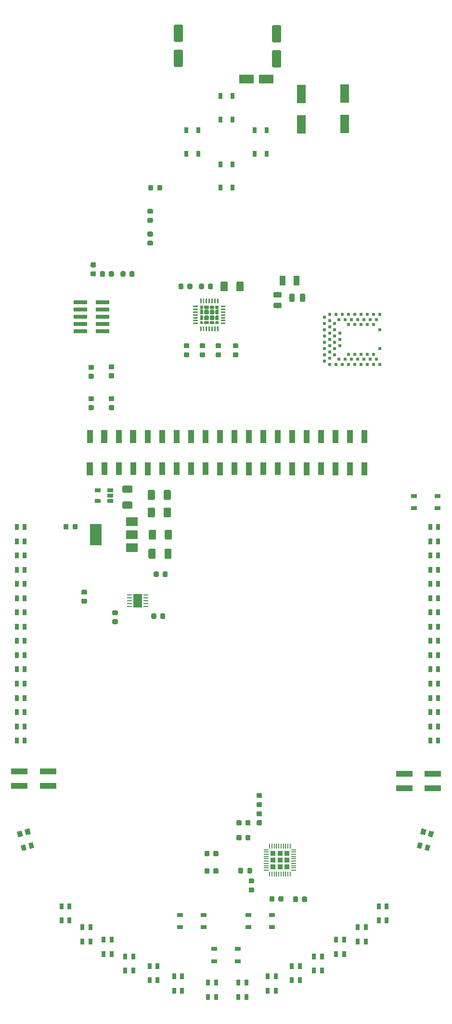
<source format=gtp>
G04 #@! TF.GenerationSoftware,KiCad,Pcbnew,(5.0.2-5)-5*
G04 #@! TF.CreationDate,2019-02-18T15:44:08-08:00*
G04 #@! TF.ProjectId,DC27-badge,44433237-2d62-4616-9467-652e6b696361,rev?*
G04 #@! TF.SameCoordinates,Original*
G04 #@! TF.FileFunction,Paste,Top*
G04 #@! TF.FilePolarity,Positive*
%FSLAX46Y46*%
G04 Gerber Fmt 4.6, Leading zero omitted, Abs format (unit mm)*
G04 Created by KiCad (PCBNEW (5.0.2-5)-5) date Monday, February 18, 2019 at 03:44:08 PM*
%MOMM*%
%LPD*%
G01*
G04 APERTURE LIST*
%ADD10C,0.150000*%
%ADD11C,0.875000*%
%ADD12R,0.810000X0.270000*%
%ADD13R,1.640000X2.380000*%
%ADD14C,1.600000*%
%ADD15R,2.499360X1.597660*%
%ADD16R,1.597660X3.197860*%
%ADD17R,1.000000X1.800000*%
%ADD18C,1.250000*%
%ADD19R,0.500000X0.500000*%
%ADD20R,1.019990X2.220010*%
%ADD21R,2.000000X3.800000*%
%ADD22R,2.000000X1.500000*%
%ADD23R,0.647700X1.049020*%
%ADD24R,3.000000X1.000000*%
%ADD25R,2.400000X0.740000*%
%ADD26C,0.806226*%
%ADD27C,0.458956*%
%ADD28C,0.436690*%
%ADD29C,0.250000*%
%ADD30C,0.975000*%
%ADD31R,0.800000X1.000000*%
%ADD32C,0.800000*%
%ADD33R,1.049020X0.647700*%
%ADD34O,0.850000X0.200000*%
%ADD35O,0.200000X0.850000*%
%ADD36R,0.970000X0.970000*%
%ADD37R,1.060000X0.650000*%
G04 APERTURE END LIST*
D10*
G04 #@! TO.C,U403*
G36*
X89705182Y-151565000D02*
X90245000Y-151565000D01*
X90245000Y-152474818D01*
X89705182Y-152474818D01*
X89705182Y-151565000D01*
G37*
G36*
X89515000Y-153575400D02*
X88974746Y-153575400D01*
X88974746Y-152665000D01*
X89515000Y-152665000D01*
X89515000Y-153575400D01*
G37*
G36*
X89705042Y-152665000D02*
X90245000Y-152665000D01*
X90245000Y-153575450D01*
X89705042Y-153575450D01*
X89705042Y-152665000D01*
G37*
G36*
X89515000Y-152474948D02*
X88974655Y-152474948D01*
X88974655Y-151565000D01*
X89515000Y-151565000D01*
X89515000Y-152474948D01*
G37*
G04 #@! TO.C,J104*
G36*
X80677200Y-122663990D02*
X81710000Y-122663990D01*
X81710000Y-124883110D01*
X80677200Y-124883110D01*
X80677200Y-122663990D01*
G37*
G36*
X80645500Y-128316000D02*
X81710000Y-128316000D01*
X81710000Y-130543110D01*
X80645500Y-130543110D01*
X80645500Y-128316000D01*
G37*
G36*
X83205100Y-122663990D02*
X84250000Y-122663990D01*
X84250000Y-124882070D01*
X83205100Y-124882070D01*
X83205100Y-122663990D01*
G37*
G36*
X83215100Y-128316000D02*
X84250000Y-128316000D01*
X84250000Y-130538660D01*
X83215100Y-130538660D01*
X83215100Y-128316000D01*
G37*
G36*
X85764500Y-122663990D02*
X86790000Y-122663990D01*
X86790000Y-124883520D01*
X85764500Y-124883520D01*
X85764500Y-122663990D01*
G37*
G36*
X85766500Y-128316000D02*
X86790000Y-128316000D01*
X86790000Y-130536710D01*
X85766500Y-130536710D01*
X85766500Y-128316000D01*
G37*
G36*
X88285700Y-122663990D02*
X89330000Y-122663990D01*
X89330000Y-124881550D01*
X88285700Y-124881550D01*
X88285700Y-122663990D01*
G37*
G36*
X88302300Y-128316000D02*
X89330000Y-128316000D01*
X89330000Y-130537790D01*
X88302300Y-130537790D01*
X88302300Y-128316000D01*
G37*
G36*
X90847600Y-122663990D02*
X91870000Y-122663990D01*
X91870000Y-124883710D01*
X90847600Y-124883710D01*
X90847600Y-122663990D01*
G37*
G36*
X90830700Y-128316000D02*
X91870000Y-128316000D01*
X91870000Y-130541250D01*
X90830700Y-130541250D01*
X90830700Y-128316000D01*
G37*
G36*
X93389400Y-122663990D02*
X94410000Y-122663990D01*
X94410000Y-124883920D01*
X93389400Y-124883920D01*
X93389400Y-122663990D01*
G37*
G36*
X93386700Y-128316000D02*
X94410000Y-128316000D01*
X94410000Y-130537100D01*
X93386700Y-130537100D01*
X93386700Y-128316000D01*
G37*
G36*
X95916080Y-122663990D02*
X96949980Y-122663990D01*
X96949980Y-124881460D01*
X95916080Y-124881460D01*
X95916080Y-122663990D01*
G37*
G36*
X95929590Y-128316000D02*
X96949980Y-128316000D01*
X96949980Y-130536180D01*
X95929590Y-130536180D01*
X95929590Y-128316000D01*
G37*
G36*
X98460560Y-122663990D02*
X99489980Y-122663990D01*
X99489980Y-124881640D01*
X98460560Y-124881640D01*
X98460560Y-122663990D01*
G37*
G36*
X98467990Y-128316000D02*
X99489980Y-128316000D01*
X99489980Y-130537160D01*
X98467990Y-130537160D01*
X98467990Y-128316000D01*
G37*
G36*
X101005400Y-122663990D02*
X102029980Y-122663990D01*
X102029980Y-124882180D01*
X101005400Y-124882180D01*
X101005400Y-122663990D01*
G37*
G36*
X101006090Y-128316000D02*
X102029980Y-128316000D01*
X102029980Y-130539570D01*
X101006090Y-130539570D01*
X101006090Y-128316000D01*
G37*
G36*
X103546770Y-122663990D02*
X104569981Y-122663990D01*
X104569981Y-124880890D01*
X103546770Y-124880890D01*
X103546770Y-122663990D01*
G37*
G36*
X103547930Y-128316000D02*
X104569981Y-128316000D01*
X104569981Y-130540560D01*
X103547930Y-130540560D01*
X103547930Y-128316000D01*
G37*
G36*
X106091477Y-122663990D02*
X107109980Y-122663990D01*
X107109980Y-124880650D01*
X106091477Y-124880650D01*
X106091477Y-122663990D01*
G37*
G36*
X106090680Y-128316000D02*
X107109980Y-128316000D01*
X107109980Y-130539570D01*
X106090680Y-130539570D01*
X106090680Y-128316000D01*
G37*
G36*
X108636100Y-122663990D02*
X109649980Y-122663990D01*
X109649980Y-124880820D01*
X108636100Y-124880820D01*
X108636100Y-122663990D01*
G37*
G36*
X108635370Y-128316000D02*
X109649980Y-128316000D01*
X109649980Y-130542430D01*
X108635370Y-130542430D01*
X108635370Y-128316000D01*
G37*
G36*
X111172060Y-122663990D02*
X112189980Y-122663990D01*
X112189980Y-124883390D01*
X111172060Y-124883390D01*
X111172060Y-122663990D01*
G37*
G36*
X111173770Y-128316000D02*
X112189980Y-128316000D01*
X112189980Y-130538550D01*
X111173770Y-130538550D01*
X111173770Y-128316000D01*
G37*
G36*
X113714170Y-122663990D02*
X114729980Y-122663990D01*
X114729980Y-124883150D01*
X113714170Y-124883150D01*
X113714170Y-122663990D01*
G37*
G36*
X113713720Y-128316000D02*
X114729980Y-128316000D01*
X114729980Y-130537760D01*
X113713720Y-130537760D01*
X113713720Y-128316000D01*
G37*
G36*
X116262800Y-122663990D02*
X117270000Y-122663990D01*
X117270000Y-124881990D01*
X116262800Y-124881990D01*
X116262800Y-122663990D01*
G37*
G36*
X116270800Y-128316000D02*
X117270000Y-128316000D01*
X117270000Y-130543490D01*
X116270800Y-130543490D01*
X116270800Y-128316000D01*
G37*
G36*
X118795200Y-122663990D02*
X119810000Y-122663990D01*
X119810000Y-124883340D01*
X118795200Y-124883340D01*
X118795200Y-122663990D01*
G37*
G36*
X118814700Y-128316000D02*
X119810000Y-128316000D01*
X119810000Y-130543230D01*
X118814700Y-130543230D01*
X118814700Y-128316000D01*
G37*
G36*
X121337900Y-122663990D02*
X122350000Y-122663990D01*
X122350000Y-124883160D01*
X121337900Y-124883160D01*
X121337900Y-122663990D01*
G37*
G36*
X121343700Y-128316000D02*
X122350000Y-128316000D01*
X122350000Y-130539370D01*
X121343700Y-130539370D01*
X121343700Y-128316000D01*
G37*
G36*
X123896900Y-122663990D02*
X124890000Y-122663990D01*
X124890000Y-124881510D01*
X123896900Y-124881510D01*
X123896900Y-122663990D01*
G37*
G36*
X123895400Y-128316000D02*
X124890000Y-128316000D01*
X124890000Y-130541410D01*
X123895400Y-130541410D01*
X123895400Y-128316000D01*
G37*
G36*
X126419300Y-122663990D02*
X127430000Y-122663990D01*
X127430000Y-124883250D01*
X126419300Y-124883250D01*
X126419300Y-122663990D01*
G37*
G36*
X126445200Y-128316000D02*
X127430000Y-128316000D01*
X127430000Y-130542590D01*
X126445200Y-130542590D01*
X126445200Y-128316000D01*
G37*
G36*
X128953700Y-122663990D02*
X129970000Y-122663990D01*
X129970000Y-124883730D01*
X128953700Y-124883730D01*
X128953700Y-122663990D01*
G37*
G36*
X128981800Y-128316000D02*
X129970000Y-128316000D01*
X129970000Y-130541310D01*
X128981800Y-130541310D01*
X128981800Y-128316000D01*
G37*
G04 #@! TD*
G04 #@! TO.C,C408*
G36*
X94250191Y-154836053D02*
X94271426Y-154839203D01*
X94292250Y-154844419D01*
X94312462Y-154851651D01*
X94331868Y-154860830D01*
X94350281Y-154871866D01*
X94367524Y-154884654D01*
X94383430Y-154899070D01*
X94397846Y-154914976D01*
X94410634Y-154932219D01*
X94421670Y-154950632D01*
X94430849Y-154970038D01*
X94438081Y-154990250D01*
X94443297Y-155011074D01*
X94446447Y-155032309D01*
X94447500Y-155053750D01*
X94447500Y-155566250D01*
X94446447Y-155587691D01*
X94443297Y-155608926D01*
X94438081Y-155629750D01*
X94430849Y-155649962D01*
X94421670Y-155669368D01*
X94410634Y-155687781D01*
X94397846Y-155705024D01*
X94383430Y-155720930D01*
X94367524Y-155735346D01*
X94350281Y-155748134D01*
X94331868Y-155759170D01*
X94312462Y-155768349D01*
X94292250Y-155775581D01*
X94271426Y-155780797D01*
X94250191Y-155783947D01*
X94228750Y-155785000D01*
X93791250Y-155785000D01*
X93769809Y-155783947D01*
X93748574Y-155780797D01*
X93727750Y-155775581D01*
X93707538Y-155768349D01*
X93688132Y-155759170D01*
X93669719Y-155748134D01*
X93652476Y-155735346D01*
X93636570Y-155720930D01*
X93622154Y-155705024D01*
X93609366Y-155687781D01*
X93598330Y-155669368D01*
X93589151Y-155649962D01*
X93581919Y-155629750D01*
X93576703Y-155608926D01*
X93573553Y-155587691D01*
X93572500Y-155566250D01*
X93572500Y-155053750D01*
X93573553Y-155032309D01*
X93576703Y-155011074D01*
X93581919Y-154990250D01*
X93589151Y-154970038D01*
X93598330Y-154950632D01*
X93609366Y-154932219D01*
X93622154Y-154914976D01*
X93636570Y-154899070D01*
X93652476Y-154884654D01*
X93669719Y-154871866D01*
X93688132Y-154860830D01*
X93707538Y-154851651D01*
X93727750Y-154844419D01*
X93748574Y-154839203D01*
X93769809Y-154836053D01*
X93791250Y-154835000D01*
X94228750Y-154835000D01*
X94250191Y-154836053D01*
X94250191Y-154836053D01*
G37*
D11*
X94010000Y-155310000D03*
D10*
G36*
X92675191Y-154836053D02*
X92696426Y-154839203D01*
X92717250Y-154844419D01*
X92737462Y-154851651D01*
X92756868Y-154860830D01*
X92775281Y-154871866D01*
X92792524Y-154884654D01*
X92808430Y-154899070D01*
X92822846Y-154914976D01*
X92835634Y-154932219D01*
X92846670Y-154950632D01*
X92855849Y-154970038D01*
X92863081Y-154990250D01*
X92868297Y-155011074D01*
X92871447Y-155032309D01*
X92872500Y-155053750D01*
X92872500Y-155566250D01*
X92871447Y-155587691D01*
X92868297Y-155608926D01*
X92863081Y-155629750D01*
X92855849Y-155649962D01*
X92846670Y-155669368D01*
X92835634Y-155687781D01*
X92822846Y-155705024D01*
X92808430Y-155720930D01*
X92792524Y-155735346D01*
X92775281Y-155748134D01*
X92756868Y-155759170D01*
X92737462Y-155768349D01*
X92717250Y-155775581D01*
X92696426Y-155780797D01*
X92675191Y-155783947D01*
X92653750Y-155785000D01*
X92216250Y-155785000D01*
X92194809Y-155783947D01*
X92173574Y-155780797D01*
X92152750Y-155775581D01*
X92132538Y-155768349D01*
X92113132Y-155759170D01*
X92094719Y-155748134D01*
X92077476Y-155735346D01*
X92061570Y-155720930D01*
X92047154Y-155705024D01*
X92034366Y-155687781D01*
X92023330Y-155669368D01*
X92014151Y-155649962D01*
X92006919Y-155629750D01*
X92001703Y-155608926D01*
X91998553Y-155587691D01*
X91997500Y-155566250D01*
X91997500Y-155053750D01*
X91998553Y-155032309D01*
X92001703Y-155011074D01*
X92006919Y-154990250D01*
X92014151Y-154970038D01*
X92023330Y-154950632D01*
X92034366Y-154932219D01*
X92047154Y-154914976D01*
X92061570Y-154899070D01*
X92077476Y-154884654D01*
X92094719Y-154871866D01*
X92113132Y-154860830D01*
X92132538Y-154851651D01*
X92152750Y-154844419D01*
X92173574Y-154839203D01*
X92194809Y-154836053D01*
X92216250Y-154835000D01*
X92653750Y-154835000D01*
X92675191Y-154836053D01*
X92675191Y-154836053D01*
G37*
D11*
X92435000Y-155310000D03*
G04 #@! TD*
D12*
G04 #@! TO.C,U403*
X88165000Y-151570000D03*
X88165000Y-152070000D03*
X88165000Y-152570000D03*
X88165000Y-153070000D03*
X88165000Y-153570000D03*
X91055000Y-153570000D03*
X91055000Y-153070000D03*
X91055000Y-152570000D03*
X91055000Y-152070000D03*
X91055000Y-151570000D03*
D13*
X89610000Y-152570000D03*
G04 #@! TD*
D10*
G04 #@! TO.C,C508*
G36*
X114624504Y-51521204D02*
X114648773Y-51524804D01*
X114672571Y-51530765D01*
X114695671Y-51539030D01*
X114717849Y-51549520D01*
X114738893Y-51562133D01*
X114758598Y-51576747D01*
X114776777Y-51593223D01*
X114793253Y-51611402D01*
X114807867Y-51631107D01*
X114820480Y-51652151D01*
X114830970Y-51674329D01*
X114839235Y-51697429D01*
X114845196Y-51721227D01*
X114848796Y-51745496D01*
X114850000Y-51770000D01*
X114850000Y-54270000D01*
X114848796Y-54294504D01*
X114845196Y-54318773D01*
X114839235Y-54342571D01*
X114830970Y-54365671D01*
X114820480Y-54387849D01*
X114807867Y-54408893D01*
X114793253Y-54428598D01*
X114776777Y-54446777D01*
X114758598Y-54463253D01*
X114738893Y-54477867D01*
X114717849Y-54490480D01*
X114695671Y-54500970D01*
X114672571Y-54509235D01*
X114648773Y-54515196D01*
X114624504Y-54518796D01*
X114600000Y-54520000D01*
X113500000Y-54520000D01*
X113475496Y-54518796D01*
X113451227Y-54515196D01*
X113427429Y-54509235D01*
X113404329Y-54500970D01*
X113382151Y-54490480D01*
X113361107Y-54477867D01*
X113341402Y-54463253D01*
X113323223Y-54446777D01*
X113306747Y-54428598D01*
X113292133Y-54408893D01*
X113279520Y-54387849D01*
X113269030Y-54365671D01*
X113260765Y-54342571D01*
X113254804Y-54318773D01*
X113251204Y-54294504D01*
X113250000Y-54270000D01*
X113250000Y-51770000D01*
X113251204Y-51745496D01*
X113254804Y-51721227D01*
X113260765Y-51697429D01*
X113269030Y-51674329D01*
X113279520Y-51652151D01*
X113292133Y-51631107D01*
X113306747Y-51611402D01*
X113323223Y-51593223D01*
X113341402Y-51576747D01*
X113361107Y-51562133D01*
X113382151Y-51549520D01*
X113404329Y-51539030D01*
X113427429Y-51530765D01*
X113451227Y-51524804D01*
X113475496Y-51521204D01*
X113500000Y-51520000D01*
X114600000Y-51520000D01*
X114624504Y-51521204D01*
X114624504Y-51521204D01*
G37*
D14*
X114050000Y-53020000D03*
D10*
G36*
X114624504Y-55921204D02*
X114648773Y-55924804D01*
X114672571Y-55930765D01*
X114695671Y-55939030D01*
X114717849Y-55949520D01*
X114738893Y-55962133D01*
X114758598Y-55976747D01*
X114776777Y-55993223D01*
X114793253Y-56011402D01*
X114807867Y-56031107D01*
X114820480Y-56052151D01*
X114830970Y-56074329D01*
X114839235Y-56097429D01*
X114845196Y-56121227D01*
X114848796Y-56145496D01*
X114850000Y-56170000D01*
X114850000Y-58670000D01*
X114848796Y-58694504D01*
X114845196Y-58718773D01*
X114839235Y-58742571D01*
X114830970Y-58765671D01*
X114820480Y-58787849D01*
X114807867Y-58808893D01*
X114793253Y-58828598D01*
X114776777Y-58846777D01*
X114758598Y-58863253D01*
X114738893Y-58877867D01*
X114717849Y-58890480D01*
X114695671Y-58900970D01*
X114672571Y-58909235D01*
X114648773Y-58915196D01*
X114624504Y-58918796D01*
X114600000Y-58920000D01*
X113500000Y-58920000D01*
X113475496Y-58918796D01*
X113451227Y-58915196D01*
X113427429Y-58909235D01*
X113404329Y-58900970D01*
X113382151Y-58890480D01*
X113361107Y-58877867D01*
X113341402Y-58863253D01*
X113323223Y-58846777D01*
X113306747Y-58828598D01*
X113292133Y-58808893D01*
X113279520Y-58787849D01*
X113269030Y-58765671D01*
X113260765Y-58742571D01*
X113254804Y-58718773D01*
X113251204Y-58694504D01*
X113250000Y-58670000D01*
X113250000Y-56170000D01*
X113251204Y-56145496D01*
X113254804Y-56121227D01*
X113260765Y-56097429D01*
X113269030Y-56074329D01*
X113279520Y-56052151D01*
X113292133Y-56031107D01*
X113306747Y-56011402D01*
X113323223Y-55993223D01*
X113341402Y-55976747D01*
X113361107Y-55962133D01*
X113382151Y-55949520D01*
X113404329Y-55939030D01*
X113427429Y-55930765D01*
X113451227Y-55924804D01*
X113475496Y-55921204D01*
X113500000Y-55920000D01*
X114600000Y-55920000D01*
X114624504Y-55921204D01*
X114624504Y-55921204D01*
G37*
D14*
X114050000Y-57420000D03*
G04 #@! TD*
D15*
G04 #@! TO.C,C509*
X108700000Y-61010000D03*
X112195040Y-61010000D03*
G04 #@! TD*
D10*
G04 #@! TO.C,C504*
G36*
X97354504Y-55841204D02*
X97378773Y-55844804D01*
X97402571Y-55850765D01*
X97425671Y-55859030D01*
X97447849Y-55869520D01*
X97468893Y-55882133D01*
X97488598Y-55896747D01*
X97506777Y-55913223D01*
X97523253Y-55931402D01*
X97537867Y-55951107D01*
X97550480Y-55972151D01*
X97560970Y-55994329D01*
X97569235Y-56017429D01*
X97575196Y-56041227D01*
X97578796Y-56065496D01*
X97580000Y-56090000D01*
X97580000Y-58590000D01*
X97578796Y-58614504D01*
X97575196Y-58638773D01*
X97569235Y-58662571D01*
X97560970Y-58685671D01*
X97550480Y-58707849D01*
X97537867Y-58728893D01*
X97523253Y-58748598D01*
X97506777Y-58766777D01*
X97488598Y-58783253D01*
X97468893Y-58797867D01*
X97447849Y-58810480D01*
X97425671Y-58820970D01*
X97402571Y-58829235D01*
X97378773Y-58835196D01*
X97354504Y-58838796D01*
X97330000Y-58840000D01*
X96230000Y-58840000D01*
X96205496Y-58838796D01*
X96181227Y-58835196D01*
X96157429Y-58829235D01*
X96134329Y-58820970D01*
X96112151Y-58810480D01*
X96091107Y-58797867D01*
X96071402Y-58783253D01*
X96053223Y-58766777D01*
X96036747Y-58748598D01*
X96022133Y-58728893D01*
X96009520Y-58707849D01*
X95999030Y-58685671D01*
X95990765Y-58662571D01*
X95984804Y-58638773D01*
X95981204Y-58614504D01*
X95980000Y-58590000D01*
X95980000Y-56090000D01*
X95981204Y-56065496D01*
X95984804Y-56041227D01*
X95990765Y-56017429D01*
X95999030Y-55994329D01*
X96009520Y-55972151D01*
X96022133Y-55951107D01*
X96036747Y-55931402D01*
X96053223Y-55913223D01*
X96071402Y-55896747D01*
X96091107Y-55882133D01*
X96112151Y-55869520D01*
X96134329Y-55859030D01*
X96157429Y-55850765D01*
X96181227Y-55844804D01*
X96205496Y-55841204D01*
X96230000Y-55840000D01*
X97330000Y-55840000D01*
X97354504Y-55841204D01*
X97354504Y-55841204D01*
G37*
D14*
X96780000Y-57340000D03*
D10*
G36*
X97354504Y-51441204D02*
X97378773Y-51444804D01*
X97402571Y-51450765D01*
X97425671Y-51459030D01*
X97447849Y-51469520D01*
X97468893Y-51482133D01*
X97488598Y-51496747D01*
X97506777Y-51513223D01*
X97523253Y-51531402D01*
X97537867Y-51551107D01*
X97550480Y-51572151D01*
X97560970Y-51594329D01*
X97569235Y-51617429D01*
X97575196Y-51641227D01*
X97578796Y-51665496D01*
X97580000Y-51690000D01*
X97580000Y-54190000D01*
X97578796Y-54214504D01*
X97575196Y-54238773D01*
X97569235Y-54262571D01*
X97560970Y-54285671D01*
X97550480Y-54307849D01*
X97537867Y-54328893D01*
X97523253Y-54348598D01*
X97506777Y-54366777D01*
X97488598Y-54383253D01*
X97468893Y-54397867D01*
X97447849Y-54410480D01*
X97425671Y-54420970D01*
X97402571Y-54429235D01*
X97378773Y-54435196D01*
X97354504Y-54438796D01*
X97330000Y-54440000D01*
X96230000Y-54440000D01*
X96205496Y-54438796D01*
X96181227Y-54435196D01*
X96157429Y-54429235D01*
X96134329Y-54420970D01*
X96112151Y-54410480D01*
X96091107Y-54397867D01*
X96071402Y-54383253D01*
X96053223Y-54366777D01*
X96036747Y-54348598D01*
X96022133Y-54328893D01*
X96009520Y-54307849D01*
X95999030Y-54285671D01*
X95990765Y-54262571D01*
X95984804Y-54238773D01*
X95981204Y-54214504D01*
X95980000Y-54190000D01*
X95980000Y-51690000D01*
X95981204Y-51665496D01*
X95984804Y-51641227D01*
X95990765Y-51617429D01*
X95999030Y-51594329D01*
X96009520Y-51572151D01*
X96022133Y-51551107D01*
X96036747Y-51531402D01*
X96053223Y-51513223D01*
X96071402Y-51496747D01*
X96091107Y-51482133D01*
X96112151Y-51469520D01*
X96134329Y-51459030D01*
X96157429Y-51450765D01*
X96181227Y-51444804D01*
X96205496Y-51441204D01*
X96230000Y-51440000D01*
X97330000Y-51440000D01*
X97354504Y-51441204D01*
X97354504Y-51441204D01*
G37*
D14*
X96780000Y-52940000D03*
G04 #@! TD*
D16*
G04 #@! TO.C,C510*
X125990000Y-68887480D03*
X125990000Y-63492520D03*
G04 #@! TD*
G04 #@! TO.C,C505*
X118370000Y-68977480D03*
X118370000Y-63582520D03*
G04 #@! TD*
D10*
G04 #@! TO.C,C406*
G36*
X93110191Y-147466053D02*
X93131426Y-147469203D01*
X93152250Y-147474419D01*
X93172462Y-147481651D01*
X93191868Y-147490830D01*
X93210281Y-147501866D01*
X93227524Y-147514654D01*
X93243430Y-147529070D01*
X93257846Y-147544976D01*
X93270634Y-147562219D01*
X93281670Y-147580632D01*
X93290849Y-147600038D01*
X93298081Y-147620250D01*
X93303297Y-147641074D01*
X93306447Y-147662309D01*
X93307500Y-147683750D01*
X93307500Y-148196250D01*
X93306447Y-148217691D01*
X93303297Y-148238926D01*
X93298081Y-148259750D01*
X93290849Y-148279962D01*
X93281670Y-148299368D01*
X93270634Y-148317781D01*
X93257846Y-148335024D01*
X93243430Y-148350930D01*
X93227524Y-148365346D01*
X93210281Y-148378134D01*
X93191868Y-148389170D01*
X93172462Y-148398349D01*
X93152250Y-148405581D01*
X93131426Y-148410797D01*
X93110191Y-148413947D01*
X93088750Y-148415000D01*
X92651250Y-148415000D01*
X92629809Y-148413947D01*
X92608574Y-148410797D01*
X92587750Y-148405581D01*
X92567538Y-148398349D01*
X92548132Y-148389170D01*
X92529719Y-148378134D01*
X92512476Y-148365346D01*
X92496570Y-148350930D01*
X92482154Y-148335024D01*
X92469366Y-148317781D01*
X92458330Y-148299368D01*
X92449151Y-148279962D01*
X92441919Y-148259750D01*
X92436703Y-148238926D01*
X92433553Y-148217691D01*
X92432500Y-148196250D01*
X92432500Y-147683750D01*
X92433553Y-147662309D01*
X92436703Y-147641074D01*
X92441919Y-147620250D01*
X92449151Y-147600038D01*
X92458330Y-147580632D01*
X92469366Y-147562219D01*
X92482154Y-147544976D01*
X92496570Y-147529070D01*
X92512476Y-147514654D01*
X92529719Y-147501866D01*
X92548132Y-147490830D01*
X92567538Y-147481651D01*
X92587750Y-147474419D01*
X92608574Y-147469203D01*
X92629809Y-147466053D01*
X92651250Y-147465000D01*
X93088750Y-147465000D01*
X93110191Y-147466053D01*
X93110191Y-147466053D01*
G37*
D11*
X92870000Y-147940000D03*
D10*
G36*
X94685191Y-147466053D02*
X94706426Y-147469203D01*
X94727250Y-147474419D01*
X94747462Y-147481651D01*
X94766868Y-147490830D01*
X94785281Y-147501866D01*
X94802524Y-147514654D01*
X94818430Y-147529070D01*
X94832846Y-147544976D01*
X94845634Y-147562219D01*
X94856670Y-147580632D01*
X94865849Y-147600038D01*
X94873081Y-147620250D01*
X94878297Y-147641074D01*
X94881447Y-147662309D01*
X94882500Y-147683750D01*
X94882500Y-148196250D01*
X94881447Y-148217691D01*
X94878297Y-148238926D01*
X94873081Y-148259750D01*
X94865849Y-148279962D01*
X94856670Y-148299368D01*
X94845634Y-148317781D01*
X94832846Y-148335024D01*
X94818430Y-148350930D01*
X94802524Y-148365346D01*
X94785281Y-148378134D01*
X94766868Y-148389170D01*
X94747462Y-148398349D01*
X94727250Y-148405581D01*
X94706426Y-148410797D01*
X94685191Y-148413947D01*
X94663750Y-148415000D01*
X94226250Y-148415000D01*
X94204809Y-148413947D01*
X94183574Y-148410797D01*
X94162750Y-148405581D01*
X94142538Y-148398349D01*
X94123132Y-148389170D01*
X94104719Y-148378134D01*
X94087476Y-148365346D01*
X94071570Y-148350930D01*
X94057154Y-148335024D01*
X94044366Y-148317781D01*
X94033330Y-148299368D01*
X94024151Y-148279962D01*
X94016919Y-148259750D01*
X94011703Y-148238926D01*
X94008553Y-148217691D01*
X94007500Y-148196250D01*
X94007500Y-147683750D01*
X94008553Y-147662309D01*
X94011703Y-147641074D01*
X94016919Y-147620250D01*
X94024151Y-147600038D01*
X94033330Y-147580632D01*
X94044366Y-147562219D01*
X94057154Y-147544976D01*
X94071570Y-147529070D01*
X94087476Y-147514654D01*
X94104719Y-147501866D01*
X94123132Y-147490830D01*
X94142538Y-147481651D01*
X94162750Y-147474419D01*
X94183574Y-147469203D01*
X94204809Y-147466053D01*
X94226250Y-147465000D01*
X94663750Y-147465000D01*
X94685191Y-147466053D01*
X94685191Y-147466053D01*
G37*
D11*
X94445000Y-147940000D03*
G04 #@! TD*
D17*
G04 #@! TO.C,Y101*
X115050000Y-96400000D03*
X117550000Y-96400000D03*
G04 #@! TD*
D10*
G04 #@! TO.C,C403*
G36*
X92529504Y-143486204D02*
X92553773Y-143489804D01*
X92577571Y-143495765D01*
X92600671Y-143504030D01*
X92622849Y-143514520D01*
X92643893Y-143527133D01*
X92663598Y-143541747D01*
X92681777Y-143558223D01*
X92698253Y-143576402D01*
X92712867Y-143596107D01*
X92725480Y-143617151D01*
X92735970Y-143639329D01*
X92744235Y-143662429D01*
X92750196Y-143686227D01*
X92753796Y-143710496D01*
X92755000Y-143735000D01*
X92755000Y-144985000D01*
X92753796Y-145009504D01*
X92750196Y-145033773D01*
X92744235Y-145057571D01*
X92735970Y-145080671D01*
X92725480Y-145102849D01*
X92712867Y-145123893D01*
X92698253Y-145143598D01*
X92681777Y-145161777D01*
X92663598Y-145178253D01*
X92643893Y-145192867D01*
X92622849Y-145205480D01*
X92600671Y-145215970D01*
X92577571Y-145224235D01*
X92553773Y-145230196D01*
X92529504Y-145233796D01*
X92505000Y-145235000D01*
X91755000Y-145235000D01*
X91730496Y-145233796D01*
X91706227Y-145230196D01*
X91682429Y-145224235D01*
X91659329Y-145215970D01*
X91637151Y-145205480D01*
X91616107Y-145192867D01*
X91596402Y-145178253D01*
X91578223Y-145161777D01*
X91561747Y-145143598D01*
X91547133Y-145123893D01*
X91534520Y-145102849D01*
X91524030Y-145080671D01*
X91515765Y-145057571D01*
X91509804Y-145033773D01*
X91506204Y-145009504D01*
X91505000Y-144985000D01*
X91505000Y-143735000D01*
X91506204Y-143710496D01*
X91509804Y-143686227D01*
X91515765Y-143662429D01*
X91524030Y-143639329D01*
X91534520Y-143617151D01*
X91547133Y-143596107D01*
X91561747Y-143576402D01*
X91578223Y-143558223D01*
X91596402Y-143541747D01*
X91616107Y-143527133D01*
X91637151Y-143514520D01*
X91659329Y-143504030D01*
X91682429Y-143495765D01*
X91706227Y-143489804D01*
X91730496Y-143486204D01*
X91755000Y-143485000D01*
X92505000Y-143485000D01*
X92529504Y-143486204D01*
X92529504Y-143486204D01*
G37*
D18*
X92130000Y-144360000D03*
D10*
G36*
X95329504Y-143486204D02*
X95353773Y-143489804D01*
X95377571Y-143495765D01*
X95400671Y-143504030D01*
X95422849Y-143514520D01*
X95443893Y-143527133D01*
X95463598Y-143541747D01*
X95481777Y-143558223D01*
X95498253Y-143576402D01*
X95512867Y-143596107D01*
X95525480Y-143617151D01*
X95535970Y-143639329D01*
X95544235Y-143662429D01*
X95550196Y-143686227D01*
X95553796Y-143710496D01*
X95555000Y-143735000D01*
X95555000Y-144985000D01*
X95553796Y-145009504D01*
X95550196Y-145033773D01*
X95544235Y-145057571D01*
X95535970Y-145080671D01*
X95525480Y-145102849D01*
X95512867Y-145123893D01*
X95498253Y-145143598D01*
X95481777Y-145161777D01*
X95463598Y-145178253D01*
X95443893Y-145192867D01*
X95422849Y-145205480D01*
X95400671Y-145215970D01*
X95377571Y-145224235D01*
X95353773Y-145230196D01*
X95329504Y-145233796D01*
X95305000Y-145235000D01*
X94555000Y-145235000D01*
X94530496Y-145233796D01*
X94506227Y-145230196D01*
X94482429Y-145224235D01*
X94459329Y-145215970D01*
X94437151Y-145205480D01*
X94416107Y-145192867D01*
X94396402Y-145178253D01*
X94378223Y-145161777D01*
X94361747Y-145143598D01*
X94347133Y-145123893D01*
X94334520Y-145102849D01*
X94324030Y-145080671D01*
X94315765Y-145057571D01*
X94309804Y-145033773D01*
X94306204Y-145009504D01*
X94305000Y-144985000D01*
X94305000Y-143735000D01*
X94306204Y-143710496D01*
X94309804Y-143686227D01*
X94315765Y-143662429D01*
X94324030Y-143639329D01*
X94334520Y-143617151D01*
X94347133Y-143596107D01*
X94361747Y-143576402D01*
X94378223Y-143558223D01*
X94396402Y-143541747D01*
X94416107Y-143527133D01*
X94437151Y-143514520D01*
X94459329Y-143504030D01*
X94482429Y-143495765D01*
X94506227Y-143489804D01*
X94530496Y-143486204D01*
X94555000Y-143485000D01*
X95305000Y-143485000D01*
X95329504Y-143486204D01*
X95329504Y-143486204D01*
G37*
D18*
X94930000Y-144360000D03*
G04 #@! TD*
D19*
G04 #@! TO.C,U100*
X132150000Y-102300000D03*
X131600000Y-103200000D03*
X131050000Y-102300000D03*
X130500000Y-103200000D03*
X129950000Y-102300000D03*
X129400000Y-103200000D03*
X128850000Y-102300000D03*
X128300000Y-103200000D03*
X127750000Y-102300000D03*
X127200000Y-103200000D03*
X126650000Y-102300000D03*
X126100000Y-103200000D03*
X125550000Y-102300000D03*
X125000000Y-103200000D03*
X124450000Y-102300000D03*
X123350000Y-102300000D03*
X123350000Y-103400000D03*
X124250000Y-103950000D03*
X123350000Y-104500000D03*
X124250000Y-105050000D03*
X123350000Y-105600000D03*
X124250000Y-106150000D03*
X123350000Y-106700000D03*
X124250000Y-107250000D03*
X123350000Y-107800000D03*
X124250000Y-108350000D03*
X123350000Y-108900000D03*
X124250000Y-109450000D03*
X123350000Y-110000000D03*
X123350000Y-111100000D03*
X124450000Y-111100000D03*
X125000000Y-110200000D03*
X125550000Y-111100000D03*
X126100000Y-110200000D03*
X126650000Y-111100000D03*
X127200000Y-110200000D03*
X127750000Y-111100000D03*
X128300000Y-110200000D03*
X128850000Y-111100000D03*
X129400000Y-110200000D03*
X129950000Y-111100000D03*
X130500000Y-110200000D03*
X131050000Y-111100000D03*
X131600000Y-110200000D03*
X132150000Y-111100000D03*
X132150000Y-108350000D03*
X132150000Y-105050000D03*
X131050000Y-104100000D03*
X129950000Y-104100000D03*
X128850000Y-104100000D03*
X127750000Y-104100000D03*
X126650000Y-104100000D03*
X125150000Y-105600000D03*
X125150000Y-106700000D03*
X125150000Y-107800000D03*
X126650000Y-109300000D03*
X127750000Y-109300000D03*
X128850000Y-109300000D03*
X129950000Y-109300000D03*
X131050000Y-109300000D03*
X122450000Y-102850000D03*
X122450000Y-103950000D03*
X122450000Y-105050000D03*
X122450000Y-106150000D03*
X122450000Y-107250000D03*
X122450000Y-108350000D03*
X122450000Y-109450000D03*
X122450000Y-110550000D03*
G04 #@! TD*
D20*
G04 #@! TO.C,J104*
X81200000Y-123774000D03*
X81200000Y-129426000D03*
X83740000Y-123774000D03*
X83740000Y-129426000D03*
X86280000Y-123774000D03*
X86280000Y-129426000D03*
X88820000Y-123774000D03*
X88820000Y-129426000D03*
X91360000Y-123774000D03*
X91360000Y-129426000D03*
X93900000Y-123774000D03*
X93900000Y-129426000D03*
X96440000Y-123774000D03*
X96440000Y-129426000D03*
X98980000Y-123774000D03*
X98980000Y-129426000D03*
X101520000Y-123774000D03*
X101520000Y-129426000D03*
X104060000Y-123774000D03*
X104060000Y-129426000D03*
X106600000Y-123774000D03*
X106600000Y-129426000D03*
X109140000Y-123774000D03*
X109140000Y-129426000D03*
X111680000Y-123774000D03*
X111680000Y-129426000D03*
X114220000Y-123774000D03*
X114220000Y-129426000D03*
X116760000Y-123774000D03*
X116760000Y-129426000D03*
X119300000Y-123774000D03*
X119300000Y-129426000D03*
X121840000Y-123774000D03*
X121840000Y-129426000D03*
X124380000Y-123774000D03*
X124380000Y-129426000D03*
X126920000Y-123774000D03*
X126920000Y-129426000D03*
X129460000Y-123774000D03*
X129460000Y-129426000D03*
G04 #@! TD*
D21*
G04 #@! TO.C,U402*
X82250000Y-141000000D03*
D22*
X88550000Y-141000000D03*
X88550000Y-138700000D03*
X88550000Y-143300000D03*
G04 #@! TD*
D23*
G04 #@! TO.C,SW102*
X98140580Y-74077640D03*
X98140580Y-69932360D03*
X100289420Y-74077640D03*
X100289420Y-69932360D03*
G04 #@! TD*
D24*
G04 #@! TO.C,J102*
X136480000Y-185570000D03*
X141520000Y-185570000D03*
X136480000Y-183030000D03*
X141520000Y-183030000D03*
G04 #@! TD*
G04 #@! TO.C,J103*
X73820000Y-182530000D03*
X68780000Y-182530000D03*
X73820000Y-185070000D03*
X68780000Y-185070000D03*
G04 #@! TD*
D10*
G04 #@! TO.C,R103*
G36*
X85215191Y-94726053D02*
X85236426Y-94729203D01*
X85257250Y-94734419D01*
X85277462Y-94741651D01*
X85296868Y-94750830D01*
X85315281Y-94761866D01*
X85332524Y-94774654D01*
X85348430Y-94789070D01*
X85362846Y-94804976D01*
X85375634Y-94822219D01*
X85386670Y-94840632D01*
X85395849Y-94860038D01*
X85403081Y-94880250D01*
X85408297Y-94901074D01*
X85411447Y-94922309D01*
X85412500Y-94943750D01*
X85412500Y-95456250D01*
X85411447Y-95477691D01*
X85408297Y-95498926D01*
X85403081Y-95519750D01*
X85395849Y-95539962D01*
X85386670Y-95559368D01*
X85375634Y-95577781D01*
X85362846Y-95595024D01*
X85348430Y-95610930D01*
X85332524Y-95625346D01*
X85315281Y-95638134D01*
X85296868Y-95649170D01*
X85277462Y-95658349D01*
X85257250Y-95665581D01*
X85236426Y-95670797D01*
X85215191Y-95673947D01*
X85193750Y-95675000D01*
X84756250Y-95675000D01*
X84734809Y-95673947D01*
X84713574Y-95670797D01*
X84692750Y-95665581D01*
X84672538Y-95658349D01*
X84653132Y-95649170D01*
X84634719Y-95638134D01*
X84617476Y-95625346D01*
X84601570Y-95610930D01*
X84587154Y-95595024D01*
X84574366Y-95577781D01*
X84563330Y-95559368D01*
X84554151Y-95539962D01*
X84546919Y-95519750D01*
X84541703Y-95498926D01*
X84538553Y-95477691D01*
X84537500Y-95456250D01*
X84537500Y-94943750D01*
X84538553Y-94922309D01*
X84541703Y-94901074D01*
X84546919Y-94880250D01*
X84554151Y-94860038D01*
X84563330Y-94840632D01*
X84574366Y-94822219D01*
X84587154Y-94804976D01*
X84601570Y-94789070D01*
X84617476Y-94774654D01*
X84634719Y-94761866D01*
X84653132Y-94750830D01*
X84672538Y-94741651D01*
X84692750Y-94734419D01*
X84713574Y-94729203D01*
X84734809Y-94726053D01*
X84756250Y-94725000D01*
X85193750Y-94725000D01*
X85215191Y-94726053D01*
X85215191Y-94726053D01*
G37*
D11*
X84975000Y-95200000D03*
D10*
G36*
X83640191Y-94726053D02*
X83661426Y-94729203D01*
X83682250Y-94734419D01*
X83702462Y-94741651D01*
X83721868Y-94750830D01*
X83740281Y-94761866D01*
X83757524Y-94774654D01*
X83773430Y-94789070D01*
X83787846Y-94804976D01*
X83800634Y-94822219D01*
X83811670Y-94840632D01*
X83820849Y-94860038D01*
X83828081Y-94880250D01*
X83833297Y-94901074D01*
X83836447Y-94922309D01*
X83837500Y-94943750D01*
X83837500Y-95456250D01*
X83836447Y-95477691D01*
X83833297Y-95498926D01*
X83828081Y-95519750D01*
X83820849Y-95539962D01*
X83811670Y-95559368D01*
X83800634Y-95577781D01*
X83787846Y-95595024D01*
X83773430Y-95610930D01*
X83757524Y-95625346D01*
X83740281Y-95638134D01*
X83721868Y-95649170D01*
X83702462Y-95658349D01*
X83682250Y-95665581D01*
X83661426Y-95670797D01*
X83640191Y-95673947D01*
X83618750Y-95675000D01*
X83181250Y-95675000D01*
X83159809Y-95673947D01*
X83138574Y-95670797D01*
X83117750Y-95665581D01*
X83097538Y-95658349D01*
X83078132Y-95649170D01*
X83059719Y-95638134D01*
X83042476Y-95625346D01*
X83026570Y-95610930D01*
X83012154Y-95595024D01*
X82999366Y-95577781D01*
X82988330Y-95559368D01*
X82979151Y-95539962D01*
X82971919Y-95519750D01*
X82966703Y-95498926D01*
X82963553Y-95477691D01*
X82962500Y-95456250D01*
X82962500Y-94943750D01*
X82963553Y-94922309D01*
X82966703Y-94901074D01*
X82971919Y-94880250D01*
X82979151Y-94860038D01*
X82988330Y-94840632D01*
X82999366Y-94822219D01*
X83012154Y-94804976D01*
X83026570Y-94789070D01*
X83042476Y-94774654D01*
X83059719Y-94761866D01*
X83078132Y-94750830D01*
X83097538Y-94741651D01*
X83117750Y-94734419D01*
X83138574Y-94729203D01*
X83159809Y-94726053D01*
X83181250Y-94725000D01*
X83618750Y-94725000D01*
X83640191Y-94726053D01*
X83640191Y-94726053D01*
G37*
D11*
X83400000Y-95200000D03*
G04 #@! TD*
D10*
G04 #@! TO.C,R102*
G36*
X87265191Y-94726053D02*
X87286426Y-94729203D01*
X87307250Y-94734419D01*
X87327462Y-94741651D01*
X87346868Y-94750830D01*
X87365281Y-94761866D01*
X87382524Y-94774654D01*
X87398430Y-94789070D01*
X87412846Y-94804976D01*
X87425634Y-94822219D01*
X87436670Y-94840632D01*
X87445849Y-94860038D01*
X87453081Y-94880250D01*
X87458297Y-94901074D01*
X87461447Y-94922309D01*
X87462500Y-94943750D01*
X87462500Y-95456250D01*
X87461447Y-95477691D01*
X87458297Y-95498926D01*
X87453081Y-95519750D01*
X87445849Y-95539962D01*
X87436670Y-95559368D01*
X87425634Y-95577781D01*
X87412846Y-95595024D01*
X87398430Y-95610930D01*
X87382524Y-95625346D01*
X87365281Y-95638134D01*
X87346868Y-95649170D01*
X87327462Y-95658349D01*
X87307250Y-95665581D01*
X87286426Y-95670797D01*
X87265191Y-95673947D01*
X87243750Y-95675000D01*
X86806250Y-95675000D01*
X86784809Y-95673947D01*
X86763574Y-95670797D01*
X86742750Y-95665581D01*
X86722538Y-95658349D01*
X86703132Y-95649170D01*
X86684719Y-95638134D01*
X86667476Y-95625346D01*
X86651570Y-95610930D01*
X86637154Y-95595024D01*
X86624366Y-95577781D01*
X86613330Y-95559368D01*
X86604151Y-95539962D01*
X86596919Y-95519750D01*
X86591703Y-95498926D01*
X86588553Y-95477691D01*
X86587500Y-95456250D01*
X86587500Y-94943750D01*
X86588553Y-94922309D01*
X86591703Y-94901074D01*
X86596919Y-94880250D01*
X86604151Y-94860038D01*
X86613330Y-94840632D01*
X86624366Y-94822219D01*
X86637154Y-94804976D01*
X86651570Y-94789070D01*
X86667476Y-94774654D01*
X86684719Y-94761866D01*
X86703132Y-94750830D01*
X86722538Y-94741651D01*
X86742750Y-94734419D01*
X86763574Y-94729203D01*
X86784809Y-94726053D01*
X86806250Y-94725000D01*
X87243750Y-94725000D01*
X87265191Y-94726053D01*
X87265191Y-94726053D01*
G37*
D11*
X87025000Y-95200000D03*
D10*
G36*
X88840191Y-94726053D02*
X88861426Y-94729203D01*
X88882250Y-94734419D01*
X88902462Y-94741651D01*
X88921868Y-94750830D01*
X88940281Y-94761866D01*
X88957524Y-94774654D01*
X88973430Y-94789070D01*
X88987846Y-94804976D01*
X89000634Y-94822219D01*
X89011670Y-94840632D01*
X89020849Y-94860038D01*
X89028081Y-94880250D01*
X89033297Y-94901074D01*
X89036447Y-94922309D01*
X89037500Y-94943750D01*
X89037500Y-95456250D01*
X89036447Y-95477691D01*
X89033297Y-95498926D01*
X89028081Y-95519750D01*
X89020849Y-95539962D01*
X89011670Y-95559368D01*
X89000634Y-95577781D01*
X88987846Y-95595024D01*
X88973430Y-95610930D01*
X88957524Y-95625346D01*
X88940281Y-95638134D01*
X88921868Y-95649170D01*
X88902462Y-95658349D01*
X88882250Y-95665581D01*
X88861426Y-95670797D01*
X88840191Y-95673947D01*
X88818750Y-95675000D01*
X88381250Y-95675000D01*
X88359809Y-95673947D01*
X88338574Y-95670797D01*
X88317750Y-95665581D01*
X88297538Y-95658349D01*
X88278132Y-95649170D01*
X88259719Y-95638134D01*
X88242476Y-95625346D01*
X88226570Y-95610930D01*
X88212154Y-95595024D01*
X88199366Y-95577781D01*
X88188330Y-95559368D01*
X88179151Y-95539962D01*
X88171919Y-95519750D01*
X88166703Y-95498926D01*
X88163553Y-95477691D01*
X88162500Y-95456250D01*
X88162500Y-94943750D01*
X88163553Y-94922309D01*
X88166703Y-94901074D01*
X88171919Y-94880250D01*
X88179151Y-94860038D01*
X88188330Y-94840632D01*
X88199366Y-94822219D01*
X88212154Y-94804976D01*
X88226570Y-94789070D01*
X88242476Y-94774654D01*
X88259719Y-94761866D01*
X88278132Y-94750830D01*
X88297538Y-94741651D01*
X88317750Y-94734419D01*
X88338574Y-94729203D01*
X88359809Y-94726053D01*
X88381250Y-94725000D01*
X88818750Y-94725000D01*
X88840191Y-94726053D01*
X88840191Y-94726053D01*
G37*
D11*
X88600000Y-95200000D03*
G04 #@! TD*
D25*
G04 #@! TO.C,J101*
X79500000Y-100210000D03*
X83400000Y-100210000D03*
X79500000Y-101480000D03*
X83400000Y-101480000D03*
X79500000Y-102750000D03*
X83400000Y-102750000D03*
X79500000Y-104020000D03*
X83400000Y-104020000D03*
X79500000Y-105290000D03*
X83400000Y-105290000D03*
G04 #@! TD*
D10*
G04 #@! TO.C,U601*
G36*
X102921313Y-101497858D02*
X102940879Y-101500760D01*
X102960066Y-101505566D01*
X102978689Y-101512230D01*
X102996570Y-101520686D01*
X103013536Y-101530855D01*
X103029423Y-101542638D01*
X103044079Y-101555921D01*
X103057362Y-101570577D01*
X103069145Y-101586464D01*
X103079314Y-101603430D01*
X103087770Y-101621311D01*
X103094434Y-101639934D01*
X103099240Y-101659121D01*
X103102142Y-101678687D01*
X103103113Y-101698443D01*
X103103113Y-102101557D01*
X103102142Y-102121313D01*
X103099240Y-102140879D01*
X103094434Y-102160066D01*
X103087770Y-102178689D01*
X103079314Y-102196570D01*
X103069145Y-102213536D01*
X103057362Y-102229423D01*
X103044079Y-102244079D01*
X103029423Y-102257362D01*
X103013536Y-102269145D01*
X102996570Y-102279314D01*
X102978689Y-102287770D01*
X102960066Y-102294434D01*
X102940879Y-102299240D01*
X102921313Y-102302142D01*
X102901557Y-102303113D01*
X102498443Y-102303113D01*
X102478687Y-102302142D01*
X102459121Y-102299240D01*
X102439934Y-102294434D01*
X102421311Y-102287770D01*
X102403430Y-102279314D01*
X102386464Y-102269145D01*
X102370577Y-102257362D01*
X102355921Y-102244079D01*
X102342638Y-102229423D01*
X102330855Y-102213536D01*
X102320686Y-102196570D01*
X102312230Y-102178689D01*
X102305566Y-102160066D01*
X102300760Y-102140879D01*
X102297858Y-102121313D01*
X102296887Y-102101557D01*
X102296887Y-101698443D01*
X102297858Y-101678687D01*
X102300760Y-101659121D01*
X102305566Y-101639934D01*
X102312230Y-101621311D01*
X102320686Y-101603430D01*
X102330855Y-101586464D01*
X102342638Y-101570577D01*
X102355921Y-101555921D01*
X102370577Y-101542638D01*
X102386464Y-101530855D01*
X102403430Y-101520686D01*
X102421311Y-101512230D01*
X102439934Y-101505566D01*
X102459121Y-101500760D01*
X102478687Y-101497858D01*
X102498443Y-101496887D01*
X102901557Y-101496887D01*
X102921313Y-101497858D01*
X102921313Y-101497858D01*
G37*
D26*
X102700000Y-101900000D03*
D10*
G36*
X101921313Y-101497858D02*
X101940879Y-101500760D01*
X101960066Y-101505566D01*
X101978689Y-101512230D01*
X101996570Y-101520686D01*
X102013536Y-101530855D01*
X102029423Y-101542638D01*
X102044079Y-101555921D01*
X102057362Y-101570577D01*
X102069145Y-101586464D01*
X102079314Y-101603430D01*
X102087770Y-101621311D01*
X102094434Y-101639934D01*
X102099240Y-101659121D01*
X102102142Y-101678687D01*
X102103113Y-101698443D01*
X102103113Y-102101557D01*
X102102142Y-102121313D01*
X102099240Y-102140879D01*
X102094434Y-102160066D01*
X102087770Y-102178689D01*
X102079314Y-102196570D01*
X102069145Y-102213536D01*
X102057362Y-102229423D01*
X102044079Y-102244079D01*
X102029423Y-102257362D01*
X102013536Y-102269145D01*
X101996570Y-102279314D01*
X101978689Y-102287770D01*
X101960066Y-102294434D01*
X101940879Y-102299240D01*
X101921313Y-102302142D01*
X101901557Y-102303113D01*
X101498443Y-102303113D01*
X101478687Y-102302142D01*
X101459121Y-102299240D01*
X101439934Y-102294434D01*
X101421311Y-102287770D01*
X101403430Y-102279314D01*
X101386464Y-102269145D01*
X101370577Y-102257362D01*
X101355921Y-102244079D01*
X101342638Y-102229423D01*
X101330855Y-102213536D01*
X101320686Y-102196570D01*
X101312230Y-102178689D01*
X101305566Y-102160066D01*
X101300760Y-102140879D01*
X101297858Y-102121313D01*
X101296887Y-102101557D01*
X101296887Y-101698443D01*
X101297858Y-101678687D01*
X101300760Y-101659121D01*
X101305566Y-101639934D01*
X101312230Y-101621311D01*
X101320686Y-101603430D01*
X101330855Y-101586464D01*
X101342638Y-101570577D01*
X101355921Y-101555921D01*
X101370577Y-101542638D01*
X101386464Y-101530855D01*
X101403430Y-101520686D01*
X101421311Y-101512230D01*
X101439934Y-101505566D01*
X101459121Y-101500760D01*
X101478687Y-101497858D01*
X101498443Y-101496887D01*
X101901557Y-101496887D01*
X101921313Y-101497858D01*
X101921313Y-101497858D01*
G37*
D26*
X101700000Y-101900000D03*
D10*
G36*
X102921313Y-102497858D02*
X102940879Y-102500760D01*
X102960066Y-102505566D01*
X102978689Y-102512230D01*
X102996570Y-102520686D01*
X103013536Y-102530855D01*
X103029423Y-102542638D01*
X103044079Y-102555921D01*
X103057362Y-102570577D01*
X103069145Y-102586464D01*
X103079314Y-102603430D01*
X103087770Y-102621311D01*
X103094434Y-102639934D01*
X103099240Y-102659121D01*
X103102142Y-102678687D01*
X103103113Y-102698443D01*
X103103113Y-103101557D01*
X103102142Y-103121313D01*
X103099240Y-103140879D01*
X103094434Y-103160066D01*
X103087770Y-103178689D01*
X103079314Y-103196570D01*
X103069145Y-103213536D01*
X103057362Y-103229423D01*
X103044079Y-103244079D01*
X103029423Y-103257362D01*
X103013536Y-103269145D01*
X102996570Y-103279314D01*
X102978689Y-103287770D01*
X102960066Y-103294434D01*
X102940879Y-103299240D01*
X102921313Y-103302142D01*
X102901557Y-103303113D01*
X102498443Y-103303113D01*
X102478687Y-103302142D01*
X102459121Y-103299240D01*
X102439934Y-103294434D01*
X102421311Y-103287770D01*
X102403430Y-103279314D01*
X102386464Y-103269145D01*
X102370577Y-103257362D01*
X102355921Y-103244079D01*
X102342638Y-103229423D01*
X102330855Y-103213536D01*
X102320686Y-103196570D01*
X102312230Y-103178689D01*
X102305566Y-103160066D01*
X102300760Y-103140879D01*
X102297858Y-103121313D01*
X102296887Y-103101557D01*
X102296887Y-102698443D01*
X102297858Y-102678687D01*
X102300760Y-102659121D01*
X102305566Y-102639934D01*
X102312230Y-102621311D01*
X102320686Y-102603430D01*
X102330855Y-102586464D01*
X102342638Y-102570577D01*
X102355921Y-102555921D01*
X102370577Y-102542638D01*
X102386464Y-102530855D01*
X102403430Y-102520686D01*
X102421311Y-102512230D01*
X102439934Y-102505566D01*
X102459121Y-102500760D01*
X102478687Y-102497858D01*
X102498443Y-102496887D01*
X102901557Y-102496887D01*
X102921313Y-102497858D01*
X102921313Y-102497858D01*
G37*
D26*
X102700000Y-102900000D03*
D10*
G36*
X101921313Y-102497858D02*
X101940879Y-102500760D01*
X101960066Y-102505566D01*
X101978689Y-102512230D01*
X101996570Y-102520686D01*
X102013536Y-102530855D01*
X102029423Y-102542638D01*
X102044079Y-102555921D01*
X102057362Y-102570577D01*
X102069145Y-102586464D01*
X102079314Y-102603430D01*
X102087770Y-102621311D01*
X102094434Y-102639934D01*
X102099240Y-102659121D01*
X102102142Y-102678687D01*
X102103113Y-102698443D01*
X102103113Y-103101557D01*
X102102142Y-103121313D01*
X102099240Y-103140879D01*
X102094434Y-103160066D01*
X102087770Y-103178689D01*
X102079314Y-103196570D01*
X102069145Y-103213536D01*
X102057362Y-103229423D01*
X102044079Y-103244079D01*
X102029423Y-103257362D01*
X102013536Y-103269145D01*
X101996570Y-103279314D01*
X101978689Y-103287770D01*
X101960066Y-103294434D01*
X101940879Y-103299240D01*
X101921313Y-103302142D01*
X101901557Y-103303113D01*
X101498443Y-103303113D01*
X101478687Y-103302142D01*
X101459121Y-103299240D01*
X101439934Y-103294434D01*
X101421311Y-103287770D01*
X101403430Y-103279314D01*
X101386464Y-103269145D01*
X101370577Y-103257362D01*
X101355921Y-103244079D01*
X101342638Y-103229423D01*
X101330855Y-103213536D01*
X101320686Y-103196570D01*
X101312230Y-103178689D01*
X101305566Y-103160066D01*
X101300760Y-103140879D01*
X101297858Y-103121313D01*
X101296887Y-103101557D01*
X101296887Y-102698443D01*
X101297858Y-102678687D01*
X101300760Y-102659121D01*
X101305566Y-102639934D01*
X101312230Y-102621311D01*
X101320686Y-102603430D01*
X101330855Y-102586464D01*
X101342638Y-102570577D01*
X101355921Y-102555921D01*
X101370577Y-102542638D01*
X101386464Y-102530855D01*
X101403430Y-102520686D01*
X101421311Y-102512230D01*
X101439934Y-102505566D01*
X101459121Y-102500760D01*
X101478687Y-102497858D01*
X101498443Y-102496887D01*
X101901557Y-102496887D01*
X101921313Y-102497858D01*
X101921313Y-102497858D01*
G37*
D26*
X101700000Y-102900000D03*
D27*
X102700000Y-101062500D03*
D10*
G36*
X102982556Y-101334601D02*
X102417444Y-101334601D01*
X102296887Y-101214044D01*
X102296887Y-100790399D01*
X103103113Y-100790399D01*
X103103113Y-101214044D01*
X102982556Y-101334601D01*
X102982556Y-101334601D01*
G37*
D27*
X101700000Y-101062500D03*
D10*
G36*
X101982556Y-101334601D02*
X101417444Y-101334601D01*
X101296887Y-101214044D01*
X101296887Y-100790399D01*
X102103113Y-100790399D01*
X102103113Y-101214044D01*
X101982556Y-101334601D01*
X101982556Y-101334601D01*
G37*
D27*
X102700000Y-103737500D03*
D10*
G36*
X102296887Y-104009601D02*
X102296887Y-103585956D01*
X102417444Y-103465399D01*
X102982556Y-103465399D01*
X103103113Y-103585956D01*
X103103113Y-104009601D01*
X102296887Y-104009601D01*
X102296887Y-104009601D01*
G37*
D27*
X101700000Y-103737500D03*
D10*
G36*
X101296887Y-104009601D02*
X101296887Y-103585956D01*
X101417444Y-103465399D01*
X101982556Y-103465399D01*
X102103113Y-103585956D01*
X102103113Y-104009601D01*
X101296887Y-104009601D01*
X101296887Y-104009601D01*
G37*
D27*
X103537500Y-101900000D03*
D10*
G36*
X103385956Y-102303113D02*
X103265399Y-102182556D01*
X103265399Y-101617444D01*
X103385956Y-101496887D01*
X103809601Y-101496887D01*
X103809601Y-102303113D01*
X103385956Y-102303113D01*
X103385956Y-102303113D01*
G37*
D27*
X103537500Y-102900000D03*
D10*
G36*
X103385956Y-103303113D02*
X103265399Y-103182556D01*
X103265399Y-102617444D01*
X103385956Y-102496887D01*
X103809601Y-102496887D01*
X103809601Y-103303113D01*
X103385956Y-103303113D01*
X103385956Y-103303113D01*
G37*
D27*
X100862500Y-101900000D03*
D10*
G36*
X101014044Y-102303113D02*
X100590399Y-102303113D01*
X100590399Y-101496887D01*
X101014044Y-101496887D01*
X101134601Y-101617444D01*
X101134601Y-102182556D01*
X101014044Y-102303113D01*
X101014044Y-102303113D01*
G37*
D27*
X100862500Y-102900000D03*
D10*
G36*
X101014044Y-103303113D02*
X100590399Y-103303113D01*
X100590399Y-102496887D01*
X101014044Y-102496887D01*
X101134601Y-102617444D01*
X101134601Y-103182556D01*
X101014044Y-103303113D01*
X101014044Y-103303113D01*
G37*
D28*
X103537500Y-101062500D03*
D10*
G36*
X103417444Y-101334601D02*
X103265399Y-101182556D01*
X103265399Y-100790399D01*
X103809601Y-100790399D01*
X103809601Y-101334601D01*
X103417444Y-101334601D01*
X103417444Y-101334601D01*
G37*
D28*
X100862500Y-101062500D03*
D10*
G36*
X100982556Y-101334601D02*
X100590399Y-101334601D01*
X100590399Y-100790399D01*
X101134601Y-100790399D01*
X101134601Y-101182556D01*
X100982556Y-101334601D01*
X100982556Y-101334601D01*
G37*
D28*
X103537500Y-103737500D03*
D10*
G36*
X103265399Y-104009601D02*
X103265399Y-103617444D01*
X103417444Y-103465399D01*
X103809601Y-103465399D01*
X103809601Y-104009601D01*
X103265399Y-104009601D01*
X103265399Y-104009601D01*
G37*
D28*
X100862500Y-103737500D03*
D10*
G36*
X100590399Y-104009601D02*
X100590399Y-103465399D01*
X100982556Y-103465399D01*
X101134601Y-103617444D01*
X101134601Y-104009601D01*
X100590399Y-104009601D01*
X100590399Y-104009601D01*
G37*
G36*
X103768626Y-99550301D02*
X103774693Y-99551201D01*
X103780643Y-99552691D01*
X103786418Y-99554758D01*
X103791962Y-99557380D01*
X103797223Y-99560533D01*
X103802150Y-99564187D01*
X103806694Y-99568306D01*
X103810813Y-99572850D01*
X103814467Y-99577777D01*
X103817620Y-99583038D01*
X103820242Y-99588582D01*
X103822309Y-99594357D01*
X103823799Y-99600307D01*
X103824699Y-99606374D01*
X103825000Y-99612500D01*
X103825000Y-100287500D01*
X103824699Y-100293626D01*
X103823799Y-100299693D01*
X103822309Y-100305643D01*
X103820242Y-100311418D01*
X103817620Y-100316962D01*
X103814467Y-100322223D01*
X103810813Y-100327150D01*
X103806694Y-100331694D01*
X103802150Y-100335813D01*
X103797223Y-100339467D01*
X103791962Y-100342620D01*
X103786418Y-100345242D01*
X103780643Y-100347309D01*
X103774693Y-100348799D01*
X103768626Y-100349699D01*
X103762500Y-100350000D01*
X103637500Y-100350000D01*
X103631374Y-100349699D01*
X103625307Y-100348799D01*
X103619357Y-100347309D01*
X103613582Y-100345242D01*
X103608038Y-100342620D01*
X103602777Y-100339467D01*
X103597850Y-100335813D01*
X103593306Y-100331694D01*
X103589187Y-100327150D01*
X103585533Y-100322223D01*
X103582380Y-100316962D01*
X103579758Y-100311418D01*
X103577691Y-100305643D01*
X103576201Y-100299693D01*
X103575301Y-100293626D01*
X103575000Y-100287500D01*
X103575000Y-99612500D01*
X103575301Y-99606374D01*
X103576201Y-99600307D01*
X103577691Y-99594357D01*
X103579758Y-99588582D01*
X103582380Y-99583038D01*
X103585533Y-99577777D01*
X103589187Y-99572850D01*
X103593306Y-99568306D01*
X103597850Y-99564187D01*
X103602777Y-99560533D01*
X103608038Y-99557380D01*
X103613582Y-99554758D01*
X103619357Y-99552691D01*
X103625307Y-99551201D01*
X103631374Y-99550301D01*
X103637500Y-99550000D01*
X103762500Y-99550000D01*
X103768626Y-99550301D01*
X103768626Y-99550301D01*
G37*
D29*
X103700000Y-99950000D03*
D10*
G36*
X103268626Y-99550301D02*
X103274693Y-99551201D01*
X103280643Y-99552691D01*
X103286418Y-99554758D01*
X103291962Y-99557380D01*
X103297223Y-99560533D01*
X103302150Y-99564187D01*
X103306694Y-99568306D01*
X103310813Y-99572850D01*
X103314467Y-99577777D01*
X103317620Y-99583038D01*
X103320242Y-99588582D01*
X103322309Y-99594357D01*
X103323799Y-99600307D01*
X103324699Y-99606374D01*
X103325000Y-99612500D01*
X103325000Y-100287500D01*
X103324699Y-100293626D01*
X103323799Y-100299693D01*
X103322309Y-100305643D01*
X103320242Y-100311418D01*
X103317620Y-100316962D01*
X103314467Y-100322223D01*
X103310813Y-100327150D01*
X103306694Y-100331694D01*
X103302150Y-100335813D01*
X103297223Y-100339467D01*
X103291962Y-100342620D01*
X103286418Y-100345242D01*
X103280643Y-100347309D01*
X103274693Y-100348799D01*
X103268626Y-100349699D01*
X103262500Y-100350000D01*
X103137500Y-100350000D01*
X103131374Y-100349699D01*
X103125307Y-100348799D01*
X103119357Y-100347309D01*
X103113582Y-100345242D01*
X103108038Y-100342620D01*
X103102777Y-100339467D01*
X103097850Y-100335813D01*
X103093306Y-100331694D01*
X103089187Y-100327150D01*
X103085533Y-100322223D01*
X103082380Y-100316962D01*
X103079758Y-100311418D01*
X103077691Y-100305643D01*
X103076201Y-100299693D01*
X103075301Y-100293626D01*
X103075000Y-100287500D01*
X103075000Y-99612500D01*
X103075301Y-99606374D01*
X103076201Y-99600307D01*
X103077691Y-99594357D01*
X103079758Y-99588582D01*
X103082380Y-99583038D01*
X103085533Y-99577777D01*
X103089187Y-99572850D01*
X103093306Y-99568306D01*
X103097850Y-99564187D01*
X103102777Y-99560533D01*
X103108038Y-99557380D01*
X103113582Y-99554758D01*
X103119357Y-99552691D01*
X103125307Y-99551201D01*
X103131374Y-99550301D01*
X103137500Y-99550000D01*
X103262500Y-99550000D01*
X103268626Y-99550301D01*
X103268626Y-99550301D01*
G37*
D29*
X103200000Y-99950000D03*
D10*
G36*
X102768626Y-99550301D02*
X102774693Y-99551201D01*
X102780643Y-99552691D01*
X102786418Y-99554758D01*
X102791962Y-99557380D01*
X102797223Y-99560533D01*
X102802150Y-99564187D01*
X102806694Y-99568306D01*
X102810813Y-99572850D01*
X102814467Y-99577777D01*
X102817620Y-99583038D01*
X102820242Y-99588582D01*
X102822309Y-99594357D01*
X102823799Y-99600307D01*
X102824699Y-99606374D01*
X102825000Y-99612500D01*
X102825000Y-100287500D01*
X102824699Y-100293626D01*
X102823799Y-100299693D01*
X102822309Y-100305643D01*
X102820242Y-100311418D01*
X102817620Y-100316962D01*
X102814467Y-100322223D01*
X102810813Y-100327150D01*
X102806694Y-100331694D01*
X102802150Y-100335813D01*
X102797223Y-100339467D01*
X102791962Y-100342620D01*
X102786418Y-100345242D01*
X102780643Y-100347309D01*
X102774693Y-100348799D01*
X102768626Y-100349699D01*
X102762500Y-100350000D01*
X102637500Y-100350000D01*
X102631374Y-100349699D01*
X102625307Y-100348799D01*
X102619357Y-100347309D01*
X102613582Y-100345242D01*
X102608038Y-100342620D01*
X102602777Y-100339467D01*
X102597850Y-100335813D01*
X102593306Y-100331694D01*
X102589187Y-100327150D01*
X102585533Y-100322223D01*
X102582380Y-100316962D01*
X102579758Y-100311418D01*
X102577691Y-100305643D01*
X102576201Y-100299693D01*
X102575301Y-100293626D01*
X102575000Y-100287500D01*
X102575000Y-99612500D01*
X102575301Y-99606374D01*
X102576201Y-99600307D01*
X102577691Y-99594357D01*
X102579758Y-99588582D01*
X102582380Y-99583038D01*
X102585533Y-99577777D01*
X102589187Y-99572850D01*
X102593306Y-99568306D01*
X102597850Y-99564187D01*
X102602777Y-99560533D01*
X102608038Y-99557380D01*
X102613582Y-99554758D01*
X102619357Y-99552691D01*
X102625307Y-99551201D01*
X102631374Y-99550301D01*
X102637500Y-99550000D01*
X102762500Y-99550000D01*
X102768626Y-99550301D01*
X102768626Y-99550301D01*
G37*
D29*
X102700000Y-99950000D03*
D10*
G36*
X102268626Y-99550301D02*
X102274693Y-99551201D01*
X102280643Y-99552691D01*
X102286418Y-99554758D01*
X102291962Y-99557380D01*
X102297223Y-99560533D01*
X102302150Y-99564187D01*
X102306694Y-99568306D01*
X102310813Y-99572850D01*
X102314467Y-99577777D01*
X102317620Y-99583038D01*
X102320242Y-99588582D01*
X102322309Y-99594357D01*
X102323799Y-99600307D01*
X102324699Y-99606374D01*
X102325000Y-99612500D01*
X102325000Y-100287500D01*
X102324699Y-100293626D01*
X102323799Y-100299693D01*
X102322309Y-100305643D01*
X102320242Y-100311418D01*
X102317620Y-100316962D01*
X102314467Y-100322223D01*
X102310813Y-100327150D01*
X102306694Y-100331694D01*
X102302150Y-100335813D01*
X102297223Y-100339467D01*
X102291962Y-100342620D01*
X102286418Y-100345242D01*
X102280643Y-100347309D01*
X102274693Y-100348799D01*
X102268626Y-100349699D01*
X102262500Y-100350000D01*
X102137500Y-100350000D01*
X102131374Y-100349699D01*
X102125307Y-100348799D01*
X102119357Y-100347309D01*
X102113582Y-100345242D01*
X102108038Y-100342620D01*
X102102777Y-100339467D01*
X102097850Y-100335813D01*
X102093306Y-100331694D01*
X102089187Y-100327150D01*
X102085533Y-100322223D01*
X102082380Y-100316962D01*
X102079758Y-100311418D01*
X102077691Y-100305643D01*
X102076201Y-100299693D01*
X102075301Y-100293626D01*
X102075000Y-100287500D01*
X102075000Y-99612500D01*
X102075301Y-99606374D01*
X102076201Y-99600307D01*
X102077691Y-99594357D01*
X102079758Y-99588582D01*
X102082380Y-99583038D01*
X102085533Y-99577777D01*
X102089187Y-99572850D01*
X102093306Y-99568306D01*
X102097850Y-99564187D01*
X102102777Y-99560533D01*
X102108038Y-99557380D01*
X102113582Y-99554758D01*
X102119357Y-99552691D01*
X102125307Y-99551201D01*
X102131374Y-99550301D01*
X102137500Y-99550000D01*
X102262500Y-99550000D01*
X102268626Y-99550301D01*
X102268626Y-99550301D01*
G37*
D29*
X102200000Y-99950000D03*
D10*
G36*
X101768626Y-99550301D02*
X101774693Y-99551201D01*
X101780643Y-99552691D01*
X101786418Y-99554758D01*
X101791962Y-99557380D01*
X101797223Y-99560533D01*
X101802150Y-99564187D01*
X101806694Y-99568306D01*
X101810813Y-99572850D01*
X101814467Y-99577777D01*
X101817620Y-99583038D01*
X101820242Y-99588582D01*
X101822309Y-99594357D01*
X101823799Y-99600307D01*
X101824699Y-99606374D01*
X101825000Y-99612500D01*
X101825000Y-100287500D01*
X101824699Y-100293626D01*
X101823799Y-100299693D01*
X101822309Y-100305643D01*
X101820242Y-100311418D01*
X101817620Y-100316962D01*
X101814467Y-100322223D01*
X101810813Y-100327150D01*
X101806694Y-100331694D01*
X101802150Y-100335813D01*
X101797223Y-100339467D01*
X101791962Y-100342620D01*
X101786418Y-100345242D01*
X101780643Y-100347309D01*
X101774693Y-100348799D01*
X101768626Y-100349699D01*
X101762500Y-100350000D01*
X101637500Y-100350000D01*
X101631374Y-100349699D01*
X101625307Y-100348799D01*
X101619357Y-100347309D01*
X101613582Y-100345242D01*
X101608038Y-100342620D01*
X101602777Y-100339467D01*
X101597850Y-100335813D01*
X101593306Y-100331694D01*
X101589187Y-100327150D01*
X101585533Y-100322223D01*
X101582380Y-100316962D01*
X101579758Y-100311418D01*
X101577691Y-100305643D01*
X101576201Y-100299693D01*
X101575301Y-100293626D01*
X101575000Y-100287500D01*
X101575000Y-99612500D01*
X101575301Y-99606374D01*
X101576201Y-99600307D01*
X101577691Y-99594357D01*
X101579758Y-99588582D01*
X101582380Y-99583038D01*
X101585533Y-99577777D01*
X101589187Y-99572850D01*
X101593306Y-99568306D01*
X101597850Y-99564187D01*
X101602777Y-99560533D01*
X101608038Y-99557380D01*
X101613582Y-99554758D01*
X101619357Y-99552691D01*
X101625307Y-99551201D01*
X101631374Y-99550301D01*
X101637500Y-99550000D01*
X101762500Y-99550000D01*
X101768626Y-99550301D01*
X101768626Y-99550301D01*
G37*
D29*
X101700000Y-99950000D03*
D10*
G36*
X101268626Y-99550301D02*
X101274693Y-99551201D01*
X101280643Y-99552691D01*
X101286418Y-99554758D01*
X101291962Y-99557380D01*
X101297223Y-99560533D01*
X101302150Y-99564187D01*
X101306694Y-99568306D01*
X101310813Y-99572850D01*
X101314467Y-99577777D01*
X101317620Y-99583038D01*
X101320242Y-99588582D01*
X101322309Y-99594357D01*
X101323799Y-99600307D01*
X101324699Y-99606374D01*
X101325000Y-99612500D01*
X101325000Y-100287500D01*
X101324699Y-100293626D01*
X101323799Y-100299693D01*
X101322309Y-100305643D01*
X101320242Y-100311418D01*
X101317620Y-100316962D01*
X101314467Y-100322223D01*
X101310813Y-100327150D01*
X101306694Y-100331694D01*
X101302150Y-100335813D01*
X101297223Y-100339467D01*
X101291962Y-100342620D01*
X101286418Y-100345242D01*
X101280643Y-100347309D01*
X101274693Y-100348799D01*
X101268626Y-100349699D01*
X101262500Y-100350000D01*
X101137500Y-100350000D01*
X101131374Y-100349699D01*
X101125307Y-100348799D01*
X101119357Y-100347309D01*
X101113582Y-100345242D01*
X101108038Y-100342620D01*
X101102777Y-100339467D01*
X101097850Y-100335813D01*
X101093306Y-100331694D01*
X101089187Y-100327150D01*
X101085533Y-100322223D01*
X101082380Y-100316962D01*
X101079758Y-100311418D01*
X101077691Y-100305643D01*
X101076201Y-100299693D01*
X101075301Y-100293626D01*
X101075000Y-100287500D01*
X101075000Y-99612500D01*
X101075301Y-99606374D01*
X101076201Y-99600307D01*
X101077691Y-99594357D01*
X101079758Y-99588582D01*
X101082380Y-99583038D01*
X101085533Y-99577777D01*
X101089187Y-99572850D01*
X101093306Y-99568306D01*
X101097850Y-99564187D01*
X101102777Y-99560533D01*
X101108038Y-99557380D01*
X101113582Y-99554758D01*
X101119357Y-99552691D01*
X101125307Y-99551201D01*
X101131374Y-99550301D01*
X101137500Y-99550000D01*
X101262500Y-99550000D01*
X101268626Y-99550301D01*
X101268626Y-99550301D01*
G37*
D29*
X101200000Y-99950000D03*
D10*
G36*
X100768626Y-99550301D02*
X100774693Y-99551201D01*
X100780643Y-99552691D01*
X100786418Y-99554758D01*
X100791962Y-99557380D01*
X100797223Y-99560533D01*
X100802150Y-99564187D01*
X100806694Y-99568306D01*
X100810813Y-99572850D01*
X100814467Y-99577777D01*
X100817620Y-99583038D01*
X100820242Y-99588582D01*
X100822309Y-99594357D01*
X100823799Y-99600307D01*
X100824699Y-99606374D01*
X100825000Y-99612500D01*
X100825000Y-100287500D01*
X100824699Y-100293626D01*
X100823799Y-100299693D01*
X100822309Y-100305643D01*
X100820242Y-100311418D01*
X100817620Y-100316962D01*
X100814467Y-100322223D01*
X100810813Y-100327150D01*
X100806694Y-100331694D01*
X100802150Y-100335813D01*
X100797223Y-100339467D01*
X100791962Y-100342620D01*
X100786418Y-100345242D01*
X100780643Y-100347309D01*
X100774693Y-100348799D01*
X100768626Y-100349699D01*
X100762500Y-100350000D01*
X100637500Y-100350000D01*
X100631374Y-100349699D01*
X100625307Y-100348799D01*
X100619357Y-100347309D01*
X100613582Y-100345242D01*
X100608038Y-100342620D01*
X100602777Y-100339467D01*
X100597850Y-100335813D01*
X100593306Y-100331694D01*
X100589187Y-100327150D01*
X100585533Y-100322223D01*
X100582380Y-100316962D01*
X100579758Y-100311418D01*
X100577691Y-100305643D01*
X100576201Y-100299693D01*
X100575301Y-100293626D01*
X100575000Y-100287500D01*
X100575000Y-99612500D01*
X100575301Y-99606374D01*
X100576201Y-99600307D01*
X100577691Y-99594357D01*
X100579758Y-99588582D01*
X100582380Y-99583038D01*
X100585533Y-99577777D01*
X100589187Y-99572850D01*
X100593306Y-99568306D01*
X100597850Y-99564187D01*
X100602777Y-99560533D01*
X100608038Y-99557380D01*
X100613582Y-99554758D01*
X100619357Y-99552691D01*
X100625307Y-99551201D01*
X100631374Y-99550301D01*
X100637500Y-99550000D01*
X100762500Y-99550000D01*
X100768626Y-99550301D01*
X100768626Y-99550301D01*
G37*
D29*
X100700000Y-99950000D03*
D10*
G36*
X100093626Y-100775301D02*
X100099693Y-100776201D01*
X100105643Y-100777691D01*
X100111418Y-100779758D01*
X100116962Y-100782380D01*
X100122223Y-100785533D01*
X100127150Y-100789187D01*
X100131694Y-100793306D01*
X100135813Y-100797850D01*
X100139467Y-100802777D01*
X100142620Y-100808038D01*
X100145242Y-100813582D01*
X100147309Y-100819357D01*
X100148799Y-100825307D01*
X100149699Y-100831374D01*
X100150000Y-100837500D01*
X100150000Y-100962500D01*
X100149699Y-100968626D01*
X100148799Y-100974693D01*
X100147309Y-100980643D01*
X100145242Y-100986418D01*
X100142620Y-100991962D01*
X100139467Y-100997223D01*
X100135813Y-101002150D01*
X100131694Y-101006694D01*
X100127150Y-101010813D01*
X100122223Y-101014467D01*
X100116962Y-101017620D01*
X100111418Y-101020242D01*
X100105643Y-101022309D01*
X100099693Y-101023799D01*
X100093626Y-101024699D01*
X100087500Y-101025000D01*
X99412500Y-101025000D01*
X99406374Y-101024699D01*
X99400307Y-101023799D01*
X99394357Y-101022309D01*
X99388582Y-101020242D01*
X99383038Y-101017620D01*
X99377777Y-101014467D01*
X99372850Y-101010813D01*
X99368306Y-101006694D01*
X99364187Y-101002150D01*
X99360533Y-100997223D01*
X99357380Y-100991962D01*
X99354758Y-100986418D01*
X99352691Y-100980643D01*
X99351201Y-100974693D01*
X99350301Y-100968626D01*
X99350000Y-100962500D01*
X99350000Y-100837500D01*
X99350301Y-100831374D01*
X99351201Y-100825307D01*
X99352691Y-100819357D01*
X99354758Y-100813582D01*
X99357380Y-100808038D01*
X99360533Y-100802777D01*
X99364187Y-100797850D01*
X99368306Y-100793306D01*
X99372850Y-100789187D01*
X99377777Y-100785533D01*
X99383038Y-100782380D01*
X99388582Y-100779758D01*
X99394357Y-100777691D01*
X99400307Y-100776201D01*
X99406374Y-100775301D01*
X99412500Y-100775000D01*
X100087500Y-100775000D01*
X100093626Y-100775301D01*
X100093626Y-100775301D01*
G37*
D29*
X99750000Y-100900000D03*
D10*
G36*
X100093626Y-101275301D02*
X100099693Y-101276201D01*
X100105643Y-101277691D01*
X100111418Y-101279758D01*
X100116962Y-101282380D01*
X100122223Y-101285533D01*
X100127150Y-101289187D01*
X100131694Y-101293306D01*
X100135813Y-101297850D01*
X100139467Y-101302777D01*
X100142620Y-101308038D01*
X100145242Y-101313582D01*
X100147309Y-101319357D01*
X100148799Y-101325307D01*
X100149699Y-101331374D01*
X100150000Y-101337500D01*
X100150000Y-101462500D01*
X100149699Y-101468626D01*
X100148799Y-101474693D01*
X100147309Y-101480643D01*
X100145242Y-101486418D01*
X100142620Y-101491962D01*
X100139467Y-101497223D01*
X100135813Y-101502150D01*
X100131694Y-101506694D01*
X100127150Y-101510813D01*
X100122223Y-101514467D01*
X100116962Y-101517620D01*
X100111418Y-101520242D01*
X100105643Y-101522309D01*
X100099693Y-101523799D01*
X100093626Y-101524699D01*
X100087500Y-101525000D01*
X99412500Y-101525000D01*
X99406374Y-101524699D01*
X99400307Y-101523799D01*
X99394357Y-101522309D01*
X99388582Y-101520242D01*
X99383038Y-101517620D01*
X99377777Y-101514467D01*
X99372850Y-101510813D01*
X99368306Y-101506694D01*
X99364187Y-101502150D01*
X99360533Y-101497223D01*
X99357380Y-101491962D01*
X99354758Y-101486418D01*
X99352691Y-101480643D01*
X99351201Y-101474693D01*
X99350301Y-101468626D01*
X99350000Y-101462500D01*
X99350000Y-101337500D01*
X99350301Y-101331374D01*
X99351201Y-101325307D01*
X99352691Y-101319357D01*
X99354758Y-101313582D01*
X99357380Y-101308038D01*
X99360533Y-101302777D01*
X99364187Y-101297850D01*
X99368306Y-101293306D01*
X99372850Y-101289187D01*
X99377777Y-101285533D01*
X99383038Y-101282380D01*
X99388582Y-101279758D01*
X99394357Y-101277691D01*
X99400307Y-101276201D01*
X99406374Y-101275301D01*
X99412500Y-101275000D01*
X100087500Y-101275000D01*
X100093626Y-101275301D01*
X100093626Y-101275301D01*
G37*
D29*
X99750000Y-101400000D03*
D10*
G36*
X100093626Y-101775301D02*
X100099693Y-101776201D01*
X100105643Y-101777691D01*
X100111418Y-101779758D01*
X100116962Y-101782380D01*
X100122223Y-101785533D01*
X100127150Y-101789187D01*
X100131694Y-101793306D01*
X100135813Y-101797850D01*
X100139467Y-101802777D01*
X100142620Y-101808038D01*
X100145242Y-101813582D01*
X100147309Y-101819357D01*
X100148799Y-101825307D01*
X100149699Y-101831374D01*
X100150000Y-101837500D01*
X100150000Y-101962500D01*
X100149699Y-101968626D01*
X100148799Y-101974693D01*
X100147309Y-101980643D01*
X100145242Y-101986418D01*
X100142620Y-101991962D01*
X100139467Y-101997223D01*
X100135813Y-102002150D01*
X100131694Y-102006694D01*
X100127150Y-102010813D01*
X100122223Y-102014467D01*
X100116962Y-102017620D01*
X100111418Y-102020242D01*
X100105643Y-102022309D01*
X100099693Y-102023799D01*
X100093626Y-102024699D01*
X100087500Y-102025000D01*
X99412500Y-102025000D01*
X99406374Y-102024699D01*
X99400307Y-102023799D01*
X99394357Y-102022309D01*
X99388582Y-102020242D01*
X99383038Y-102017620D01*
X99377777Y-102014467D01*
X99372850Y-102010813D01*
X99368306Y-102006694D01*
X99364187Y-102002150D01*
X99360533Y-101997223D01*
X99357380Y-101991962D01*
X99354758Y-101986418D01*
X99352691Y-101980643D01*
X99351201Y-101974693D01*
X99350301Y-101968626D01*
X99350000Y-101962500D01*
X99350000Y-101837500D01*
X99350301Y-101831374D01*
X99351201Y-101825307D01*
X99352691Y-101819357D01*
X99354758Y-101813582D01*
X99357380Y-101808038D01*
X99360533Y-101802777D01*
X99364187Y-101797850D01*
X99368306Y-101793306D01*
X99372850Y-101789187D01*
X99377777Y-101785533D01*
X99383038Y-101782380D01*
X99388582Y-101779758D01*
X99394357Y-101777691D01*
X99400307Y-101776201D01*
X99406374Y-101775301D01*
X99412500Y-101775000D01*
X100087500Y-101775000D01*
X100093626Y-101775301D01*
X100093626Y-101775301D01*
G37*
D29*
X99750000Y-101900000D03*
D10*
G36*
X100093626Y-102275301D02*
X100099693Y-102276201D01*
X100105643Y-102277691D01*
X100111418Y-102279758D01*
X100116962Y-102282380D01*
X100122223Y-102285533D01*
X100127150Y-102289187D01*
X100131694Y-102293306D01*
X100135813Y-102297850D01*
X100139467Y-102302777D01*
X100142620Y-102308038D01*
X100145242Y-102313582D01*
X100147309Y-102319357D01*
X100148799Y-102325307D01*
X100149699Y-102331374D01*
X100150000Y-102337500D01*
X100150000Y-102462500D01*
X100149699Y-102468626D01*
X100148799Y-102474693D01*
X100147309Y-102480643D01*
X100145242Y-102486418D01*
X100142620Y-102491962D01*
X100139467Y-102497223D01*
X100135813Y-102502150D01*
X100131694Y-102506694D01*
X100127150Y-102510813D01*
X100122223Y-102514467D01*
X100116962Y-102517620D01*
X100111418Y-102520242D01*
X100105643Y-102522309D01*
X100099693Y-102523799D01*
X100093626Y-102524699D01*
X100087500Y-102525000D01*
X99412500Y-102525000D01*
X99406374Y-102524699D01*
X99400307Y-102523799D01*
X99394357Y-102522309D01*
X99388582Y-102520242D01*
X99383038Y-102517620D01*
X99377777Y-102514467D01*
X99372850Y-102510813D01*
X99368306Y-102506694D01*
X99364187Y-102502150D01*
X99360533Y-102497223D01*
X99357380Y-102491962D01*
X99354758Y-102486418D01*
X99352691Y-102480643D01*
X99351201Y-102474693D01*
X99350301Y-102468626D01*
X99350000Y-102462500D01*
X99350000Y-102337500D01*
X99350301Y-102331374D01*
X99351201Y-102325307D01*
X99352691Y-102319357D01*
X99354758Y-102313582D01*
X99357380Y-102308038D01*
X99360533Y-102302777D01*
X99364187Y-102297850D01*
X99368306Y-102293306D01*
X99372850Y-102289187D01*
X99377777Y-102285533D01*
X99383038Y-102282380D01*
X99388582Y-102279758D01*
X99394357Y-102277691D01*
X99400307Y-102276201D01*
X99406374Y-102275301D01*
X99412500Y-102275000D01*
X100087500Y-102275000D01*
X100093626Y-102275301D01*
X100093626Y-102275301D01*
G37*
D29*
X99750000Y-102400000D03*
D10*
G36*
X100093626Y-102775301D02*
X100099693Y-102776201D01*
X100105643Y-102777691D01*
X100111418Y-102779758D01*
X100116962Y-102782380D01*
X100122223Y-102785533D01*
X100127150Y-102789187D01*
X100131694Y-102793306D01*
X100135813Y-102797850D01*
X100139467Y-102802777D01*
X100142620Y-102808038D01*
X100145242Y-102813582D01*
X100147309Y-102819357D01*
X100148799Y-102825307D01*
X100149699Y-102831374D01*
X100150000Y-102837500D01*
X100150000Y-102962500D01*
X100149699Y-102968626D01*
X100148799Y-102974693D01*
X100147309Y-102980643D01*
X100145242Y-102986418D01*
X100142620Y-102991962D01*
X100139467Y-102997223D01*
X100135813Y-103002150D01*
X100131694Y-103006694D01*
X100127150Y-103010813D01*
X100122223Y-103014467D01*
X100116962Y-103017620D01*
X100111418Y-103020242D01*
X100105643Y-103022309D01*
X100099693Y-103023799D01*
X100093626Y-103024699D01*
X100087500Y-103025000D01*
X99412500Y-103025000D01*
X99406374Y-103024699D01*
X99400307Y-103023799D01*
X99394357Y-103022309D01*
X99388582Y-103020242D01*
X99383038Y-103017620D01*
X99377777Y-103014467D01*
X99372850Y-103010813D01*
X99368306Y-103006694D01*
X99364187Y-103002150D01*
X99360533Y-102997223D01*
X99357380Y-102991962D01*
X99354758Y-102986418D01*
X99352691Y-102980643D01*
X99351201Y-102974693D01*
X99350301Y-102968626D01*
X99350000Y-102962500D01*
X99350000Y-102837500D01*
X99350301Y-102831374D01*
X99351201Y-102825307D01*
X99352691Y-102819357D01*
X99354758Y-102813582D01*
X99357380Y-102808038D01*
X99360533Y-102802777D01*
X99364187Y-102797850D01*
X99368306Y-102793306D01*
X99372850Y-102789187D01*
X99377777Y-102785533D01*
X99383038Y-102782380D01*
X99388582Y-102779758D01*
X99394357Y-102777691D01*
X99400307Y-102776201D01*
X99406374Y-102775301D01*
X99412500Y-102775000D01*
X100087500Y-102775000D01*
X100093626Y-102775301D01*
X100093626Y-102775301D01*
G37*
D29*
X99750000Y-102900000D03*
D10*
G36*
X100093626Y-103275301D02*
X100099693Y-103276201D01*
X100105643Y-103277691D01*
X100111418Y-103279758D01*
X100116962Y-103282380D01*
X100122223Y-103285533D01*
X100127150Y-103289187D01*
X100131694Y-103293306D01*
X100135813Y-103297850D01*
X100139467Y-103302777D01*
X100142620Y-103308038D01*
X100145242Y-103313582D01*
X100147309Y-103319357D01*
X100148799Y-103325307D01*
X100149699Y-103331374D01*
X100150000Y-103337500D01*
X100150000Y-103462500D01*
X100149699Y-103468626D01*
X100148799Y-103474693D01*
X100147309Y-103480643D01*
X100145242Y-103486418D01*
X100142620Y-103491962D01*
X100139467Y-103497223D01*
X100135813Y-103502150D01*
X100131694Y-103506694D01*
X100127150Y-103510813D01*
X100122223Y-103514467D01*
X100116962Y-103517620D01*
X100111418Y-103520242D01*
X100105643Y-103522309D01*
X100099693Y-103523799D01*
X100093626Y-103524699D01*
X100087500Y-103525000D01*
X99412500Y-103525000D01*
X99406374Y-103524699D01*
X99400307Y-103523799D01*
X99394357Y-103522309D01*
X99388582Y-103520242D01*
X99383038Y-103517620D01*
X99377777Y-103514467D01*
X99372850Y-103510813D01*
X99368306Y-103506694D01*
X99364187Y-103502150D01*
X99360533Y-103497223D01*
X99357380Y-103491962D01*
X99354758Y-103486418D01*
X99352691Y-103480643D01*
X99351201Y-103474693D01*
X99350301Y-103468626D01*
X99350000Y-103462500D01*
X99350000Y-103337500D01*
X99350301Y-103331374D01*
X99351201Y-103325307D01*
X99352691Y-103319357D01*
X99354758Y-103313582D01*
X99357380Y-103308038D01*
X99360533Y-103302777D01*
X99364187Y-103297850D01*
X99368306Y-103293306D01*
X99372850Y-103289187D01*
X99377777Y-103285533D01*
X99383038Y-103282380D01*
X99388582Y-103279758D01*
X99394357Y-103277691D01*
X99400307Y-103276201D01*
X99406374Y-103275301D01*
X99412500Y-103275000D01*
X100087500Y-103275000D01*
X100093626Y-103275301D01*
X100093626Y-103275301D01*
G37*
D29*
X99750000Y-103400000D03*
D10*
G36*
X100093626Y-103775301D02*
X100099693Y-103776201D01*
X100105643Y-103777691D01*
X100111418Y-103779758D01*
X100116962Y-103782380D01*
X100122223Y-103785533D01*
X100127150Y-103789187D01*
X100131694Y-103793306D01*
X100135813Y-103797850D01*
X100139467Y-103802777D01*
X100142620Y-103808038D01*
X100145242Y-103813582D01*
X100147309Y-103819357D01*
X100148799Y-103825307D01*
X100149699Y-103831374D01*
X100150000Y-103837500D01*
X100150000Y-103962500D01*
X100149699Y-103968626D01*
X100148799Y-103974693D01*
X100147309Y-103980643D01*
X100145242Y-103986418D01*
X100142620Y-103991962D01*
X100139467Y-103997223D01*
X100135813Y-104002150D01*
X100131694Y-104006694D01*
X100127150Y-104010813D01*
X100122223Y-104014467D01*
X100116962Y-104017620D01*
X100111418Y-104020242D01*
X100105643Y-104022309D01*
X100099693Y-104023799D01*
X100093626Y-104024699D01*
X100087500Y-104025000D01*
X99412500Y-104025000D01*
X99406374Y-104024699D01*
X99400307Y-104023799D01*
X99394357Y-104022309D01*
X99388582Y-104020242D01*
X99383038Y-104017620D01*
X99377777Y-104014467D01*
X99372850Y-104010813D01*
X99368306Y-104006694D01*
X99364187Y-104002150D01*
X99360533Y-103997223D01*
X99357380Y-103991962D01*
X99354758Y-103986418D01*
X99352691Y-103980643D01*
X99351201Y-103974693D01*
X99350301Y-103968626D01*
X99350000Y-103962500D01*
X99350000Y-103837500D01*
X99350301Y-103831374D01*
X99351201Y-103825307D01*
X99352691Y-103819357D01*
X99354758Y-103813582D01*
X99357380Y-103808038D01*
X99360533Y-103802777D01*
X99364187Y-103797850D01*
X99368306Y-103793306D01*
X99372850Y-103789187D01*
X99377777Y-103785533D01*
X99383038Y-103782380D01*
X99388582Y-103779758D01*
X99394357Y-103777691D01*
X99400307Y-103776201D01*
X99406374Y-103775301D01*
X99412500Y-103775000D01*
X100087500Y-103775000D01*
X100093626Y-103775301D01*
X100093626Y-103775301D01*
G37*
D29*
X99750000Y-103900000D03*
D10*
G36*
X100768626Y-104450301D02*
X100774693Y-104451201D01*
X100780643Y-104452691D01*
X100786418Y-104454758D01*
X100791962Y-104457380D01*
X100797223Y-104460533D01*
X100802150Y-104464187D01*
X100806694Y-104468306D01*
X100810813Y-104472850D01*
X100814467Y-104477777D01*
X100817620Y-104483038D01*
X100820242Y-104488582D01*
X100822309Y-104494357D01*
X100823799Y-104500307D01*
X100824699Y-104506374D01*
X100825000Y-104512500D01*
X100825000Y-105187500D01*
X100824699Y-105193626D01*
X100823799Y-105199693D01*
X100822309Y-105205643D01*
X100820242Y-105211418D01*
X100817620Y-105216962D01*
X100814467Y-105222223D01*
X100810813Y-105227150D01*
X100806694Y-105231694D01*
X100802150Y-105235813D01*
X100797223Y-105239467D01*
X100791962Y-105242620D01*
X100786418Y-105245242D01*
X100780643Y-105247309D01*
X100774693Y-105248799D01*
X100768626Y-105249699D01*
X100762500Y-105250000D01*
X100637500Y-105250000D01*
X100631374Y-105249699D01*
X100625307Y-105248799D01*
X100619357Y-105247309D01*
X100613582Y-105245242D01*
X100608038Y-105242620D01*
X100602777Y-105239467D01*
X100597850Y-105235813D01*
X100593306Y-105231694D01*
X100589187Y-105227150D01*
X100585533Y-105222223D01*
X100582380Y-105216962D01*
X100579758Y-105211418D01*
X100577691Y-105205643D01*
X100576201Y-105199693D01*
X100575301Y-105193626D01*
X100575000Y-105187500D01*
X100575000Y-104512500D01*
X100575301Y-104506374D01*
X100576201Y-104500307D01*
X100577691Y-104494357D01*
X100579758Y-104488582D01*
X100582380Y-104483038D01*
X100585533Y-104477777D01*
X100589187Y-104472850D01*
X100593306Y-104468306D01*
X100597850Y-104464187D01*
X100602777Y-104460533D01*
X100608038Y-104457380D01*
X100613582Y-104454758D01*
X100619357Y-104452691D01*
X100625307Y-104451201D01*
X100631374Y-104450301D01*
X100637500Y-104450000D01*
X100762500Y-104450000D01*
X100768626Y-104450301D01*
X100768626Y-104450301D01*
G37*
D29*
X100700000Y-104850000D03*
D10*
G36*
X101268626Y-104450301D02*
X101274693Y-104451201D01*
X101280643Y-104452691D01*
X101286418Y-104454758D01*
X101291962Y-104457380D01*
X101297223Y-104460533D01*
X101302150Y-104464187D01*
X101306694Y-104468306D01*
X101310813Y-104472850D01*
X101314467Y-104477777D01*
X101317620Y-104483038D01*
X101320242Y-104488582D01*
X101322309Y-104494357D01*
X101323799Y-104500307D01*
X101324699Y-104506374D01*
X101325000Y-104512500D01*
X101325000Y-105187500D01*
X101324699Y-105193626D01*
X101323799Y-105199693D01*
X101322309Y-105205643D01*
X101320242Y-105211418D01*
X101317620Y-105216962D01*
X101314467Y-105222223D01*
X101310813Y-105227150D01*
X101306694Y-105231694D01*
X101302150Y-105235813D01*
X101297223Y-105239467D01*
X101291962Y-105242620D01*
X101286418Y-105245242D01*
X101280643Y-105247309D01*
X101274693Y-105248799D01*
X101268626Y-105249699D01*
X101262500Y-105250000D01*
X101137500Y-105250000D01*
X101131374Y-105249699D01*
X101125307Y-105248799D01*
X101119357Y-105247309D01*
X101113582Y-105245242D01*
X101108038Y-105242620D01*
X101102777Y-105239467D01*
X101097850Y-105235813D01*
X101093306Y-105231694D01*
X101089187Y-105227150D01*
X101085533Y-105222223D01*
X101082380Y-105216962D01*
X101079758Y-105211418D01*
X101077691Y-105205643D01*
X101076201Y-105199693D01*
X101075301Y-105193626D01*
X101075000Y-105187500D01*
X101075000Y-104512500D01*
X101075301Y-104506374D01*
X101076201Y-104500307D01*
X101077691Y-104494357D01*
X101079758Y-104488582D01*
X101082380Y-104483038D01*
X101085533Y-104477777D01*
X101089187Y-104472850D01*
X101093306Y-104468306D01*
X101097850Y-104464187D01*
X101102777Y-104460533D01*
X101108038Y-104457380D01*
X101113582Y-104454758D01*
X101119357Y-104452691D01*
X101125307Y-104451201D01*
X101131374Y-104450301D01*
X101137500Y-104450000D01*
X101262500Y-104450000D01*
X101268626Y-104450301D01*
X101268626Y-104450301D01*
G37*
D29*
X101200000Y-104850000D03*
D10*
G36*
X101768626Y-104450301D02*
X101774693Y-104451201D01*
X101780643Y-104452691D01*
X101786418Y-104454758D01*
X101791962Y-104457380D01*
X101797223Y-104460533D01*
X101802150Y-104464187D01*
X101806694Y-104468306D01*
X101810813Y-104472850D01*
X101814467Y-104477777D01*
X101817620Y-104483038D01*
X101820242Y-104488582D01*
X101822309Y-104494357D01*
X101823799Y-104500307D01*
X101824699Y-104506374D01*
X101825000Y-104512500D01*
X101825000Y-105187500D01*
X101824699Y-105193626D01*
X101823799Y-105199693D01*
X101822309Y-105205643D01*
X101820242Y-105211418D01*
X101817620Y-105216962D01*
X101814467Y-105222223D01*
X101810813Y-105227150D01*
X101806694Y-105231694D01*
X101802150Y-105235813D01*
X101797223Y-105239467D01*
X101791962Y-105242620D01*
X101786418Y-105245242D01*
X101780643Y-105247309D01*
X101774693Y-105248799D01*
X101768626Y-105249699D01*
X101762500Y-105250000D01*
X101637500Y-105250000D01*
X101631374Y-105249699D01*
X101625307Y-105248799D01*
X101619357Y-105247309D01*
X101613582Y-105245242D01*
X101608038Y-105242620D01*
X101602777Y-105239467D01*
X101597850Y-105235813D01*
X101593306Y-105231694D01*
X101589187Y-105227150D01*
X101585533Y-105222223D01*
X101582380Y-105216962D01*
X101579758Y-105211418D01*
X101577691Y-105205643D01*
X101576201Y-105199693D01*
X101575301Y-105193626D01*
X101575000Y-105187500D01*
X101575000Y-104512500D01*
X101575301Y-104506374D01*
X101576201Y-104500307D01*
X101577691Y-104494357D01*
X101579758Y-104488582D01*
X101582380Y-104483038D01*
X101585533Y-104477777D01*
X101589187Y-104472850D01*
X101593306Y-104468306D01*
X101597850Y-104464187D01*
X101602777Y-104460533D01*
X101608038Y-104457380D01*
X101613582Y-104454758D01*
X101619357Y-104452691D01*
X101625307Y-104451201D01*
X101631374Y-104450301D01*
X101637500Y-104450000D01*
X101762500Y-104450000D01*
X101768626Y-104450301D01*
X101768626Y-104450301D01*
G37*
D29*
X101700000Y-104850000D03*
D10*
G36*
X102268626Y-104450301D02*
X102274693Y-104451201D01*
X102280643Y-104452691D01*
X102286418Y-104454758D01*
X102291962Y-104457380D01*
X102297223Y-104460533D01*
X102302150Y-104464187D01*
X102306694Y-104468306D01*
X102310813Y-104472850D01*
X102314467Y-104477777D01*
X102317620Y-104483038D01*
X102320242Y-104488582D01*
X102322309Y-104494357D01*
X102323799Y-104500307D01*
X102324699Y-104506374D01*
X102325000Y-104512500D01*
X102325000Y-105187500D01*
X102324699Y-105193626D01*
X102323799Y-105199693D01*
X102322309Y-105205643D01*
X102320242Y-105211418D01*
X102317620Y-105216962D01*
X102314467Y-105222223D01*
X102310813Y-105227150D01*
X102306694Y-105231694D01*
X102302150Y-105235813D01*
X102297223Y-105239467D01*
X102291962Y-105242620D01*
X102286418Y-105245242D01*
X102280643Y-105247309D01*
X102274693Y-105248799D01*
X102268626Y-105249699D01*
X102262500Y-105250000D01*
X102137500Y-105250000D01*
X102131374Y-105249699D01*
X102125307Y-105248799D01*
X102119357Y-105247309D01*
X102113582Y-105245242D01*
X102108038Y-105242620D01*
X102102777Y-105239467D01*
X102097850Y-105235813D01*
X102093306Y-105231694D01*
X102089187Y-105227150D01*
X102085533Y-105222223D01*
X102082380Y-105216962D01*
X102079758Y-105211418D01*
X102077691Y-105205643D01*
X102076201Y-105199693D01*
X102075301Y-105193626D01*
X102075000Y-105187500D01*
X102075000Y-104512500D01*
X102075301Y-104506374D01*
X102076201Y-104500307D01*
X102077691Y-104494357D01*
X102079758Y-104488582D01*
X102082380Y-104483038D01*
X102085533Y-104477777D01*
X102089187Y-104472850D01*
X102093306Y-104468306D01*
X102097850Y-104464187D01*
X102102777Y-104460533D01*
X102108038Y-104457380D01*
X102113582Y-104454758D01*
X102119357Y-104452691D01*
X102125307Y-104451201D01*
X102131374Y-104450301D01*
X102137500Y-104450000D01*
X102262500Y-104450000D01*
X102268626Y-104450301D01*
X102268626Y-104450301D01*
G37*
D29*
X102200000Y-104850000D03*
D10*
G36*
X102768626Y-104450301D02*
X102774693Y-104451201D01*
X102780643Y-104452691D01*
X102786418Y-104454758D01*
X102791962Y-104457380D01*
X102797223Y-104460533D01*
X102802150Y-104464187D01*
X102806694Y-104468306D01*
X102810813Y-104472850D01*
X102814467Y-104477777D01*
X102817620Y-104483038D01*
X102820242Y-104488582D01*
X102822309Y-104494357D01*
X102823799Y-104500307D01*
X102824699Y-104506374D01*
X102825000Y-104512500D01*
X102825000Y-105187500D01*
X102824699Y-105193626D01*
X102823799Y-105199693D01*
X102822309Y-105205643D01*
X102820242Y-105211418D01*
X102817620Y-105216962D01*
X102814467Y-105222223D01*
X102810813Y-105227150D01*
X102806694Y-105231694D01*
X102802150Y-105235813D01*
X102797223Y-105239467D01*
X102791962Y-105242620D01*
X102786418Y-105245242D01*
X102780643Y-105247309D01*
X102774693Y-105248799D01*
X102768626Y-105249699D01*
X102762500Y-105250000D01*
X102637500Y-105250000D01*
X102631374Y-105249699D01*
X102625307Y-105248799D01*
X102619357Y-105247309D01*
X102613582Y-105245242D01*
X102608038Y-105242620D01*
X102602777Y-105239467D01*
X102597850Y-105235813D01*
X102593306Y-105231694D01*
X102589187Y-105227150D01*
X102585533Y-105222223D01*
X102582380Y-105216962D01*
X102579758Y-105211418D01*
X102577691Y-105205643D01*
X102576201Y-105199693D01*
X102575301Y-105193626D01*
X102575000Y-105187500D01*
X102575000Y-104512500D01*
X102575301Y-104506374D01*
X102576201Y-104500307D01*
X102577691Y-104494357D01*
X102579758Y-104488582D01*
X102582380Y-104483038D01*
X102585533Y-104477777D01*
X102589187Y-104472850D01*
X102593306Y-104468306D01*
X102597850Y-104464187D01*
X102602777Y-104460533D01*
X102608038Y-104457380D01*
X102613582Y-104454758D01*
X102619357Y-104452691D01*
X102625307Y-104451201D01*
X102631374Y-104450301D01*
X102637500Y-104450000D01*
X102762500Y-104450000D01*
X102768626Y-104450301D01*
X102768626Y-104450301D01*
G37*
D29*
X102700000Y-104850000D03*
D10*
G36*
X103268626Y-104450301D02*
X103274693Y-104451201D01*
X103280643Y-104452691D01*
X103286418Y-104454758D01*
X103291962Y-104457380D01*
X103297223Y-104460533D01*
X103302150Y-104464187D01*
X103306694Y-104468306D01*
X103310813Y-104472850D01*
X103314467Y-104477777D01*
X103317620Y-104483038D01*
X103320242Y-104488582D01*
X103322309Y-104494357D01*
X103323799Y-104500307D01*
X103324699Y-104506374D01*
X103325000Y-104512500D01*
X103325000Y-105187500D01*
X103324699Y-105193626D01*
X103323799Y-105199693D01*
X103322309Y-105205643D01*
X103320242Y-105211418D01*
X103317620Y-105216962D01*
X103314467Y-105222223D01*
X103310813Y-105227150D01*
X103306694Y-105231694D01*
X103302150Y-105235813D01*
X103297223Y-105239467D01*
X103291962Y-105242620D01*
X103286418Y-105245242D01*
X103280643Y-105247309D01*
X103274693Y-105248799D01*
X103268626Y-105249699D01*
X103262500Y-105250000D01*
X103137500Y-105250000D01*
X103131374Y-105249699D01*
X103125307Y-105248799D01*
X103119357Y-105247309D01*
X103113582Y-105245242D01*
X103108038Y-105242620D01*
X103102777Y-105239467D01*
X103097850Y-105235813D01*
X103093306Y-105231694D01*
X103089187Y-105227150D01*
X103085533Y-105222223D01*
X103082380Y-105216962D01*
X103079758Y-105211418D01*
X103077691Y-105205643D01*
X103076201Y-105199693D01*
X103075301Y-105193626D01*
X103075000Y-105187500D01*
X103075000Y-104512500D01*
X103075301Y-104506374D01*
X103076201Y-104500307D01*
X103077691Y-104494357D01*
X103079758Y-104488582D01*
X103082380Y-104483038D01*
X103085533Y-104477777D01*
X103089187Y-104472850D01*
X103093306Y-104468306D01*
X103097850Y-104464187D01*
X103102777Y-104460533D01*
X103108038Y-104457380D01*
X103113582Y-104454758D01*
X103119357Y-104452691D01*
X103125307Y-104451201D01*
X103131374Y-104450301D01*
X103137500Y-104450000D01*
X103262500Y-104450000D01*
X103268626Y-104450301D01*
X103268626Y-104450301D01*
G37*
D29*
X103200000Y-104850000D03*
D10*
G36*
X103768626Y-104450301D02*
X103774693Y-104451201D01*
X103780643Y-104452691D01*
X103786418Y-104454758D01*
X103791962Y-104457380D01*
X103797223Y-104460533D01*
X103802150Y-104464187D01*
X103806694Y-104468306D01*
X103810813Y-104472850D01*
X103814467Y-104477777D01*
X103817620Y-104483038D01*
X103820242Y-104488582D01*
X103822309Y-104494357D01*
X103823799Y-104500307D01*
X103824699Y-104506374D01*
X103825000Y-104512500D01*
X103825000Y-105187500D01*
X103824699Y-105193626D01*
X103823799Y-105199693D01*
X103822309Y-105205643D01*
X103820242Y-105211418D01*
X103817620Y-105216962D01*
X103814467Y-105222223D01*
X103810813Y-105227150D01*
X103806694Y-105231694D01*
X103802150Y-105235813D01*
X103797223Y-105239467D01*
X103791962Y-105242620D01*
X103786418Y-105245242D01*
X103780643Y-105247309D01*
X103774693Y-105248799D01*
X103768626Y-105249699D01*
X103762500Y-105250000D01*
X103637500Y-105250000D01*
X103631374Y-105249699D01*
X103625307Y-105248799D01*
X103619357Y-105247309D01*
X103613582Y-105245242D01*
X103608038Y-105242620D01*
X103602777Y-105239467D01*
X103597850Y-105235813D01*
X103593306Y-105231694D01*
X103589187Y-105227150D01*
X103585533Y-105222223D01*
X103582380Y-105216962D01*
X103579758Y-105211418D01*
X103577691Y-105205643D01*
X103576201Y-105199693D01*
X103575301Y-105193626D01*
X103575000Y-105187500D01*
X103575000Y-104512500D01*
X103575301Y-104506374D01*
X103576201Y-104500307D01*
X103577691Y-104494357D01*
X103579758Y-104488582D01*
X103582380Y-104483038D01*
X103585533Y-104477777D01*
X103589187Y-104472850D01*
X103593306Y-104468306D01*
X103597850Y-104464187D01*
X103602777Y-104460533D01*
X103608038Y-104457380D01*
X103613582Y-104454758D01*
X103619357Y-104452691D01*
X103625307Y-104451201D01*
X103631374Y-104450301D01*
X103637500Y-104450000D01*
X103762500Y-104450000D01*
X103768626Y-104450301D01*
X103768626Y-104450301D01*
G37*
D29*
X103700000Y-104850000D03*
D10*
G36*
X104993626Y-103775301D02*
X104999693Y-103776201D01*
X105005643Y-103777691D01*
X105011418Y-103779758D01*
X105016962Y-103782380D01*
X105022223Y-103785533D01*
X105027150Y-103789187D01*
X105031694Y-103793306D01*
X105035813Y-103797850D01*
X105039467Y-103802777D01*
X105042620Y-103808038D01*
X105045242Y-103813582D01*
X105047309Y-103819357D01*
X105048799Y-103825307D01*
X105049699Y-103831374D01*
X105050000Y-103837500D01*
X105050000Y-103962500D01*
X105049699Y-103968626D01*
X105048799Y-103974693D01*
X105047309Y-103980643D01*
X105045242Y-103986418D01*
X105042620Y-103991962D01*
X105039467Y-103997223D01*
X105035813Y-104002150D01*
X105031694Y-104006694D01*
X105027150Y-104010813D01*
X105022223Y-104014467D01*
X105016962Y-104017620D01*
X105011418Y-104020242D01*
X105005643Y-104022309D01*
X104999693Y-104023799D01*
X104993626Y-104024699D01*
X104987500Y-104025000D01*
X104312500Y-104025000D01*
X104306374Y-104024699D01*
X104300307Y-104023799D01*
X104294357Y-104022309D01*
X104288582Y-104020242D01*
X104283038Y-104017620D01*
X104277777Y-104014467D01*
X104272850Y-104010813D01*
X104268306Y-104006694D01*
X104264187Y-104002150D01*
X104260533Y-103997223D01*
X104257380Y-103991962D01*
X104254758Y-103986418D01*
X104252691Y-103980643D01*
X104251201Y-103974693D01*
X104250301Y-103968626D01*
X104250000Y-103962500D01*
X104250000Y-103837500D01*
X104250301Y-103831374D01*
X104251201Y-103825307D01*
X104252691Y-103819357D01*
X104254758Y-103813582D01*
X104257380Y-103808038D01*
X104260533Y-103802777D01*
X104264187Y-103797850D01*
X104268306Y-103793306D01*
X104272850Y-103789187D01*
X104277777Y-103785533D01*
X104283038Y-103782380D01*
X104288582Y-103779758D01*
X104294357Y-103777691D01*
X104300307Y-103776201D01*
X104306374Y-103775301D01*
X104312500Y-103775000D01*
X104987500Y-103775000D01*
X104993626Y-103775301D01*
X104993626Y-103775301D01*
G37*
D29*
X104650000Y-103900000D03*
D10*
G36*
X104993626Y-103275301D02*
X104999693Y-103276201D01*
X105005643Y-103277691D01*
X105011418Y-103279758D01*
X105016962Y-103282380D01*
X105022223Y-103285533D01*
X105027150Y-103289187D01*
X105031694Y-103293306D01*
X105035813Y-103297850D01*
X105039467Y-103302777D01*
X105042620Y-103308038D01*
X105045242Y-103313582D01*
X105047309Y-103319357D01*
X105048799Y-103325307D01*
X105049699Y-103331374D01*
X105050000Y-103337500D01*
X105050000Y-103462500D01*
X105049699Y-103468626D01*
X105048799Y-103474693D01*
X105047309Y-103480643D01*
X105045242Y-103486418D01*
X105042620Y-103491962D01*
X105039467Y-103497223D01*
X105035813Y-103502150D01*
X105031694Y-103506694D01*
X105027150Y-103510813D01*
X105022223Y-103514467D01*
X105016962Y-103517620D01*
X105011418Y-103520242D01*
X105005643Y-103522309D01*
X104999693Y-103523799D01*
X104993626Y-103524699D01*
X104987500Y-103525000D01*
X104312500Y-103525000D01*
X104306374Y-103524699D01*
X104300307Y-103523799D01*
X104294357Y-103522309D01*
X104288582Y-103520242D01*
X104283038Y-103517620D01*
X104277777Y-103514467D01*
X104272850Y-103510813D01*
X104268306Y-103506694D01*
X104264187Y-103502150D01*
X104260533Y-103497223D01*
X104257380Y-103491962D01*
X104254758Y-103486418D01*
X104252691Y-103480643D01*
X104251201Y-103474693D01*
X104250301Y-103468626D01*
X104250000Y-103462500D01*
X104250000Y-103337500D01*
X104250301Y-103331374D01*
X104251201Y-103325307D01*
X104252691Y-103319357D01*
X104254758Y-103313582D01*
X104257380Y-103308038D01*
X104260533Y-103302777D01*
X104264187Y-103297850D01*
X104268306Y-103293306D01*
X104272850Y-103289187D01*
X104277777Y-103285533D01*
X104283038Y-103282380D01*
X104288582Y-103279758D01*
X104294357Y-103277691D01*
X104300307Y-103276201D01*
X104306374Y-103275301D01*
X104312500Y-103275000D01*
X104987500Y-103275000D01*
X104993626Y-103275301D01*
X104993626Y-103275301D01*
G37*
D29*
X104650000Y-103400000D03*
D10*
G36*
X104993626Y-102775301D02*
X104999693Y-102776201D01*
X105005643Y-102777691D01*
X105011418Y-102779758D01*
X105016962Y-102782380D01*
X105022223Y-102785533D01*
X105027150Y-102789187D01*
X105031694Y-102793306D01*
X105035813Y-102797850D01*
X105039467Y-102802777D01*
X105042620Y-102808038D01*
X105045242Y-102813582D01*
X105047309Y-102819357D01*
X105048799Y-102825307D01*
X105049699Y-102831374D01*
X105050000Y-102837500D01*
X105050000Y-102962500D01*
X105049699Y-102968626D01*
X105048799Y-102974693D01*
X105047309Y-102980643D01*
X105045242Y-102986418D01*
X105042620Y-102991962D01*
X105039467Y-102997223D01*
X105035813Y-103002150D01*
X105031694Y-103006694D01*
X105027150Y-103010813D01*
X105022223Y-103014467D01*
X105016962Y-103017620D01*
X105011418Y-103020242D01*
X105005643Y-103022309D01*
X104999693Y-103023799D01*
X104993626Y-103024699D01*
X104987500Y-103025000D01*
X104312500Y-103025000D01*
X104306374Y-103024699D01*
X104300307Y-103023799D01*
X104294357Y-103022309D01*
X104288582Y-103020242D01*
X104283038Y-103017620D01*
X104277777Y-103014467D01*
X104272850Y-103010813D01*
X104268306Y-103006694D01*
X104264187Y-103002150D01*
X104260533Y-102997223D01*
X104257380Y-102991962D01*
X104254758Y-102986418D01*
X104252691Y-102980643D01*
X104251201Y-102974693D01*
X104250301Y-102968626D01*
X104250000Y-102962500D01*
X104250000Y-102837500D01*
X104250301Y-102831374D01*
X104251201Y-102825307D01*
X104252691Y-102819357D01*
X104254758Y-102813582D01*
X104257380Y-102808038D01*
X104260533Y-102802777D01*
X104264187Y-102797850D01*
X104268306Y-102793306D01*
X104272850Y-102789187D01*
X104277777Y-102785533D01*
X104283038Y-102782380D01*
X104288582Y-102779758D01*
X104294357Y-102777691D01*
X104300307Y-102776201D01*
X104306374Y-102775301D01*
X104312500Y-102775000D01*
X104987500Y-102775000D01*
X104993626Y-102775301D01*
X104993626Y-102775301D01*
G37*
D29*
X104650000Y-102900000D03*
D10*
G36*
X104993626Y-102275301D02*
X104999693Y-102276201D01*
X105005643Y-102277691D01*
X105011418Y-102279758D01*
X105016962Y-102282380D01*
X105022223Y-102285533D01*
X105027150Y-102289187D01*
X105031694Y-102293306D01*
X105035813Y-102297850D01*
X105039467Y-102302777D01*
X105042620Y-102308038D01*
X105045242Y-102313582D01*
X105047309Y-102319357D01*
X105048799Y-102325307D01*
X105049699Y-102331374D01*
X105050000Y-102337500D01*
X105050000Y-102462500D01*
X105049699Y-102468626D01*
X105048799Y-102474693D01*
X105047309Y-102480643D01*
X105045242Y-102486418D01*
X105042620Y-102491962D01*
X105039467Y-102497223D01*
X105035813Y-102502150D01*
X105031694Y-102506694D01*
X105027150Y-102510813D01*
X105022223Y-102514467D01*
X105016962Y-102517620D01*
X105011418Y-102520242D01*
X105005643Y-102522309D01*
X104999693Y-102523799D01*
X104993626Y-102524699D01*
X104987500Y-102525000D01*
X104312500Y-102525000D01*
X104306374Y-102524699D01*
X104300307Y-102523799D01*
X104294357Y-102522309D01*
X104288582Y-102520242D01*
X104283038Y-102517620D01*
X104277777Y-102514467D01*
X104272850Y-102510813D01*
X104268306Y-102506694D01*
X104264187Y-102502150D01*
X104260533Y-102497223D01*
X104257380Y-102491962D01*
X104254758Y-102486418D01*
X104252691Y-102480643D01*
X104251201Y-102474693D01*
X104250301Y-102468626D01*
X104250000Y-102462500D01*
X104250000Y-102337500D01*
X104250301Y-102331374D01*
X104251201Y-102325307D01*
X104252691Y-102319357D01*
X104254758Y-102313582D01*
X104257380Y-102308038D01*
X104260533Y-102302777D01*
X104264187Y-102297850D01*
X104268306Y-102293306D01*
X104272850Y-102289187D01*
X104277777Y-102285533D01*
X104283038Y-102282380D01*
X104288582Y-102279758D01*
X104294357Y-102277691D01*
X104300307Y-102276201D01*
X104306374Y-102275301D01*
X104312500Y-102275000D01*
X104987500Y-102275000D01*
X104993626Y-102275301D01*
X104993626Y-102275301D01*
G37*
D29*
X104650000Y-102400000D03*
D10*
G36*
X104993626Y-101775301D02*
X104999693Y-101776201D01*
X105005643Y-101777691D01*
X105011418Y-101779758D01*
X105016962Y-101782380D01*
X105022223Y-101785533D01*
X105027150Y-101789187D01*
X105031694Y-101793306D01*
X105035813Y-101797850D01*
X105039467Y-101802777D01*
X105042620Y-101808038D01*
X105045242Y-101813582D01*
X105047309Y-101819357D01*
X105048799Y-101825307D01*
X105049699Y-101831374D01*
X105050000Y-101837500D01*
X105050000Y-101962500D01*
X105049699Y-101968626D01*
X105048799Y-101974693D01*
X105047309Y-101980643D01*
X105045242Y-101986418D01*
X105042620Y-101991962D01*
X105039467Y-101997223D01*
X105035813Y-102002150D01*
X105031694Y-102006694D01*
X105027150Y-102010813D01*
X105022223Y-102014467D01*
X105016962Y-102017620D01*
X105011418Y-102020242D01*
X105005643Y-102022309D01*
X104999693Y-102023799D01*
X104993626Y-102024699D01*
X104987500Y-102025000D01*
X104312500Y-102025000D01*
X104306374Y-102024699D01*
X104300307Y-102023799D01*
X104294357Y-102022309D01*
X104288582Y-102020242D01*
X104283038Y-102017620D01*
X104277777Y-102014467D01*
X104272850Y-102010813D01*
X104268306Y-102006694D01*
X104264187Y-102002150D01*
X104260533Y-101997223D01*
X104257380Y-101991962D01*
X104254758Y-101986418D01*
X104252691Y-101980643D01*
X104251201Y-101974693D01*
X104250301Y-101968626D01*
X104250000Y-101962500D01*
X104250000Y-101837500D01*
X104250301Y-101831374D01*
X104251201Y-101825307D01*
X104252691Y-101819357D01*
X104254758Y-101813582D01*
X104257380Y-101808038D01*
X104260533Y-101802777D01*
X104264187Y-101797850D01*
X104268306Y-101793306D01*
X104272850Y-101789187D01*
X104277777Y-101785533D01*
X104283038Y-101782380D01*
X104288582Y-101779758D01*
X104294357Y-101777691D01*
X104300307Y-101776201D01*
X104306374Y-101775301D01*
X104312500Y-101775000D01*
X104987500Y-101775000D01*
X104993626Y-101775301D01*
X104993626Y-101775301D01*
G37*
D29*
X104650000Y-101900000D03*
D10*
G36*
X104993626Y-101275301D02*
X104999693Y-101276201D01*
X105005643Y-101277691D01*
X105011418Y-101279758D01*
X105016962Y-101282380D01*
X105022223Y-101285533D01*
X105027150Y-101289187D01*
X105031694Y-101293306D01*
X105035813Y-101297850D01*
X105039467Y-101302777D01*
X105042620Y-101308038D01*
X105045242Y-101313582D01*
X105047309Y-101319357D01*
X105048799Y-101325307D01*
X105049699Y-101331374D01*
X105050000Y-101337500D01*
X105050000Y-101462500D01*
X105049699Y-101468626D01*
X105048799Y-101474693D01*
X105047309Y-101480643D01*
X105045242Y-101486418D01*
X105042620Y-101491962D01*
X105039467Y-101497223D01*
X105035813Y-101502150D01*
X105031694Y-101506694D01*
X105027150Y-101510813D01*
X105022223Y-101514467D01*
X105016962Y-101517620D01*
X105011418Y-101520242D01*
X105005643Y-101522309D01*
X104999693Y-101523799D01*
X104993626Y-101524699D01*
X104987500Y-101525000D01*
X104312500Y-101525000D01*
X104306374Y-101524699D01*
X104300307Y-101523799D01*
X104294357Y-101522309D01*
X104288582Y-101520242D01*
X104283038Y-101517620D01*
X104277777Y-101514467D01*
X104272850Y-101510813D01*
X104268306Y-101506694D01*
X104264187Y-101502150D01*
X104260533Y-101497223D01*
X104257380Y-101491962D01*
X104254758Y-101486418D01*
X104252691Y-101480643D01*
X104251201Y-101474693D01*
X104250301Y-101468626D01*
X104250000Y-101462500D01*
X104250000Y-101337500D01*
X104250301Y-101331374D01*
X104251201Y-101325307D01*
X104252691Y-101319357D01*
X104254758Y-101313582D01*
X104257380Y-101308038D01*
X104260533Y-101302777D01*
X104264187Y-101297850D01*
X104268306Y-101293306D01*
X104272850Y-101289187D01*
X104277777Y-101285533D01*
X104283038Y-101282380D01*
X104288582Y-101279758D01*
X104294357Y-101277691D01*
X104300307Y-101276201D01*
X104306374Y-101275301D01*
X104312500Y-101275000D01*
X104987500Y-101275000D01*
X104993626Y-101275301D01*
X104993626Y-101275301D01*
G37*
D29*
X104650000Y-101400000D03*
D10*
G36*
X104993626Y-100775301D02*
X104999693Y-100776201D01*
X105005643Y-100777691D01*
X105011418Y-100779758D01*
X105016962Y-100782380D01*
X105022223Y-100785533D01*
X105027150Y-100789187D01*
X105031694Y-100793306D01*
X105035813Y-100797850D01*
X105039467Y-100802777D01*
X105042620Y-100808038D01*
X105045242Y-100813582D01*
X105047309Y-100819357D01*
X105048799Y-100825307D01*
X105049699Y-100831374D01*
X105050000Y-100837500D01*
X105050000Y-100962500D01*
X105049699Y-100968626D01*
X105048799Y-100974693D01*
X105047309Y-100980643D01*
X105045242Y-100986418D01*
X105042620Y-100991962D01*
X105039467Y-100997223D01*
X105035813Y-101002150D01*
X105031694Y-101006694D01*
X105027150Y-101010813D01*
X105022223Y-101014467D01*
X105016962Y-101017620D01*
X105011418Y-101020242D01*
X105005643Y-101022309D01*
X104999693Y-101023799D01*
X104993626Y-101024699D01*
X104987500Y-101025000D01*
X104312500Y-101025000D01*
X104306374Y-101024699D01*
X104300307Y-101023799D01*
X104294357Y-101022309D01*
X104288582Y-101020242D01*
X104283038Y-101017620D01*
X104277777Y-101014467D01*
X104272850Y-101010813D01*
X104268306Y-101006694D01*
X104264187Y-101002150D01*
X104260533Y-100997223D01*
X104257380Y-100991962D01*
X104254758Y-100986418D01*
X104252691Y-100980643D01*
X104251201Y-100974693D01*
X104250301Y-100968626D01*
X104250000Y-100962500D01*
X104250000Y-100837500D01*
X104250301Y-100831374D01*
X104251201Y-100825307D01*
X104252691Y-100819357D01*
X104254758Y-100813582D01*
X104257380Y-100808038D01*
X104260533Y-100802777D01*
X104264187Y-100797850D01*
X104268306Y-100793306D01*
X104272850Y-100789187D01*
X104277777Y-100785533D01*
X104283038Y-100782380D01*
X104288582Y-100779758D01*
X104294357Y-100777691D01*
X104300307Y-100776201D01*
X104306374Y-100775301D01*
X104312500Y-100775000D01*
X104987500Y-100775000D01*
X104993626Y-100775301D01*
X104993626Y-100775301D01*
G37*
D29*
X104650000Y-100900000D03*
G04 #@! TD*
D10*
G04 #@! TO.C,C301*
G36*
X109227691Y-193726053D02*
X109248926Y-193729203D01*
X109269750Y-193734419D01*
X109289962Y-193741651D01*
X109309368Y-193750830D01*
X109327781Y-193761866D01*
X109345024Y-193774654D01*
X109360930Y-193789070D01*
X109375346Y-193804976D01*
X109388134Y-193822219D01*
X109399170Y-193840632D01*
X109408349Y-193860038D01*
X109415581Y-193880250D01*
X109420797Y-193901074D01*
X109423947Y-193922309D01*
X109425000Y-193943750D01*
X109425000Y-194456250D01*
X109423947Y-194477691D01*
X109420797Y-194498926D01*
X109415581Y-194519750D01*
X109408349Y-194539962D01*
X109399170Y-194559368D01*
X109388134Y-194577781D01*
X109375346Y-194595024D01*
X109360930Y-194610930D01*
X109345024Y-194625346D01*
X109327781Y-194638134D01*
X109309368Y-194649170D01*
X109289962Y-194658349D01*
X109269750Y-194665581D01*
X109248926Y-194670797D01*
X109227691Y-194673947D01*
X109206250Y-194675000D01*
X108768750Y-194675000D01*
X108747309Y-194673947D01*
X108726074Y-194670797D01*
X108705250Y-194665581D01*
X108685038Y-194658349D01*
X108665632Y-194649170D01*
X108647219Y-194638134D01*
X108629976Y-194625346D01*
X108614070Y-194610930D01*
X108599654Y-194595024D01*
X108586866Y-194577781D01*
X108575830Y-194559368D01*
X108566651Y-194539962D01*
X108559419Y-194519750D01*
X108554203Y-194498926D01*
X108551053Y-194477691D01*
X108550000Y-194456250D01*
X108550000Y-193943750D01*
X108551053Y-193922309D01*
X108554203Y-193901074D01*
X108559419Y-193880250D01*
X108566651Y-193860038D01*
X108575830Y-193840632D01*
X108586866Y-193822219D01*
X108599654Y-193804976D01*
X108614070Y-193789070D01*
X108629976Y-193774654D01*
X108647219Y-193761866D01*
X108665632Y-193750830D01*
X108685038Y-193741651D01*
X108705250Y-193734419D01*
X108726074Y-193729203D01*
X108747309Y-193726053D01*
X108768750Y-193725000D01*
X109206250Y-193725000D01*
X109227691Y-193726053D01*
X109227691Y-193726053D01*
G37*
D11*
X108987500Y-194200000D03*
D10*
G36*
X107652691Y-193726053D02*
X107673926Y-193729203D01*
X107694750Y-193734419D01*
X107714962Y-193741651D01*
X107734368Y-193750830D01*
X107752781Y-193761866D01*
X107770024Y-193774654D01*
X107785930Y-193789070D01*
X107800346Y-193804976D01*
X107813134Y-193822219D01*
X107824170Y-193840632D01*
X107833349Y-193860038D01*
X107840581Y-193880250D01*
X107845797Y-193901074D01*
X107848947Y-193922309D01*
X107850000Y-193943750D01*
X107850000Y-194456250D01*
X107848947Y-194477691D01*
X107845797Y-194498926D01*
X107840581Y-194519750D01*
X107833349Y-194539962D01*
X107824170Y-194559368D01*
X107813134Y-194577781D01*
X107800346Y-194595024D01*
X107785930Y-194610930D01*
X107770024Y-194625346D01*
X107752781Y-194638134D01*
X107734368Y-194649170D01*
X107714962Y-194658349D01*
X107694750Y-194665581D01*
X107673926Y-194670797D01*
X107652691Y-194673947D01*
X107631250Y-194675000D01*
X107193750Y-194675000D01*
X107172309Y-194673947D01*
X107151074Y-194670797D01*
X107130250Y-194665581D01*
X107110038Y-194658349D01*
X107090632Y-194649170D01*
X107072219Y-194638134D01*
X107054976Y-194625346D01*
X107039070Y-194610930D01*
X107024654Y-194595024D01*
X107011866Y-194577781D01*
X107000830Y-194559368D01*
X106991651Y-194539962D01*
X106984419Y-194519750D01*
X106979203Y-194498926D01*
X106976053Y-194477691D01*
X106975000Y-194456250D01*
X106975000Y-193943750D01*
X106976053Y-193922309D01*
X106979203Y-193901074D01*
X106984419Y-193880250D01*
X106991651Y-193860038D01*
X107000830Y-193840632D01*
X107011866Y-193822219D01*
X107024654Y-193804976D01*
X107039070Y-193789070D01*
X107054976Y-193774654D01*
X107072219Y-193761866D01*
X107090632Y-193750830D01*
X107110038Y-193741651D01*
X107130250Y-193734419D01*
X107151074Y-193729203D01*
X107172309Y-193726053D01*
X107193750Y-193725000D01*
X107631250Y-193725000D01*
X107652691Y-193726053D01*
X107652691Y-193726053D01*
G37*
D11*
X107412500Y-194200000D03*
G04 #@! TD*
D10*
G04 #@! TO.C,C302*
G36*
X107665191Y-191126053D02*
X107686426Y-191129203D01*
X107707250Y-191134419D01*
X107727462Y-191141651D01*
X107746868Y-191150830D01*
X107765281Y-191161866D01*
X107782524Y-191174654D01*
X107798430Y-191189070D01*
X107812846Y-191204976D01*
X107825634Y-191222219D01*
X107836670Y-191240632D01*
X107845849Y-191260038D01*
X107853081Y-191280250D01*
X107858297Y-191301074D01*
X107861447Y-191322309D01*
X107862500Y-191343750D01*
X107862500Y-191856250D01*
X107861447Y-191877691D01*
X107858297Y-191898926D01*
X107853081Y-191919750D01*
X107845849Y-191939962D01*
X107836670Y-191959368D01*
X107825634Y-191977781D01*
X107812846Y-191995024D01*
X107798430Y-192010930D01*
X107782524Y-192025346D01*
X107765281Y-192038134D01*
X107746868Y-192049170D01*
X107727462Y-192058349D01*
X107707250Y-192065581D01*
X107686426Y-192070797D01*
X107665191Y-192073947D01*
X107643750Y-192075000D01*
X107206250Y-192075000D01*
X107184809Y-192073947D01*
X107163574Y-192070797D01*
X107142750Y-192065581D01*
X107122538Y-192058349D01*
X107103132Y-192049170D01*
X107084719Y-192038134D01*
X107067476Y-192025346D01*
X107051570Y-192010930D01*
X107037154Y-191995024D01*
X107024366Y-191977781D01*
X107013330Y-191959368D01*
X107004151Y-191939962D01*
X106996919Y-191919750D01*
X106991703Y-191898926D01*
X106988553Y-191877691D01*
X106987500Y-191856250D01*
X106987500Y-191343750D01*
X106988553Y-191322309D01*
X106991703Y-191301074D01*
X106996919Y-191280250D01*
X107004151Y-191260038D01*
X107013330Y-191240632D01*
X107024366Y-191222219D01*
X107037154Y-191204976D01*
X107051570Y-191189070D01*
X107067476Y-191174654D01*
X107084719Y-191161866D01*
X107103132Y-191150830D01*
X107122538Y-191141651D01*
X107142750Y-191134419D01*
X107163574Y-191129203D01*
X107184809Y-191126053D01*
X107206250Y-191125000D01*
X107643750Y-191125000D01*
X107665191Y-191126053D01*
X107665191Y-191126053D01*
G37*
D11*
X107425000Y-191600000D03*
D10*
G36*
X109240191Y-191126053D02*
X109261426Y-191129203D01*
X109282250Y-191134419D01*
X109302462Y-191141651D01*
X109321868Y-191150830D01*
X109340281Y-191161866D01*
X109357524Y-191174654D01*
X109373430Y-191189070D01*
X109387846Y-191204976D01*
X109400634Y-191222219D01*
X109411670Y-191240632D01*
X109420849Y-191260038D01*
X109428081Y-191280250D01*
X109433297Y-191301074D01*
X109436447Y-191322309D01*
X109437500Y-191343750D01*
X109437500Y-191856250D01*
X109436447Y-191877691D01*
X109433297Y-191898926D01*
X109428081Y-191919750D01*
X109420849Y-191939962D01*
X109411670Y-191959368D01*
X109400634Y-191977781D01*
X109387846Y-191995024D01*
X109373430Y-192010930D01*
X109357524Y-192025346D01*
X109340281Y-192038134D01*
X109321868Y-192049170D01*
X109302462Y-192058349D01*
X109282250Y-192065581D01*
X109261426Y-192070797D01*
X109240191Y-192073947D01*
X109218750Y-192075000D01*
X108781250Y-192075000D01*
X108759809Y-192073947D01*
X108738574Y-192070797D01*
X108717750Y-192065581D01*
X108697538Y-192058349D01*
X108678132Y-192049170D01*
X108659719Y-192038134D01*
X108642476Y-192025346D01*
X108626570Y-192010930D01*
X108612154Y-191995024D01*
X108599366Y-191977781D01*
X108588330Y-191959368D01*
X108579151Y-191939962D01*
X108571919Y-191919750D01*
X108566703Y-191898926D01*
X108563553Y-191877691D01*
X108562500Y-191856250D01*
X108562500Y-191343750D01*
X108563553Y-191322309D01*
X108566703Y-191301074D01*
X108571919Y-191280250D01*
X108579151Y-191260038D01*
X108588330Y-191240632D01*
X108599366Y-191222219D01*
X108612154Y-191204976D01*
X108626570Y-191189070D01*
X108642476Y-191174654D01*
X108659719Y-191161866D01*
X108678132Y-191150830D01*
X108697538Y-191141651D01*
X108717750Y-191134419D01*
X108738574Y-191129203D01*
X108759809Y-191126053D01*
X108781250Y-191125000D01*
X109218750Y-191125000D01*
X109240191Y-191126053D01*
X109240191Y-191126053D01*
G37*
D11*
X109000000Y-191600000D03*
G04 #@! TD*
D10*
G04 #@! TO.C,C303*
G36*
X111277691Y-191151053D02*
X111298926Y-191154203D01*
X111319750Y-191159419D01*
X111339962Y-191166651D01*
X111359368Y-191175830D01*
X111377781Y-191186866D01*
X111395024Y-191199654D01*
X111410930Y-191214070D01*
X111425346Y-191229976D01*
X111438134Y-191247219D01*
X111449170Y-191265632D01*
X111458349Y-191285038D01*
X111465581Y-191305250D01*
X111470797Y-191326074D01*
X111473947Y-191347309D01*
X111475000Y-191368750D01*
X111475000Y-191806250D01*
X111473947Y-191827691D01*
X111470797Y-191848926D01*
X111465581Y-191869750D01*
X111458349Y-191889962D01*
X111449170Y-191909368D01*
X111438134Y-191927781D01*
X111425346Y-191945024D01*
X111410930Y-191960930D01*
X111395024Y-191975346D01*
X111377781Y-191988134D01*
X111359368Y-191999170D01*
X111339962Y-192008349D01*
X111319750Y-192015581D01*
X111298926Y-192020797D01*
X111277691Y-192023947D01*
X111256250Y-192025000D01*
X110743750Y-192025000D01*
X110722309Y-192023947D01*
X110701074Y-192020797D01*
X110680250Y-192015581D01*
X110660038Y-192008349D01*
X110640632Y-191999170D01*
X110622219Y-191988134D01*
X110604976Y-191975346D01*
X110589070Y-191960930D01*
X110574654Y-191945024D01*
X110561866Y-191927781D01*
X110550830Y-191909368D01*
X110541651Y-191889962D01*
X110534419Y-191869750D01*
X110529203Y-191848926D01*
X110526053Y-191827691D01*
X110525000Y-191806250D01*
X110525000Y-191368750D01*
X110526053Y-191347309D01*
X110529203Y-191326074D01*
X110534419Y-191305250D01*
X110541651Y-191285038D01*
X110550830Y-191265632D01*
X110561866Y-191247219D01*
X110574654Y-191229976D01*
X110589070Y-191214070D01*
X110604976Y-191199654D01*
X110622219Y-191186866D01*
X110640632Y-191175830D01*
X110660038Y-191166651D01*
X110680250Y-191159419D01*
X110701074Y-191154203D01*
X110722309Y-191151053D01*
X110743750Y-191150000D01*
X111256250Y-191150000D01*
X111277691Y-191151053D01*
X111277691Y-191151053D01*
G37*
D11*
X111000000Y-191587500D03*
D10*
G36*
X111277691Y-189576053D02*
X111298926Y-189579203D01*
X111319750Y-189584419D01*
X111339962Y-189591651D01*
X111359368Y-189600830D01*
X111377781Y-189611866D01*
X111395024Y-189624654D01*
X111410930Y-189639070D01*
X111425346Y-189654976D01*
X111438134Y-189672219D01*
X111449170Y-189690632D01*
X111458349Y-189710038D01*
X111465581Y-189730250D01*
X111470797Y-189751074D01*
X111473947Y-189772309D01*
X111475000Y-189793750D01*
X111475000Y-190231250D01*
X111473947Y-190252691D01*
X111470797Y-190273926D01*
X111465581Y-190294750D01*
X111458349Y-190314962D01*
X111449170Y-190334368D01*
X111438134Y-190352781D01*
X111425346Y-190370024D01*
X111410930Y-190385930D01*
X111395024Y-190400346D01*
X111377781Y-190413134D01*
X111359368Y-190424170D01*
X111339962Y-190433349D01*
X111319750Y-190440581D01*
X111298926Y-190445797D01*
X111277691Y-190448947D01*
X111256250Y-190450000D01*
X110743750Y-190450000D01*
X110722309Y-190448947D01*
X110701074Y-190445797D01*
X110680250Y-190440581D01*
X110660038Y-190433349D01*
X110640632Y-190424170D01*
X110622219Y-190413134D01*
X110604976Y-190400346D01*
X110589070Y-190385930D01*
X110574654Y-190370024D01*
X110561866Y-190352781D01*
X110550830Y-190334368D01*
X110541651Y-190314962D01*
X110534419Y-190294750D01*
X110529203Y-190273926D01*
X110526053Y-190252691D01*
X110525000Y-190231250D01*
X110525000Y-189793750D01*
X110526053Y-189772309D01*
X110529203Y-189751074D01*
X110534419Y-189730250D01*
X110541651Y-189710038D01*
X110550830Y-189690632D01*
X110561866Y-189672219D01*
X110574654Y-189654976D01*
X110589070Y-189639070D01*
X110604976Y-189624654D01*
X110622219Y-189611866D01*
X110640632Y-189600830D01*
X110660038Y-189591651D01*
X110680250Y-189584419D01*
X110701074Y-189579203D01*
X110722309Y-189576053D01*
X110743750Y-189575000D01*
X111256250Y-189575000D01*
X111277691Y-189576053D01*
X111277691Y-189576053D01*
G37*
D11*
X111000000Y-190012500D03*
G04 #@! TD*
D10*
G04 #@! TO.C,C304*
G36*
X111277691Y-187951053D02*
X111298926Y-187954203D01*
X111319750Y-187959419D01*
X111339962Y-187966651D01*
X111359368Y-187975830D01*
X111377781Y-187986866D01*
X111395024Y-187999654D01*
X111410930Y-188014070D01*
X111425346Y-188029976D01*
X111438134Y-188047219D01*
X111449170Y-188065632D01*
X111458349Y-188085038D01*
X111465581Y-188105250D01*
X111470797Y-188126074D01*
X111473947Y-188147309D01*
X111475000Y-188168750D01*
X111475000Y-188606250D01*
X111473947Y-188627691D01*
X111470797Y-188648926D01*
X111465581Y-188669750D01*
X111458349Y-188689962D01*
X111449170Y-188709368D01*
X111438134Y-188727781D01*
X111425346Y-188745024D01*
X111410930Y-188760930D01*
X111395024Y-188775346D01*
X111377781Y-188788134D01*
X111359368Y-188799170D01*
X111339962Y-188808349D01*
X111319750Y-188815581D01*
X111298926Y-188820797D01*
X111277691Y-188823947D01*
X111256250Y-188825000D01*
X110743750Y-188825000D01*
X110722309Y-188823947D01*
X110701074Y-188820797D01*
X110680250Y-188815581D01*
X110660038Y-188808349D01*
X110640632Y-188799170D01*
X110622219Y-188788134D01*
X110604976Y-188775346D01*
X110589070Y-188760930D01*
X110574654Y-188745024D01*
X110561866Y-188727781D01*
X110550830Y-188709368D01*
X110541651Y-188689962D01*
X110534419Y-188669750D01*
X110529203Y-188648926D01*
X110526053Y-188627691D01*
X110525000Y-188606250D01*
X110525000Y-188168750D01*
X110526053Y-188147309D01*
X110529203Y-188126074D01*
X110534419Y-188105250D01*
X110541651Y-188085038D01*
X110550830Y-188065632D01*
X110561866Y-188047219D01*
X110574654Y-188029976D01*
X110589070Y-188014070D01*
X110604976Y-187999654D01*
X110622219Y-187986866D01*
X110640632Y-187975830D01*
X110660038Y-187966651D01*
X110680250Y-187959419D01*
X110701074Y-187954203D01*
X110722309Y-187951053D01*
X110743750Y-187950000D01*
X111256250Y-187950000D01*
X111277691Y-187951053D01*
X111277691Y-187951053D01*
G37*
D11*
X111000000Y-188387500D03*
D10*
G36*
X111277691Y-186376053D02*
X111298926Y-186379203D01*
X111319750Y-186384419D01*
X111339962Y-186391651D01*
X111359368Y-186400830D01*
X111377781Y-186411866D01*
X111395024Y-186424654D01*
X111410930Y-186439070D01*
X111425346Y-186454976D01*
X111438134Y-186472219D01*
X111449170Y-186490632D01*
X111458349Y-186510038D01*
X111465581Y-186530250D01*
X111470797Y-186551074D01*
X111473947Y-186572309D01*
X111475000Y-186593750D01*
X111475000Y-187031250D01*
X111473947Y-187052691D01*
X111470797Y-187073926D01*
X111465581Y-187094750D01*
X111458349Y-187114962D01*
X111449170Y-187134368D01*
X111438134Y-187152781D01*
X111425346Y-187170024D01*
X111410930Y-187185930D01*
X111395024Y-187200346D01*
X111377781Y-187213134D01*
X111359368Y-187224170D01*
X111339962Y-187233349D01*
X111319750Y-187240581D01*
X111298926Y-187245797D01*
X111277691Y-187248947D01*
X111256250Y-187250000D01*
X110743750Y-187250000D01*
X110722309Y-187248947D01*
X110701074Y-187245797D01*
X110680250Y-187240581D01*
X110660038Y-187233349D01*
X110640632Y-187224170D01*
X110622219Y-187213134D01*
X110604976Y-187200346D01*
X110589070Y-187185930D01*
X110574654Y-187170024D01*
X110561866Y-187152781D01*
X110550830Y-187134368D01*
X110541651Y-187114962D01*
X110534419Y-187094750D01*
X110529203Y-187073926D01*
X110526053Y-187052691D01*
X110525000Y-187031250D01*
X110525000Y-186593750D01*
X110526053Y-186572309D01*
X110529203Y-186551074D01*
X110534419Y-186530250D01*
X110541651Y-186510038D01*
X110550830Y-186490632D01*
X110561866Y-186472219D01*
X110574654Y-186454976D01*
X110589070Y-186439070D01*
X110604976Y-186424654D01*
X110622219Y-186411866D01*
X110640632Y-186400830D01*
X110660038Y-186391651D01*
X110680250Y-186384419D01*
X110701074Y-186379203D01*
X110722309Y-186376053D01*
X110743750Y-186375000D01*
X111256250Y-186375000D01*
X111277691Y-186376053D01*
X111277691Y-186376053D01*
G37*
D11*
X111000000Y-186812500D03*
G04 #@! TD*
D10*
G04 #@! TO.C,C305*
G36*
X102022691Y-196536053D02*
X102043926Y-196539203D01*
X102064750Y-196544419D01*
X102084962Y-196551651D01*
X102104368Y-196560830D01*
X102122781Y-196571866D01*
X102140024Y-196584654D01*
X102155930Y-196599070D01*
X102170346Y-196614976D01*
X102183134Y-196632219D01*
X102194170Y-196650632D01*
X102203349Y-196670038D01*
X102210581Y-196690250D01*
X102215797Y-196711074D01*
X102218947Y-196732309D01*
X102220000Y-196753750D01*
X102220000Y-197266250D01*
X102218947Y-197287691D01*
X102215797Y-197308926D01*
X102210581Y-197329750D01*
X102203349Y-197349962D01*
X102194170Y-197369368D01*
X102183134Y-197387781D01*
X102170346Y-197405024D01*
X102155930Y-197420930D01*
X102140024Y-197435346D01*
X102122781Y-197448134D01*
X102104368Y-197459170D01*
X102084962Y-197468349D01*
X102064750Y-197475581D01*
X102043926Y-197480797D01*
X102022691Y-197483947D01*
X102001250Y-197485000D01*
X101563750Y-197485000D01*
X101542309Y-197483947D01*
X101521074Y-197480797D01*
X101500250Y-197475581D01*
X101480038Y-197468349D01*
X101460632Y-197459170D01*
X101442219Y-197448134D01*
X101424976Y-197435346D01*
X101409070Y-197420930D01*
X101394654Y-197405024D01*
X101381866Y-197387781D01*
X101370830Y-197369368D01*
X101361651Y-197349962D01*
X101354419Y-197329750D01*
X101349203Y-197308926D01*
X101346053Y-197287691D01*
X101345000Y-197266250D01*
X101345000Y-196753750D01*
X101346053Y-196732309D01*
X101349203Y-196711074D01*
X101354419Y-196690250D01*
X101361651Y-196670038D01*
X101370830Y-196650632D01*
X101381866Y-196632219D01*
X101394654Y-196614976D01*
X101409070Y-196599070D01*
X101424976Y-196584654D01*
X101442219Y-196571866D01*
X101460632Y-196560830D01*
X101480038Y-196551651D01*
X101500250Y-196544419D01*
X101521074Y-196539203D01*
X101542309Y-196536053D01*
X101563750Y-196535000D01*
X102001250Y-196535000D01*
X102022691Y-196536053D01*
X102022691Y-196536053D01*
G37*
D11*
X101782500Y-197010000D03*
D10*
G36*
X103597691Y-196536053D02*
X103618926Y-196539203D01*
X103639750Y-196544419D01*
X103659962Y-196551651D01*
X103679368Y-196560830D01*
X103697781Y-196571866D01*
X103715024Y-196584654D01*
X103730930Y-196599070D01*
X103745346Y-196614976D01*
X103758134Y-196632219D01*
X103769170Y-196650632D01*
X103778349Y-196670038D01*
X103785581Y-196690250D01*
X103790797Y-196711074D01*
X103793947Y-196732309D01*
X103795000Y-196753750D01*
X103795000Y-197266250D01*
X103793947Y-197287691D01*
X103790797Y-197308926D01*
X103785581Y-197329750D01*
X103778349Y-197349962D01*
X103769170Y-197369368D01*
X103758134Y-197387781D01*
X103745346Y-197405024D01*
X103730930Y-197420930D01*
X103715024Y-197435346D01*
X103697781Y-197448134D01*
X103679368Y-197459170D01*
X103659962Y-197468349D01*
X103639750Y-197475581D01*
X103618926Y-197480797D01*
X103597691Y-197483947D01*
X103576250Y-197485000D01*
X103138750Y-197485000D01*
X103117309Y-197483947D01*
X103096074Y-197480797D01*
X103075250Y-197475581D01*
X103055038Y-197468349D01*
X103035632Y-197459170D01*
X103017219Y-197448134D01*
X102999976Y-197435346D01*
X102984070Y-197420930D01*
X102969654Y-197405024D01*
X102956866Y-197387781D01*
X102945830Y-197369368D01*
X102936651Y-197349962D01*
X102929419Y-197329750D01*
X102924203Y-197308926D01*
X102921053Y-197287691D01*
X102920000Y-197266250D01*
X102920000Y-196753750D01*
X102921053Y-196732309D01*
X102924203Y-196711074D01*
X102929419Y-196690250D01*
X102936651Y-196670038D01*
X102945830Y-196650632D01*
X102956866Y-196632219D01*
X102969654Y-196614976D01*
X102984070Y-196599070D01*
X102999976Y-196584654D01*
X103017219Y-196571866D01*
X103035632Y-196560830D01*
X103055038Y-196551651D01*
X103075250Y-196544419D01*
X103096074Y-196539203D01*
X103117309Y-196536053D01*
X103138750Y-196535000D01*
X103576250Y-196535000D01*
X103597691Y-196536053D01*
X103597691Y-196536053D01*
G37*
D11*
X103357500Y-197010000D03*
G04 #@! TD*
D10*
G04 #@! TO.C,C306*
G36*
X103597691Y-199586053D02*
X103618926Y-199589203D01*
X103639750Y-199594419D01*
X103659962Y-199601651D01*
X103679368Y-199610830D01*
X103697781Y-199621866D01*
X103715024Y-199634654D01*
X103730930Y-199649070D01*
X103745346Y-199664976D01*
X103758134Y-199682219D01*
X103769170Y-199700632D01*
X103778349Y-199720038D01*
X103785581Y-199740250D01*
X103790797Y-199761074D01*
X103793947Y-199782309D01*
X103795000Y-199803750D01*
X103795000Y-200316250D01*
X103793947Y-200337691D01*
X103790797Y-200358926D01*
X103785581Y-200379750D01*
X103778349Y-200399962D01*
X103769170Y-200419368D01*
X103758134Y-200437781D01*
X103745346Y-200455024D01*
X103730930Y-200470930D01*
X103715024Y-200485346D01*
X103697781Y-200498134D01*
X103679368Y-200509170D01*
X103659962Y-200518349D01*
X103639750Y-200525581D01*
X103618926Y-200530797D01*
X103597691Y-200533947D01*
X103576250Y-200535000D01*
X103138750Y-200535000D01*
X103117309Y-200533947D01*
X103096074Y-200530797D01*
X103075250Y-200525581D01*
X103055038Y-200518349D01*
X103035632Y-200509170D01*
X103017219Y-200498134D01*
X102999976Y-200485346D01*
X102984070Y-200470930D01*
X102969654Y-200455024D01*
X102956866Y-200437781D01*
X102945830Y-200419368D01*
X102936651Y-200399962D01*
X102929419Y-200379750D01*
X102924203Y-200358926D01*
X102921053Y-200337691D01*
X102920000Y-200316250D01*
X102920000Y-199803750D01*
X102921053Y-199782309D01*
X102924203Y-199761074D01*
X102929419Y-199740250D01*
X102936651Y-199720038D01*
X102945830Y-199700632D01*
X102956866Y-199682219D01*
X102969654Y-199664976D01*
X102984070Y-199649070D01*
X102999976Y-199634654D01*
X103017219Y-199621866D01*
X103035632Y-199610830D01*
X103055038Y-199601651D01*
X103075250Y-199594419D01*
X103096074Y-199589203D01*
X103117309Y-199586053D01*
X103138750Y-199585000D01*
X103576250Y-199585000D01*
X103597691Y-199586053D01*
X103597691Y-199586053D01*
G37*
D11*
X103357500Y-200060000D03*
D10*
G36*
X102022691Y-199586053D02*
X102043926Y-199589203D01*
X102064750Y-199594419D01*
X102084962Y-199601651D01*
X102104368Y-199610830D01*
X102122781Y-199621866D01*
X102140024Y-199634654D01*
X102155930Y-199649070D01*
X102170346Y-199664976D01*
X102183134Y-199682219D01*
X102194170Y-199700632D01*
X102203349Y-199720038D01*
X102210581Y-199740250D01*
X102215797Y-199761074D01*
X102218947Y-199782309D01*
X102220000Y-199803750D01*
X102220000Y-200316250D01*
X102218947Y-200337691D01*
X102215797Y-200358926D01*
X102210581Y-200379750D01*
X102203349Y-200399962D01*
X102194170Y-200419368D01*
X102183134Y-200437781D01*
X102170346Y-200455024D01*
X102155930Y-200470930D01*
X102140024Y-200485346D01*
X102122781Y-200498134D01*
X102104368Y-200509170D01*
X102084962Y-200518349D01*
X102064750Y-200525581D01*
X102043926Y-200530797D01*
X102022691Y-200533947D01*
X102001250Y-200535000D01*
X101563750Y-200535000D01*
X101542309Y-200533947D01*
X101521074Y-200530797D01*
X101500250Y-200525581D01*
X101480038Y-200518349D01*
X101460632Y-200509170D01*
X101442219Y-200498134D01*
X101424976Y-200485346D01*
X101409070Y-200470930D01*
X101394654Y-200455024D01*
X101381866Y-200437781D01*
X101370830Y-200419368D01*
X101361651Y-200399962D01*
X101354419Y-200379750D01*
X101349203Y-200358926D01*
X101346053Y-200337691D01*
X101345000Y-200316250D01*
X101345000Y-199803750D01*
X101346053Y-199782309D01*
X101349203Y-199761074D01*
X101354419Y-199740250D01*
X101361651Y-199720038D01*
X101370830Y-199700632D01*
X101381866Y-199682219D01*
X101394654Y-199664976D01*
X101409070Y-199649070D01*
X101424976Y-199634654D01*
X101442219Y-199621866D01*
X101460632Y-199610830D01*
X101480038Y-199601651D01*
X101500250Y-199594419D01*
X101521074Y-199589203D01*
X101542309Y-199586053D01*
X101563750Y-199585000D01*
X102001250Y-199585000D01*
X102022691Y-199586053D01*
X102022691Y-199586053D01*
G37*
D11*
X101782500Y-200060000D03*
G04 #@! TD*
D10*
G04 #@! TO.C,C309*
G36*
X109877691Y-201376053D02*
X109898926Y-201379203D01*
X109919750Y-201384419D01*
X109939962Y-201391651D01*
X109959368Y-201400830D01*
X109977781Y-201411866D01*
X109995024Y-201424654D01*
X110010930Y-201439070D01*
X110025346Y-201454976D01*
X110038134Y-201472219D01*
X110049170Y-201490632D01*
X110058349Y-201510038D01*
X110065581Y-201530250D01*
X110070797Y-201551074D01*
X110073947Y-201572309D01*
X110075000Y-201593750D01*
X110075000Y-202031250D01*
X110073947Y-202052691D01*
X110070797Y-202073926D01*
X110065581Y-202094750D01*
X110058349Y-202114962D01*
X110049170Y-202134368D01*
X110038134Y-202152781D01*
X110025346Y-202170024D01*
X110010930Y-202185930D01*
X109995024Y-202200346D01*
X109977781Y-202213134D01*
X109959368Y-202224170D01*
X109939962Y-202233349D01*
X109919750Y-202240581D01*
X109898926Y-202245797D01*
X109877691Y-202248947D01*
X109856250Y-202250000D01*
X109343750Y-202250000D01*
X109322309Y-202248947D01*
X109301074Y-202245797D01*
X109280250Y-202240581D01*
X109260038Y-202233349D01*
X109240632Y-202224170D01*
X109222219Y-202213134D01*
X109204976Y-202200346D01*
X109189070Y-202185930D01*
X109174654Y-202170024D01*
X109161866Y-202152781D01*
X109150830Y-202134368D01*
X109141651Y-202114962D01*
X109134419Y-202094750D01*
X109129203Y-202073926D01*
X109126053Y-202052691D01*
X109125000Y-202031250D01*
X109125000Y-201593750D01*
X109126053Y-201572309D01*
X109129203Y-201551074D01*
X109134419Y-201530250D01*
X109141651Y-201510038D01*
X109150830Y-201490632D01*
X109161866Y-201472219D01*
X109174654Y-201454976D01*
X109189070Y-201439070D01*
X109204976Y-201424654D01*
X109222219Y-201411866D01*
X109240632Y-201400830D01*
X109260038Y-201391651D01*
X109280250Y-201384419D01*
X109301074Y-201379203D01*
X109322309Y-201376053D01*
X109343750Y-201375000D01*
X109856250Y-201375000D01*
X109877691Y-201376053D01*
X109877691Y-201376053D01*
G37*
D11*
X109600000Y-201812500D03*
D10*
G36*
X109877691Y-202951053D02*
X109898926Y-202954203D01*
X109919750Y-202959419D01*
X109939962Y-202966651D01*
X109959368Y-202975830D01*
X109977781Y-202986866D01*
X109995024Y-202999654D01*
X110010930Y-203014070D01*
X110025346Y-203029976D01*
X110038134Y-203047219D01*
X110049170Y-203065632D01*
X110058349Y-203085038D01*
X110065581Y-203105250D01*
X110070797Y-203126074D01*
X110073947Y-203147309D01*
X110075000Y-203168750D01*
X110075000Y-203606250D01*
X110073947Y-203627691D01*
X110070797Y-203648926D01*
X110065581Y-203669750D01*
X110058349Y-203689962D01*
X110049170Y-203709368D01*
X110038134Y-203727781D01*
X110025346Y-203745024D01*
X110010930Y-203760930D01*
X109995024Y-203775346D01*
X109977781Y-203788134D01*
X109959368Y-203799170D01*
X109939962Y-203808349D01*
X109919750Y-203815581D01*
X109898926Y-203820797D01*
X109877691Y-203823947D01*
X109856250Y-203825000D01*
X109343750Y-203825000D01*
X109322309Y-203823947D01*
X109301074Y-203820797D01*
X109280250Y-203815581D01*
X109260038Y-203808349D01*
X109240632Y-203799170D01*
X109222219Y-203788134D01*
X109204976Y-203775346D01*
X109189070Y-203760930D01*
X109174654Y-203745024D01*
X109161866Y-203727781D01*
X109150830Y-203709368D01*
X109141651Y-203689962D01*
X109134419Y-203669750D01*
X109129203Y-203648926D01*
X109126053Y-203627691D01*
X109125000Y-203606250D01*
X109125000Y-203168750D01*
X109126053Y-203147309D01*
X109129203Y-203126074D01*
X109134419Y-203105250D01*
X109141651Y-203085038D01*
X109150830Y-203065632D01*
X109161866Y-203047219D01*
X109174654Y-203029976D01*
X109189070Y-203014070D01*
X109204976Y-202999654D01*
X109222219Y-202986866D01*
X109240632Y-202975830D01*
X109260038Y-202966651D01*
X109280250Y-202959419D01*
X109301074Y-202954203D01*
X109322309Y-202951053D01*
X109343750Y-202950000D01*
X109856250Y-202950000D01*
X109877691Y-202951053D01*
X109877691Y-202951053D01*
G37*
D11*
X109600000Y-203387500D03*
G04 #@! TD*
D10*
G04 #@! TO.C,C602*
G36*
X93707691Y-79606053D02*
X93728926Y-79609203D01*
X93749750Y-79614419D01*
X93769962Y-79621651D01*
X93789368Y-79630830D01*
X93807781Y-79641866D01*
X93825024Y-79654654D01*
X93840930Y-79669070D01*
X93855346Y-79684976D01*
X93868134Y-79702219D01*
X93879170Y-79720632D01*
X93888349Y-79740038D01*
X93895581Y-79760250D01*
X93900797Y-79781074D01*
X93903947Y-79802309D01*
X93905000Y-79823750D01*
X93905000Y-80336250D01*
X93903947Y-80357691D01*
X93900797Y-80378926D01*
X93895581Y-80399750D01*
X93888349Y-80419962D01*
X93879170Y-80439368D01*
X93868134Y-80457781D01*
X93855346Y-80475024D01*
X93840930Y-80490930D01*
X93825024Y-80505346D01*
X93807781Y-80518134D01*
X93789368Y-80529170D01*
X93769962Y-80538349D01*
X93749750Y-80545581D01*
X93728926Y-80550797D01*
X93707691Y-80553947D01*
X93686250Y-80555000D01*
X93248750Y-80555000D01*
X93227309Y-80553947D01*
X93206074Y-80550797D01*
X93185250Y-80545581D01*
X93165038Y-80538349D01*
X93145632Y-80529170D01*
X93127219Y-80518134D01*
X93109976Y-80505346D01*
X93094070Y-80490930D01*
X93079654Y-80475024D01*
X93066866Y-80457781D01*
X93055830Y-80439368D01*
X93046651Y-80419962D01*
X93039419Y-80399750D01*
X93034203Y-80378926D01*
X93031053Y-80357691D01*
X93030000Y-80336250D01*
X93030000Y-79823750D01*
X93031053Y-79802309D01*
X93034203Y-79781074D01*
X93039419Y-79760250D01*
X93046651Y-79740038D01*
X93055830Y-79720632D01*
X93066866Y-79702219D01*
X93079654Y-79684976D01*
X93094070Y-79669070D01*
X93109976Y-79654654D01*
X93127219Y-79641866D01*
X93145632Y-79630830D01*
X93165038Y-79621651D01*
X93185250Y-79614419D01*
X93206074Y-79609203D01*
X93227309Y-79606053D01*
X93248750Y-79605000D01*
X93686250Y-79605000D01*
X93707691Y-79606053D01*
X93707691Y-79606053D01*
G37*
D11*
X93467500Y-80080000D03*
D10*
G36*
X92132691Y-79606053D02*
X92153926Y-79609203D01*
X92174750Y-79614419D01*
X92194962Y-79621651D01*
X92214368Y-79630830D01*
X92232781Y-79641866D01*
X92250024Y-79654654D01*
X92265930Y-79669070D01*
X92280346Y-79684976D01*
X92293134Y-79702219D01*
X92304170Y-79720632D01*
X92313349Y-79740038D01*
X92320581Y-79760250D01*
X92325797Y-79781074D01*
X92328947Y-79802309D01*
X92330000Y-79823750D01*
X92330000Y-80336250D01*
X92328947Y-80357691D01*
X92325797Y-80378926D01*
X92320581Y-80399750D01*
X92313349Y-80419962D01*
X92304170Y-80439368D01*
X92293134Y-80457781D01*
X92280346Y-80475024D01*
X92265930Y-80490930D01*
X92250024Y-80505346D01*
X92232781Y-80518134D01*
X92214368Y-80529170D01*
X92194962Y-80538349D01*
X92174750Y-80545581D01*
X92153926Y-80550797D01*
X92132691Y-80553947D01*
X92111250Y-80555000D01*
X91673750Y-80555000D01*
X91652309Y-80553947D01*
X91631074Y-80550797D01*
X91610250Y-80545581D01*
X91590038Y-80538349D01*
X91570632Y-80529170D01*
X91552219Y-80518134D01*
X91534976Y-80505346D01*
X91519070Y-80490930D01*
X91504654Y-80475024D01*
X91491866Y-80457781D01*
X91480830Y-80439368D01*
X91471651Y-80419962D01*
X91464419Y-80399750D01*
X91459203Y-80378926D01*
X91456053Y-80357691D01*
X91455000Y-80336250D01*
X91455000Y-79823750D01*
X91456053Y-79802309D01*
X91459203Y-79781074D01*
X91464419Y-79760250D01*
X91471651Y-79740038D01*
X91480830Y-79720632D01*
X91491866Y-79702219D01*
X91504654Y-79684976D01*
X91519070Y-79669070D01*
X91534976Y-79654654D01*
X91552219Y-79641866D01*
X91570632Y-79630830D01*
X91590038Y-79621651D01*
X91610250Y-79614419D01*
X91631074Y-79609203D01*
X91652309Y-79606053D01*
X91673750Y-79605000D01*
X92111250Y-79605000D01*
X92132691Y-79606053D01*
X92132691Y-79606053D01*
G37*
D11*
X91892500Y-80080000D03*
G04 #@! TD*
D10*
G04 #@! TO.C,C407*
G36*
X85897691Y-154266053D02*
X85918926Y-154269203D01*
X85939750Y-154274419D01*
X85959962Y-154281651D01*
X85979368Y-154290830D01*
X85997781Y-154301866D01*
X86015024Y-154314654D01*
X86030930Y-154329070D01*
X86045346Y-154344976D01*
X86058134Y-154362219D01*
X86069170Y-154380632D01*
X86078349Y-154400038D01*
X86085581Y-154420250D01*
X86090797Y-154441074D01*
X86093947Y-154462309D01*
X86095000Y-154483750D01*
X86095000Y-154921250D01*
X86093947Y-154942691D01*
X86090797Y-154963926D01*
X86085581Y-154984750D01*
X86078349Y-155004962D01*
X86069170Y-155024368D01*
X86058134Y-155042781D01*
X86045346Y-155060024D01*
X86030930Y-155075930D01*
X86015024Y-155090346D01*
X85997781Y-155103134D01*
X85979368Y-155114170D01*
X85959962Y-155123349D01*
X85939750Y-155130581D01*
X85918926Y-155135797D01*
X85897691Y-155138947D01*
X85876250Y-155140000D01*
X85363750Y-155140000D01*
X85342309Y-155138947D01*
X85321074Y-155135797D01*
X85300250Y-155130581D01*
X85280038Y-155123349D01*
X85260632Y-155114170D01*
X85242219Y-155103134D01*
X85224976Y-155090346D01*
X85209070Y-155075930D01*
X85194654Y-155060024D01*
X85181866Y-155042781D01*
X85170830Y-155024368D01*
X85161651Y-155004962D01*
X85154419Y-154984750D01*
X85149203Y-154963926D01*
X85146053Y-154942691D01*
X85145000Y-154921250D01*
X85145000Y-154483750D01*
X85146053Y-154462309D01*
X85149203Y-154441074D01*
X85154419Y-154420250D01*
X85161651Y-154400038D01*
X85170830Y-154380632D01*
X85181866Y-154362219D01*
X85194654Y-154344976D01*
X85209070Y-154329070D01*
X85224976Y-154314654D01*
X85242219Y-154301866D01*
X85260632Y-154290830D01*
X85280038Y-154281651D01*
X85300250Y-154274419D01*
X85321074Y-154269203D01*
X85342309Y-154266053D01*
X85363750Y-154265000D01*
X85876250Y-154265000D01*
X85897691Y-154266053D01*
X85897691Y-154266053D01*
G37*
D11*
X85620000Y-154702500D03*
D10*
G36*
X85897691Y-155841053D02*
X85918926Y-155844203D01*
X85939750Y-155849419D01*
X85959962Y-155856651D01*
X85979368Y-155865830D01*
X85997781Y-155876866D01*
X86015024Y-155889654D01*
X86030930Y-155904070D01*
X86045346Y-155919976D01*
X86058134Y-155937219D01*
X86069170Y-155955632D01*
X86078349Y-155975038D01*
X86085581Y-155995250D01*
X86090797Y-156016074D01*
X86093947Y-156037309D01*
X86095000Y-156058750D01*
X86095000Y-156496250D01*
X86093947Y-156517691D01*
X86090797Y-156538926D01*
X86085581Y-156559750D01*
X86078349Y-156579962D01*
X86069170Y-156599368D01*
X86058134Y-156617781D01*
X86045346Y-156635024D01*
X86030930Y-156650930D01*
X86015024Y-156665346D01*
X85997781Y-156678134D01*
X85979368Y-156689170D01*
X85959962Y-156698349D01*
X85939750Y-156705581D01*
X85918926Y-156710797D01*
X85897691Y-156713947D01*
X85876250Y-156715000D01*
X85363750Y-156715000D01*
X85342309Y-156713947D01*
X85321074Y-156710797D01*
X85300250Y-156705581D01*
X85280038Y-156698349D01*
X85260632Y-156689170D01*
X85242219Y-156678134D01*
X85224976Y-156665346D01*
X85209070Y-156650930D01*
X85194654Y-156635024D01*
X85181866Y-156617781D01*
X85170830Y-156599368D01*
X85161651Y-156579962D01*
X85154419Y-156559750D01*
X85149203Y-156538926D01*
X85146053Y-156517691D01*
X85145000Y-156496250D01*
X85145000Y-156058750D01*
X85146053Y-156037309D01*
X85149203Y-156016074D01*
X85154419Y-155995250D01*
X85161651Y-155975038D01*
X85170830Y-155955632D01*
X85181866Y-155937219D01*
X85194654Y-155919976D01*
X85209070Y-155904070D01*
X85224976Y-155889654D01*
X85242219Y-155876866D01*
X85260632Y-155865830D01*
X85280038Y-155856651D01*
X85300250Y-155849419D01*
X85321074Y-155844203D01*
X85342309Y-155841053D01*
X85363750Y-155840000D01*
X85876250Y-155840000D01*
X85897691Y-155841053D01*
X85897691Y-155841053D01*
G37*
D11*
X85620000Y-156277500D03*
G04 #@! TD*
D10*
G04 #@! TO.C,C604*
G36*
X101064691Y-96926053D02*
X101085926Y-96929203D01*
X101106750Y-96934419D01*
X101126962Y-96941651D01*
X101146368Y-96950830D01*
X101164781Y-96961866D01*
X101182024Y-96974654D01*
X101197930Y-96989070D01*
X101212346Y-97004976D01*
X101225134Y-97022219D01*
X101236170Y-97040632D01*
X101245349Y-97060038D01*
X101252581Y-97080250D01*
X101257797Y-97101074D01*
X101260947Y-97122309D01*
X101262000Y-97143750D01*
X101262000Y-97656250D01*
X101260947Y-97677691D01*
X101257797Y-97698926D01*
X101252581Y-97719750D01*
X101245349Y-97739962D01*
X101236170Y-97759368D01*
X101225134Y-97777781D01*
X101212346Y-97795024D01*
X101197930Y-97810930D01*
X101182024Y-97825346D01*
X101164781Y-97838134D01*
X101146368Y-97849170D01*
X101126962Y-97858349D01*
X101106750Y-97865581D01*
X101085926Y-97870797D01*
X101064691Y-97873947D01*
X101043250Y-97875000D01*
X100605750Y-97875000D01*
X100584309Y-97873947D01*
X100563074Y-97870797D01*
X100542250Y-97865581D01*
X100522038Y-97858349D01*
X100502632Y-97849170D01*
X100484219Y-97838134D01*
X100466976Y-97825346D01*
X100451070Y-97810930D01*
X100436654Y-97795024D01*
X100423866Y-97777781D01*
X100412830Y-97759368D01*
X100403651Y-97739962D01*
X100396419Y-97719750D01*
X100391203Y-97698926D01*
X100388053Y-97677691D01*
X100387000Y-97656250D01*
X100387000Y-97143750D01*
X100388053Y-97122309D01*
X100391203Y-97101074D01*
X100396419Y-97080250D01*
X100403651Y-97060038D01*
X100412830Y-97040632D01*
X100423866Y-97022219D01*
X100436654Y-97004976D01*
X100451070Y-96989070D01*
X100466976Y-96974654D01*
X100484219Y-96961866D01*
X100502632Y-96950830D01*
X100522038Y-96941651D01*
X100542250Y-96934419D01*
X100563074Y-96929203D01*
X100584309Y-96926053D01*
X100605750Y-96925000D01*
X101043250Y-96925000D01*
X101064691Y-96926053D01*
X101064691Y-96926053D01*
G37*
D11*
X100824500Y-97400000D03*
D10*
G36*
X102639691Y-96926053D02*
X102660926Y-96929203D01*
X102681750Y-96934419D01*
X102701962Y-96941651D01*
X102721368Y-96950830D01*
X102739781Y-96961866D01*
X102757024Y-96974654D01*
X102772930Y-96989070D01*
X102787346Y-97004976D01*
X102800134Y-97022219D01*
X102811170Y-97040632D01*
X102820349Y-97060038D01*
X102827581Y-97080250D01*
X102832797Y-97101074D01*
X102835947Y-97122309D01*
X102837000Y-97143750D01*
X102837000Y-97656250D01*
X102835947Y-97677691D01*
X102832797Y-97698926D01*
X102827581Y-97719750D01*
X102820349Y-97739962D01*
X102811170Y-97759368D01*
X102800134Y-97777781D01*
X102787346Y-97795024D01*
X102772930Y-97810930D01*
X102757024Y-97825346D01*
X102739781Y-97838134D01*
X102721368Y-97849170D01*
X102701962Y-97858349D01*
X102681750Y-97865581D01*
X102660926Y-97870797D01*
X102639691Y-97873947D01*
X102618250Y-97875000D01*
X102180750Y-97875000D01*
X102159309Y-97873947D01*
X102138074Y-97870797D01*
X102117250Y-97865581D01*
X102097038Y-97858349D01*
X102077632Y-97849170D01*
X102059219Y-97838134D01*
X102041976Y-97825346D01*
X102026070Y-97810930D01*
X102011654Y-97795024D01*
X101998866Y-97777781D01*
X101987830Y-97759368D01*
X101978651Y-97739962D01*
X101971419Y-97719750D01*
X101966203Y-97698926D01*
X101963053Y-97677691D01*
X101962000Y-97656250D01*
X101962000Y-97143750D01*
X101963053Y-97122309D01*
X101966203Y-97101074D01*
X101971419Y-97080250D01*
X101978651Y-97060038D01*
X101987830Y-97040632D01*
X101998866Y-97022219D01*
X102011654Y-97004976D01*
X102026070Y-96989070D01*
X102041976Y-96974654D01*
X102059219Y-96961866D01*
X102077632Y-96950830D01*
X102097038Y-96941651D01*
X102117250Y-96934419D01*
X102138074Y-96929203D01*
X102159309Y-96926053D01*
X102180750Y-96925000D01*
X102618250Y-96925000D01*
X102639691Y-96926053D01*
X102639691Y-96926053D01*
G37*
D11*
X102399500Y-97400000D03*
G04 #@! TD*
D10*
G04 #@! TO.C,C101*
G36*
X116992142Y-98701174D02*
X117015803Y-98704684D01*
X117039007Y-98710496D01*
X117061529Y-98718554D01*
X117083153Y-98728782D01*
X117103670Y-98741079D01*
X117122883Y-98755329D01*
X117140607Y-98771393D01*
X117156671Y-98789117D01*
X117170921Y-98808330D01*
X117183218Y-98828847D01*
X117193446Y-98850471D01*
X117201504Y-98872993D01*
X117207316Y-98896197D01*
X117210826Y-98919858D01*
X117212000Y-98943750D01*
X117212000Y-99856250D01*
X117210826Y-99880142D01*
X117207316Y-99903803D01*
X117201504Y-99927007D01*
X117193446Y-99949529D01*
X117183218Y-99971153D01*
X117170921Y-99991670D01*
X117156671Y-100010883D01*
X117140607Y-100028607D01*
X117122883Y-100044671D01*
X117103670Y-100058921D01*
X117083153Y-100071218D01*
X117061529Y-100081446D01*
X117039007Y-100089504D01*
X117015803Y-100095316D01*
X116992142Y-100098826D01*
X116968250Y-100100000D01*
X116480750Y-100100000D01*
X116456858Y-100098826D01*
X116433197Y-100095316D01*
X116409993Y-100089504D01*
X116387471Y-100081446D01*
X116365847Y-100071218D01*
X116345330Y-100058921D01*
X116326117Y-100044671D01*
X116308393Y-100028607D01*
X116292329Y-100010883D01*
X116278079Y-99991670D01*
X116265782Y-99971153D01*
X116255554Y-99949529D01*
X116247496Y-99927007D01*
X116241684Y-99903803D01*
X116238174Y-99880142D01*
X116237000Y-99856250D01*
X116237000Y-98943750D01*
X116238174Y-98919858D01*
X116241684Y-98896197D01*
X116247496Y-98872993D01*
X116255554Y-98850471D01*
X116265782Y-98828847D01*
X116278079Y-98808330D01*
X116292329Y-98789117D01*
X116308393Y-98771393D01*
X116326117Y-98755329D01*
X116345330Y-98741079D01*
X116365847Y-98728782D01*
X116387471Y-98718554D01*
X116409993Y-98710496D01*
X116433197Y-98704684D01*
X116456858Y-98701174D01*
X116480750Y-98700000D01*
X116968250Y-98700000D01*
X116992142Y-98701174D01*
X116992142Y-98701174D01*
G37*
D30*
X116724500Y-99400000D03*
D10*
G36*
X118867142Y-98701174D02*
X118890803Y-98704684D01*
X118914007Y-98710496D01*
X118936529Y-98718554D01*
X118958153Y-98728782D01*
X118978670Y-98741079D01*
X118997883Y-98755329D01*
X119015607Y-98771393D01*
X119031671Y-98789117D01*
X119045921Y-98808330D01*
X119058218Y-98828847D01*
X119068446Y-98850471D01*
X119076504Y-98872993D01*
X119082316Y-98896197D01*
X119085826Y-98919858D01*
X119087000Y-98943750D01*
X119087000Y-99856250D01*
X119085826Y-99880142D01*
X119082316Y-99903803D01*
X119076504Y-99927007D01*
X119068446Y-99949529D01*
X119058218Y-99971153D01*
X119045921Y-99991670D01*
X119031671Y-100010883D01*
X119015607Y-100028607D01*
X118997883Y-100044671D01*
X118978670Y-100058921D01*
X118958153Y-100071218D01*
X118936529Y-100081446D01*
X118914007Y-100089504D01*
X118890803Y-100095316D01*
X118867142Y-100098826D01*
X118843250Y-100100000D01*
X118355750Y-100100000D01*
X118331858Y-100098826D01*
X118308197Y-100095316D01*
X118284993Y-100089504D01*
X118262471Y-100081446D01*
X118240847Y-100071218D01*
X118220330Y-100058921D01*
X118201117Y-100044671D01*
X118183393Y-100028607D01*
X118167329Y-100010883D01*
X118153079Y-99991670D01*
X118140782Y-99971153D01*
X118130554Y-99949529D01*
X118122496Y-99927007D01*
X118116684Y-99903803D01*
X118113174Y-99880142D01*
X118112000Y-99856250D01*
X118112000Y-98943750D01*
X118113174Y-98919858D01*
X118116684Y-98896197D01*
X118122496Y-98872993D01*
X118130554Y-98850471D01*
X118140782Y-98828847D01*
X118153079Y-98808330D01*
X118167329Y-98789117D01*
X118183393Y-98771393D01*
X118201117Y-98755329D01*
X118220330Y-98741079D01*
X118240847Y-98728782D01*
X118262471Y-98718554D01*
X118284993Y-98710496D01*
X118308197Y-98704684D01*
X118331858Y-98701174D01*
X118355750Y-98700000D01*
X118843250Y-98700000D01*
X118867142Y-98701174D01*
X118867142Y-98701174D01*
G37*
D30*
X118599500Y-99400000D03*
G04 #@! TD*
D10*
G04 #@! TO.C,C102*
G36*
X114680142Y-98376174D02*
X114703803Y-98379684D01*
X114727007Y-98385496D01*
X114749529Y-98393554D01*
X114771153Y-98403782D01*
X114791670Y-98416079D01*
X114810883Y-98430329D01*
X114828607Y-98446393D01*
X114844671Y-98464117D01*
X114858921Y-98483330D01*
X114871218Y-98503847D01*
X114881446Y-98525471D01*
X114889504Y-98547993D01*
X114895316Y-98571197D01*
X114898826Y-98594858D01*
X114900000Y-98618750D01*
X114900000Y-99106250D01*
X114898826Y-99130142D01*
X114895316Y-99153803D01*
X114889504Y-99177007D01*
X114881446Y-99199529D01*
X114871218Y-99221153D01*
X114858921Y-99241670D01*
X114844671Y-99260883D01*
X114828607Y-99278607D01*
X114810883Y-99294671D01*
X114791670Y-99308921D01*
X114771153Y-99321218D01*
X114749529Y-99331446D01*
X114727007Y-99339504D01*
X114703803Y-99345316D01*
X114680142Y-99348826D01*
X114656250Y-99350000D01*
X113743750Y-99350000D01*
X113719858Y-99348826D01*
X113696197Y-99345316D01*
X113672993Y-99339504D01*
X113650471Y-99331446D01*
X113628847Y-99321218D01*
X113608330Y-99308921D01*
X113589117Y-99294671D01*
X113571393Y-99278607D01*
X113555329Y-99260883D01*
X113541079Y-99241670D01*
X113528782Y-99221153D01*
X113518554Y-99199529D01*
X113510496Y-99177007D01*
X113504684Y-99153803D01*
X113501174Y-99130142D01*
X113500000Y-99106250D01*
X113500000Y-98618750D01*
X113501174Y-98594858D01*
X113504684Y-98571197D01*
X113510496Y-98547993D01*
X113518554Y-98525471D01*
X113528782Y-98503847D01*
X113541079Y-98483330D01*
X113555329Y-98464117D01*
X113571393Y-98446393D01*
X113589117Y-98430329D01*
X113608330Y-98416079D01*
X113628847Y-98403782D01*
X113650471Y-98393554D01*
X113672993Y-98385496D01*
X113696197Y-98379684D01*
X113719858Y-98376174D01*
X113743750Y-98375000D01*
X114656250Y-98375000D01*
X114680142Y-98376174D01*
X114680142Y-98376174D01*
G37*
D30*
X114200000Y-98862500D03*
D10*
G36*
X114680142Y-100251174D02*
X114703803Y-100254684D01*
X114727007Y-100260496D01*
X114749529Y-100268554D01*
X114771153Y-100278782D01*
X114791670Y-100291079D01*
X114810883Y-100305329D01*
X114828607Y-100321393D01*
X114844671Y-100339117D01*
X114858921Y-100358330D01*
X114871218Y-100378847D01*
X114881446Y-100400471D01*
X114889504Y-100422993D01*
X114895316Y-100446197D01*
X114898826Y-100469858D01*
X114900000Y-100493750D01*
X114900000Y-100981250D01*
X114898826Y-101005142D01*
X114895316Y-101028803D01*
X114889504Y-101052007D01*
X114881446Y-101074529D01*
X114871218Y-101096153D01*
X114858921Y-101116670D01*
X114844671Y-101135883D01*
X114828607Y-101153607D01*
X114810883Y-101169671D01*
X114791670Y-101183921D01*
X114771153Y-101196218D01*
X114749529Y-101206446D01*
X114727007Y-101214504D01*
X114703803Y-101220316D01*
X114680142Y-101223826D01*
X114656250Y-101225000D01*
X113743750Y-101225000D01*
X113719858Y-101223826D01*
X113696197Y-101220316D01*
X113672993Y-101214504D01*
X113650471Y-101206446D01*
X113628847Y-101196218D01*
X113608330Y-101183921D01*
X113589117Y-101169671D01*
X113571393Y-101153607D01*
X113555329Y-101135883D01*
X113541079Y-101116670D01*
X113528782Y-101096153D01*
X113518554Y-101074529D01*
X113510496Y-101052007D01*
X113504684Y-101028803D01*
X113501174Y-101005142D01*
X113500000Y-100981250D01*
X113500000Y-100493750D01*
X113501174Y-100469858D01*
X113504684Y-100446197D01*
X113510496Y-100422993D01*
X113518554Y-100400471D01*
X113528782Y-100378847D01*
X113541079Y-100358330D01*
X113555329Y-100339117D01*
X113571393Y-100321393D01*
X113589117Y-100305329D01*
X113608330Y-100291079D01*
X113628847Y-100278782D01*
X113650471Y-100268554D01*
X113672993Y-100260496D01*
X113696197Y-100254684D01*
X113719858Y-100251174D01*
X113743750Y-100250000D01*
X114656250Y-100250000D01*
X114680142Y-100251174D01*
X114680142Y-100251174D01*
G37*
D30*
X114200000Y-100737500D03*
G04 #@! TD*
D10*
G04 #@! TO.C,C405*
G36*
X88449504Y-132376204D02*
X88473773Y-132379804D01*
X88497571Y-132385765D01*
X88520671Y-132394030D01*
X88542849Y-132404520D01*
X88563893Y-132417133D01*
X88583598Y-132431747D01*
X88601777Y-132448223D01*
X88618253Y-132466402D01*
X88632867Y-132486107D01*
X88645480Y-132507151D01*
X88655970Y-132529329D01*
X88664235Y-132552429D01*
X88670196Y-132576227D01*
X88673796Y-132600496D01*
X88675000Y-132625000D01*
X88675000Y-133375000D01*
X88673796Y-133399504D01*
X88670196Y-133423773D01*
X88664235Y-133447571D01*
X88655970Y-133470671D01*
X88645480Y-133492849D01*
X88632867Y-133513893D01*
X88618253Y-133533598D01*
X88601777Y-133551777D01*
X88583598Y-133568253D01*
X88563893Y-133582867D01*
X88542849Y-133595480D01*
X88520671Y-133605970D01*
X88497571Y-133614235D01*
X88473773Y-133620196D01*
X88449504Y-133623796D01*
X88425000Y-133625000D01*
X87175000Y-133625000D01*
X87150496Y-133623796D01*
X87126227Y-133620196D01*
X87102429Y-133614235D01*
X87079329Y-133605970D01*
X87057151Y-133595480D01*
X87036107Y-133582867D01*
X87016402Y-133568253D01*
X86998223Y-133551777D01*
X86981747Y-133533598D01*
X86967133Y-133513893D01*
X86954520Y-133492849D01*
X86944030Y-133470671D01*
X86935765Y-133447571D01*
X86929804Y-133423773D01*
X86926204Y-133399504D01*
X86925000Y-133375000D01*
X86925000Y-132625000D01*
X86926204Y-132600496D01*
X86929804Y-132576227D01*
X86935765Y-132552429D01*
X86944030Y-132529329D01*
X86954520Y-132507151D01*
X86967133Y-132486107D01*
X86981747Y-132466402D01*
X86998223Y-132448223D01*
X87016402Y-132431747D01*
X87036107Y-132417133D01*
X87057151Y-132404520D01*
X87079329Y-132394030D01*
X87102429Y-132385765D01*
X87126227Y-132379804D01*
X87150496Y-132376204D01*
X87175000Y-132375000D01*
X88425000Y-132375000D01*
X88449504Y-132376204D01*
X88449504Y-132376204D01*
G37*
D18*
X87800000Y-133000000D03*
D10*
G36*
X88449504Y-135176204D02*
X88473773Y-135179804D01*
X88497571Y-135185765D01*
X88520671Y-135194030D01*
X88542849Y-135204520D01*
X88563893Y-135217133D01*
X88583598Y-135231747D01*
X88601777Y-135248223D01*
X88618253Y-135266402D01*
X88632867Y-135286107D01*
X88645480Y-135307151D01*
X88655970Y-135329329D01*
X88664235Y-135352429D01*
X88670196Y-135376227D01*
X88673796Y-135400496D01*
X88675000Y-135425000D01*
X88675000Y-136175000D01*
X88673796Y-136199504D01*
X88670196Y-136223773D01*
X88664235Y-136247571D01*
X88655970Y-136270671D01*
X88645480Y-136292849D01*
X88632867Y-136313893D01*
X88618253Y-136333598D01*
X88601777Y-136351777D01*
X88583598Y-136368253D01*
X88563893Y-136382867D01*
X88542849Y-136395480D01*
X88520671Y-136405970D01*
X88497571Y-136414235D01*
X88473773Y-136420196D01*
X88449504Y-136423796D01*
X88425000Y-136425000D01*
X87175000Y-136425000D01*
X87150496Y-136423796D01*
X87126227Y-136420196D01*
X87102429Y-136414235D01*
X87079329Y-136405970D01*
X87057151Y-136395480D01*
X87036107Y-136382867D01*
X87016402Y-136368253D01*
X86998223Y-136351777D01*
X86981747Y-136333598D01*
X86967133Y-136313893D01*
X86954520Y-136292849D01*
X86944030Y-136270671D01*
X86935765Y-136247571D01*
X86929804Y-136223773D01*
X86926204Y-136199504D01*
X86925000Y-136175000D01*
X86925000Y-135425000D01*
X86926204Y-135400496D01*
X86929804Y-135376227D01*
X86935765Y-135352429D01*
X86944030Y-135329329D01*
X86954520Y-135307151D01*
X86967133Y-135286107D01*
X86981747Y-135266402D01*
X86998223Y-135248223D01*
X87016402Y-135231747D01*
X87036107Y-135217133D01*
X87057151Y-135204520D01*
X87079329Y-135194030D01*
X87102429Y-135185765D01*
X87126227Y-135179804D01*
X87150496Y-135176204D01*
X87175000Y-135175000D01*
X88425000Y-135175000D01*
X88449504Y-135176204D01*
X88449504Y-135176204D01*
G37*
D18*
X87800000Y-135800000D03*
G04 #@! TD*
D10*
G04 #@! TO.C,C404*
G36*
X95399504Y-140126204D02*
X95423773Y-140129804D01*
X95447571Y-140135765D01*
X95470671Y-140144030D01*
X95492849Y-140154520D01*
X95513893Y-140167133D01*
X95533598Y-140181747D01*
X95551777Y-140198223D01*
X95568253Y-140216402D01*
X95582867Y-140236107D01*
X95595480Y-140257151D01*
X95605970Y-140279329D01*
X95614235Y-140302429D01*
X95620196Y-140326227D01*
X95623796Y-140350496D01*
X95625000Y-140375000D01*
X95625000Y-141625000D01*
X95623796Y-141649504D01*
X95620196Y-141673773D01*
X95614235Y-141697571D01*
X95605970Y-141720671D01*
X95595480Y-141742849D01*
X95582867Y-141763893D01*
X95568253Y-141783598D01*
X95551777Y-141801777D01*
X95533598Y-141818253D01*
X95513893Y-141832867D01*
X95492849Y-141845480D01*
X95470671Y-141855970D01*
X95447571Y-141864235D01*
X95423773Y-141870196D01*
X95399504Y-141873796D01*
X95375000Y-141875000D01*
X94625000Y-141875000D01*
X94600496Y-141873796D01*
X94576227Y-141870196D01*
X94552429Y-141864235D01*
X94529329Y-141855970D01*
X94507151Y-141845480D01*
X94486107Y-141832867D01*
X94466402Y-141818253D01*
X94448223Y-141801777D01*
X94431747Y-141783598D01*
X94417133Y-141763893D01*
X94404520Y-141742849D01*
X94394030Y-141720671D01*
X94385765Y-141697571D01*
X94379804Y-141673773D01*
X94376204Y-141649504D01*
X94375000Y-141625000D01*
X94375000Y-140375000D01*
X94376204Y-140350496D01*
X94379804Y-140326227D01*
X94385765Y-140302429D01*
X94394030Y-140279329D01*
X94404520Y-140257151D01*
X94417133Y-140236107D01*
X94431747Y-140216402D01*
X94448223Y-140198223D01*
X94466402Y-140181747D01*
X94486107Y-140167133D01*
X94507151Y-140154520D01*
X94529329Y-140144030D01*
X94552429Y-140135765D01*
X94576227Y-140129804D01*
X94600496Y-140126204D01*
X94625000Y-140125000D01*
X95375000Y-140125000D01*
X95399504Y-140126204D01*
X95399504Y-140126204D01*
G37*
D18*
X95000000Y-141000000D03*
D10*
G36*
X92599504Y-140126204D02*
X92623773Y-140129804D01*
X92647571Y-140135765D01*
X92670671Y-140144030D01*
X92692849Y-140154520D01*
X92713893Y-140167133D01*
X92733598Y-140181747D01*
X92751777Y-140198223D01*
X92768253Y-140216402D01*
X92782867Y-140236107D01*
X92795480Y-140257151D01*
X92805970Y-140279329D01*
X92814235Y-140302429D01*
X92820196Y-140326227D01*
X92823796Y-140350496D01*
X92825000Y-140375000D01*
X92825000Y-141625000D01*
X92823796Y-141649504D01*
X92820196Y-141673773D01*
X92814235Y-141697571D01*
X92805970Y-141720671D01*
X92795480Y-141742849D01*
X92782867Y-141763893D01*
X92768253Y-141783598D01*
X92751777Y-141801777D01*
X92733598Y-141818253D01*
X92713893Y-141832867D01*
X92692849Y-141845480D01*
X92670671Y-141855970D01*
X92647571Y-141864235D01*
X92623773Y-141870196D01*
X92599504Y-141873796D01*
X92575000Y-141875000D01*
X91825000Y-141875000D01*
X91800496Y-141873796D01*
X91776227Y-141870196D01*
X91752429Y-141864235D01*
X91729329Y-141855970D01*
X91707151Y-141845480D01*
X91686107Y-141832867D01*
X91666402Y-141818253D01*
X91648223Y-141801777D01*
X91631747Y-141783598D01*
X91617133Y-141763893D01*
X91604520Y-141742849D01*
X91594030Y-141720671D01*
X91585765Y-141697571D01*
X91579804Y-141673773D01*
X91576204Y-141649504D01*
X91575000Y-141625000D01*
X91575000Y-140375000D01*
X91576204Y-140350496D01*
X91579804Y-140326227D01*
X91585765Y-140302429D01*
X91594030Y-140279329D01*
X91604520Y-140257151D01*
X91617133Y-140236107D01*
X91631747Y-140216402D01*
X91648223Y-140198223D01*
X91666402Y-140181747D01*
X91686107Y-140167133D01*
X91707151Y-140154520D01*
X91729329Y-140144030D01*
X91752429Y-140135765D01*
X91776227Y-140129804D01*
X91800496Y-140126204D01*
X91825000Y-140125000D01*
X92575000Y-140125000D01*
X92599504Y-140126204D01*
X92599504Y-140126204D01*
G37*
D18*
X92200000Y-141000000D03*
G04 #@! TD*
D10*
G04 #@! TO.C,C402*
G36*
X95199504Y-133126204D02*
X95223773Y-133129804D01*
X95247571Y-133135765D01*
X95270671Y-133144030D01*
X95292849Y-133154520D01*
X95313893Y-133167133D01*
X95333598Y-133181747D01*
X95351777Y-133198223D01*
X95368253Y-133216402D01*
X95382867Y-133236107D01*
X95395480Y-133257151D01*
X95405970Y-133279329D01*
X95414235Y-133302429D01*
X95420196Y-133326227D01*
X95423796Y-133350496D01*
X95425000Y-133375000D01*
X95425000Y-134625000D01*
X95423796Y-134649504D01*
X95420196Y-134673773D01*
X95414235Y-134697571D01*
X95405970Y-134720671D01*
X95395480Y-134742849D01*
X95382867Y-134763893D01*
X95368253Y-134783598D01*
X95351777Y-134801777D01*
X95333598Y-134818253D01*
X95313893Y-134832867D01*
X95292849Y-134845480D01*
X95270671Y-134855970D01*
X95247571Y-134864235D01*
X95223773Y-134870196D01*
X95199504Y-134873796D01*
X95175000Y-134875000D01*
X94425000Y-134875000D01*
X94400496Y-134873796D01*
X94376227Y-134870196D01*
X94352429Y-134864235D01*
X94329329Y-134855970D01*
X94307151Y-134845480D01*
X94286107Y-134832867D01*
X94266402Y-134818253D01*
X94248223Y-134801777D01*
X94231747Y-134783598D01*
X94217133Y-134763893D01*
X94204520Y-134742849D01*
X94194030Y-134720671D01*
X94185765Y-134697571D01*
X94179804Y-134673773D01*
X94176204Y-134649504D01*
X94175000Y-134625000D01*
X94175000Y-133375000D01*
X94176204Y-133350496D01*
X94179804Y-133326227D01*
X94185765Y-133302429D01*
X94194030Y-133279329D01*
X94204520Y-133257151D01*
X94217133Y-133236107D01*
X94231747Y-133216402D01*
X94248223Y-133198223D01*
X94266402Y-133181747D01*
X94286107Y-133167133D01*
X94307151Y-133154520D01*
X94329329Y-133144030D01*
X94352429Y-133135765D01*
X94376227Y-133129804D01*
X94400496Y-133126204D01*
X94425000Y-133125000D01*
X95175000Y-133125000D01*
X95199504Y-133126204D01*
X95199504Y-133126204D01*
G37*
D18*
X94800000Y-134000000D03*
D10*
G36*
X92399504Y-133126204D02*
X92423773Y-133129804D01*
X92447571Y-133135765D01*
X92470671Y-133144030D01*
X92492849Y-133154520D01*
X92513893Y-133167133D01*
X92533598Y-133181747D01*
X92551777Y-133198223D01*
X92568253Y-133216402D01*
X92582867Y-133236107D01*
X92595480Y-133257151D01*
X92605970Y-133279329D01*
X92614235Y-133302429D01*
X92620196Y-133326227D01*
X92623796Y-133350496D01*
X92625000Y-133375000D01*
X92625000Y-134625000D01*
X92623796Y-134649504D01*
X92620196Y-134673773D01*
X92614235Y-134697571D01*
X92605970Y-134720671D01*
X92595480Y-134742849D01*
X92582867Y-134763893D01*
X92568253Y-134783598D01*
X92551777Y-134801777D01*
X92533598Y-134818253D01*
X92513893Y-134832867D01*
X92492849Y-134845480D01*
X92470671Y-134855970D01*
X92447571Y-134864235D01*
X92423773Y-134870196D01*
X92399504Y-134873796D01*
X92375000Y-134875000D01*
X91625000Y-134875000D01*
X91600496Y-134873796D01*
X91576227Y-134870196D01*
X91552429Y-134864235D01*
X91529329Y-134855970D01*
X91507151Y-134845480D01*
X91486107Y-134832867D01*
X91466402Y-134818253D01*
X91448223Y-134801777D01*
X91431747Y-134783598D01*
X91417133Y-134763893D01*
X91404520Y-134742849D01*
X91394030Y-134720671D01*
X91385765Y-134697571D01*
X91379804Y-134673773D01*
X91376204Y-134649504D01*
X91375000Y-134625000D01*
X91375000Y-133375000D01*
X91376204Y-133350496D01*
X91379804Y-133326227D01*
X91385765Y-133302429D01*
X91394030Y-133279329D01*
X91404520Y-133257151D01*
X91417133Y-133236107D01*
X91431747Y-133216402D01*
X91448223Y-133198223D01*
X91466402Y-133181747D01*
X91486107Y-133167133D01*
X91507151Y-133154520D01*
X91529329Y-133144030D01*
X91552429Y-133135765D01*
X91576227Y-133129804D01*
X91600496Y-133126204D01*
X91625000Y-133125000D01*
X92375000Y-133125000D01*
X92399504Y-133126204D01*
X92399504Y-133126204D01*
G37*
D18*
X92000000Y-134000000D03*
G04 #@! TD*
D10*
G04 #@! TO.C,C401*
G36*
X95199504Y-136226204D02*
X95223773Y-136229804D01*
X95247571Y-136235765D01*
X95270671Y-136244030D01*
X95292849Y-136254520D01*
X95313893Y-136267133D01*
X95333598Y-136281747D01*
X95351777Y-136298223D01*
X95368253Y-136316402D01*
X95382867Y-136336107D01*
X95395480Y-136357151D01*
X95405970Y-136379329D01*
X95414235Y-136402429D01*
X95420196Y-136426227D01*
X95423796Y-136450496D01*
X95425000Y-136475000D01*
X95425000Y-137725000D01*
X95423796Y-137749504D01*
X95420196Y-137773773D01*
X95414235Y-137797571D01*
X95405970Y-137820671D01*
X95395480Y-137842849D01*
X95382867Y-137863893D01*
X95368253Y-137883598D01*
X95351777Y-137901777D01*
X95333598Y-137918253D01*
X95313893Y-137932867D01*
X95292849Y-137945480D01*
X95270671Y-137955970D01*
X95247571Y-137964235D01*
X95223773Y-137970196D01*
X95199504Y-137973796D01*
X95175000Y-137975000D01*
X94425000Y-137975000D01*
X94400496Y-137973796D01*
X94376227Y-137970196D01*
X94352429Y-137964235D01*
X94329329Y-137955970D01*
X94307151Y-137945480D01*
X94286107Y-137932867D01*
X94266402Y-137918253D01*
X94248223Y-137901777D01*
X94231747Y-137883598D01*
X94217133Y-137863893D01*
X94204520Y-137842849D01*
X94194030Y-137820671D01*
X94185765Y-137797571D01*
X94179804Y-137773773D01*
X94176204Y-137749504D01*
X94175000Y-137725000D01*
X94175000Y-136475000D01*
X94176204Y-136450496D01*
X94179804Y-136426227D01*
X94185765Y-136402429D01*
X94194030Y-136379329D01*
X94204520Y-136357151D01*
X94217133Y-136336107D01*
X94231747Y-136316402D01*
X94248223Y-136298223D01*
X94266402Y-136281747D01*
X94286107Y-136267133D01*
X94307151Y-136254520D01*
X94329329Y-136244030D01*
X94352429Y-136235765D01*
X94376227Y-136229804D01*
X94400496Y-136226204D01*
X94425000Y-136225000D01*
X95175000Y-136225000D01*
X95199504Y-136226204D01*
X95199504Y-136226204D01*
G37*
D18*
X94800000Y-137100000D03*
D10*
G36*
X92399504Y-136226204D02*
X92423773Y-136229804D01*
X92447571Y-136235765D01*
X92470671Y-136244030D01*
X92492849Y-136254520D01*
X92513893Y-136267133D01*
X92533598Y-136281747D01*
X92551777Y-136298223D01*
X92568253Y-136316402D01*
X92582867Y-136336107D01*
X92595480Y-136357151D01*
X92605970Y-136379329D01*
X92614235Y-136402429D01*
X92620196Y-136426227D01*
X92623796Y-136450496D01*
X92625000Y-136475000D01*
X92625000Y-137725000D01*
X92623796Y-137749504D01*
X92620196Y-137773773D01*
X92614235Y-137797571D01*
X92605970Y-137820671D01*
X92595480Y-137842849D01*
X92582867Y-137863893D01*
X92568253Y-137883598D01*
X92551777Y-137901777D01*
X92533598Y-137918253D01*
X92513893Y-137932867D01*
X92492849Y-137945480D01*
X92470671Y-137955970D01*
X92447571Y-137964235D01*
X92423773Y-137970196D01*
X92399504Y-137973796D01*
X92375000Y-137975000D01*
X91625000Y-137975000D01*
X91600496Y-137973796D01*
X91576227Y-137970196D01*
X91552429Y-137964235D01*
X91529329Y-137955970D01*
X91507151Y-137945480D01*
X91486107Y-137932867D01*
X91466402Y-137918253D01*
X91448223Y-137901777D01*
X91431747Y-137883598D01*
X91417133Y-137863893D01*
X91404520Y-137842849D01*
X91394030Y-137820671D01*
X91385765Y-137797571D01*
X91379804Y-137773773D01*
X91376204Y-137749504D01*
X91375000Y-137725000D01*
X91375000Y-136475000D01*
X91376204Y-136450496D01*
X91379804Y-136426227D01*
X91385765Y-136402429D01*
X91394030Y-136379329D01*
X91404520Y-136357151D01*
X91417133Y-136336107D01*
X91431747Y-136316402D01*
X91448223Y-136298223D01*
X91466402Y-136281747D01*
X91486107Y-136267133D01*
X91507151Y-136254520D01*
X91529329Y-136244030D01*
X91552429Y-136235765D01*
X91576227Y-136229804D01*
X91600496Y-136226204D01*
X91625000Y-136225000D01*
X92375000Y-136225000D01*
X92399504Y-136226204D01*
X92399504Y-136226204D01*
G37*
D18*
X92000000Y-137100000D03*
G04 #@! TD*
D10*
G04 #@! TO.C,C603*
G36*
X105199504Y-96526204D02*
X105223773Y-96529804D01*
X105247571Y-96535765D01*
X105270671Y-96544030D01*
X105292849Y-96554520D01*
X105313893Y-96567133D01*
X105333598Y-96581747D01*
X105351777Y-96598223D01*
X105368253Y-96616402D01*
X105382867Y-96636107D01*
X105395480Y-96657151D01*
X105405970Y-96679329D01*
X105414235Y-96702429D01*
X105420196Y-96726227D01*
X105423796Y-96750496D01*
X105425000Y-96775000D01*
X105425000Y-98025000D01*
X105423796Y-98049504D01*
X105420196Y-98073773D01*
X105414235Y-98097571D01*
X105405970Y-98120671D01*
X105395480Y-98142849D01*
X105382867Y-98163893D01*
X105368253Y-98183598D01*
X105351777Y-98201777D01*
X105333598Y-98218253D01*
X105313893Y-98232867D01*
X105292849Y-98245480D01*
X105270671Y-98255970D01*
X105247571Y-98264235D01*
X105223773Y-98270196D01*
X105199504Y-98273796D01*
X105175000Y-98275000D01*
X104425000Y-98275000D01*
X104400496Y-98273796D01*
X104376227Y-98270196D01*
X104352429Y-98264235D01*
X104329329Y-98255970D01*
X104307151Y-98245480D01*
X104286107Y-98232867D01*
X104266402Y-98218253D01*
X104248223Y-98201777D01*
X104231747Y-98183598D01*
X104217133Y-98163893D01*
X104204520Y-98142849D01*
X104194030Y-98120671D01*
X104185765Y-98097571D01*
X104179804Y-98073773D01*
X104176204Y-98049504D01*
X104175000Y-98025000D01*
X104175000Y-96775000D01*
X104176204Y-96750496D01*
X104179804Y-96726227D01*
X104185765Y-96702429D01*
X104194030Y-96679329D01*
X104204520Y-96657151D01*
X104217133Y-96636107D01*
X104231747Y-96616402D01*
X104248223Y-96598223D01*
X104266402Y-96581747D01*
X104286107Y-96567133D01*
X104307151Y-96554520D01*
X104329329Y-96544030D01*
X104352429Y-96535765D01*
X104376227Y-96529804D01*
X104400496Y-96526204D01*
X104425000Y-96525000D01*
X105175000Y-96525000D01*
X105199504Y-96526204D01*
X105199504Y-96526204D01*
G37*
D18*
X104800000Y-97400000D03*
D10*
G36*
X107999504Y-96526204D02*
X108023773Y-96529804D01*
X108047571Y-96535765D01*
X108070671Y-96544030D01*
X108092849Y-96554520D01*
X108113893Y-96567133D01*
X108133598Y-96581747D01*
X108151777Y-96598223D01*
X108168253Y-96616402D01*
X108182867Y-96636107D01*
X108195480Y-96657151D01*
X108205970Y-96679329D01*
X108214235Y-96702429D01*
X108220196Y-96726227D01*
X108223796Y-96750496D01*
X108225000Y-96775000D01*
X108225000Y-98025000D01*
X108223796Y-98049504D01*
X108220196Y-98073773D01*
X108214235Y-98097571D01*
X108205970Y-98120671D01*
X108195480Y-98142849D01*
X108182867Y-98163893D01*
X108168253Y-98183598D01*
X108151777Y-98201777D01*
X108133598Y-98218253D01*
X108113893Y-98232867D01*
X108092849Y-98245480D01*
X108070671Y-98255970D01*
X108047571Y-98264235D01*
X108023773Y-98270196D01*
X107999504Y-98273796D01*
X107975000Y-98275000D01*
X107225000Y-98275000D01*
X107200496Y-98273796D01*
X107176227Y-98270196D01*
X107152429Y-98264235D01*
X107129329Y-98255970D01*
X107107151Y-98245480D01*
X107086107Y-98232867D01*
X107066402Y-98218253D01*
X107048223Y-98201777D01*
X107031747Y-98183598D01*
X107017133Y-98163893D01*
X107004520Y-98142849D01*
X106994030Y-98120671D01*
X106985765Y-98097571D01*
X106979804Y-98073773D01*
X106976204Y-98049504D01*
X106975000Y-98025000D01*
X106975000Y-96775000D01*
X106976204Y-96750496D01*
X106979804Y-96726227D01*
X106985765Y-96702429D01*
X106994030Y-96679329D01*
X107004520Y-96657151D01*
X107017133Y-96636107D01*
X107031747Y-96616402D01*
X107048223Y-96598223D01*
X107066402Y-96581747D01*
X107086107Y-96567133D01*
X107107151Y-96554520D01*
X107129329Y-96544030D01*
X107152429Y-96535765D01*
X107176227Y-96529804D01*
X107200496Y-96526204D01*
X107225000Y-96525000D01*
X107975000Y-96525000D01*
X107999504Y-96526204D01*
X107999504Y-96526204D01*
G37*
D18*
X107600000Y-97400000D03*
G04 #@! TD*
D10*
G04 #@! TO.C,D401*
G36*
X81677691Y-112751053D02*
X81698926Y-112754203D01*
X81719750Y-112759419D01*
X81739962Y-112766651D01*
X81759368Y-112775830D01*
X81777781Y-112786866D01*
X81795024Y-112799654D01*
X81810930Y-112814070D01*
X81825346Y-112829976D01*
X81838134Y-112847219D01*
X81849170Y-112865632D01*
X81858349Y-112885038D01*
X81865581Y-112905250D01*
X81870797Y-112926074D01*
X81873947Y-112947309D01*
X81875000Y-112968750D01*
X81875000Y-113406250D01*
X81873947Y-113427691D01*
X81870797Y-113448926D01*
X81865581Y-113469750D01*
X81858349Y-113489962D01*
X81849170Y-113509368D01*
X81838134Y-113527781D01*
X81825346Y-113545024D01*
X81810930Y-113560930D01*
X81795024Y-113575346D01*
X81777781Y-113588134D01*
X81759368Y-113599170D01*
X81739962Y-113608349D01*
X81719750Y-113615581D01*
X81698926Y-113620797D01*
X81677691Y-113623947D01*
X81656250Y-113625000D01*
X81143750Y-113625000D01*
X81122309Y-113623947D01*
X81101074Y-113620797D01*
X81080250Y-113615581D01*
X81060038Y-113608349D01*
X81040632Y-113599170D01*
X81022219Y-113588134D01*
X81004976Y-113575346D01*
X80989070Y-113560930D01*
X80974654Y-113545024D01*
X80961866Y-113527781D01*
X80950830Y-113509368D01*
X80941651Y-113489962D01*
X80934419Y-113469750D01*
X80929203Y-113448926D01*
X80926053Y-113427691D01*
X80925000Y-113406250D01*
X80925000Y-112968750D01*
X80926053Y-112947309D01*
X80929203Y-112926074D01*
X80934419Y-112905250D01*
X80941651Y-112885038D01*
X80950830Y-112865632D01*
X80961866Y-112847219D01*
X80974654Y-112829976D01*
X80989070Y-112814070D01*
X81004976Y-112799654D01*
X81022219Y-112786866D01*
X81040632Y-112775830D01*
X81060038Y-112766651D01*
X81080250Y-112759419D01*
X81101074Y-112754203D01*
X81122309Y-112751053D01*
X81143750Y-112750000D01*
X81656250Y-112750000D01*
X81677691Y-112751053D01*
X81677691Y-112751053D01*
G37*
D11*
X81400000Y-113187500D03*
D10*
G36*
X81677691Y-111176053D02*
X81698926Y-111179203D01*
X81719750Y-111184419D01*
X81739962Y-111191651D01*
X81759368Y-111200830D01*
X81777781Y-111211866D01*
X81795024Y-111224654D01*
X81810930Y-111239070D01*
X81825346Y-111254976D01*
X81838134Y-111272219D01*
X81849170Y-111290632D01*
X81858349Y-111310038D01*
X81865581Y-111330250D01*
X81870797Y-111351074D01*
X81873947Y-111372309D01*
X81875000Y-111393750D01*
X81875000Y-111831250D01*
X81873947Y-111852691D01*
X81870797Y-111873926D01*
X81865581Y-111894750D01*
X81858349Y-111914962D01*
X81849170Y-111934368D01*
X81838134Y-111952781D01*
X81825346Y-111970024D01*
X81810930Y-111985930D01*
X81795024Y-112000346D01*
X81777781Y-112013134D01*
X81759368Y-112024170D01*
X81739962Y-112033349D01*
X81719750Y-112040581D01*
X81698926Y-112045797D01*
X81677691Y-112048947D01*
X81656250Y-112050000D01*
X81143750Y-112050000D01*
X81122309Y-112048947D01*
X81101074Y-112045797D01*
X81080250Y-112040581D01*
X81060038Y-112033349D01*
X81040632Y-112024170D01*
X81022219Y-112013134D01*
X81004976Y-112000346D01*
X80989070Y-111985930D01*
X80974654Y-111970024D01*
X80961866Y-111952781D01*
X80950830Y-111934368D01*
X80941651Y-111914962D01*
X80934419Y-111894750D01*
X80929203Y-111873926D01*
X80926053Y-111852691D01*
X80925000Y-111831250D01*
X80925000Y-111393750D01*
X80926053Y-111372309D01*
X80929203Y-111351074D01*
X80934419Y-111330250D01*
X80941651Y-111310038D01*
X80950830Y-111290632D01*
X80961866Y-111272219D01*
X80974654Y-111254976D01*
X80989070Y-111239070D01*
X81004976Y-111224654D01*
X81022219Y-111211866D01*
X81040632Y-111200830D01*
X81060038Y-111191651D01*
X81080250Y-111184419D01*
X81101074Y-111179203D01*
X81122309Y-111176053D01*
X81143750Y-111175000D01*
X81656250Y-111175000D01*
X81677691Y-111176053D01*
X81677691Y-111176053D01*
G37*
D11*
X81400000Y-111612500D03*
G04 #@! TD*
D10*
G04 #@! TO.C,D402*
G36*
X81677691Y-116676053D02*
X81698926Y-116679203D01*
X81719750Y-116684419D01*
X81739962Y-116691651D01*
X81759368Y-116700830D01*
X81777781Y-116711866D01*
X81795024Y-116724654D01*
X81810930Y-116739070D01*
X81825346Y-116754976D01*
X81838134Y-116772219D01*
X81849170Y-116790632D01*
X81858349Y-116810038D01*
X81865581Y-116830250D01*
X81870797Y-116851074D01*
X81873947Y-116872309D01*
X81875000Y-116893750D01*
X81875000Y-117331250D01*
X81873947Y-117352691D01*
X81870797Y-117373926D01*
X81865581Y-117394750D01*
X81858349Y-117414962D01*
X81849170Y-117434368D01*
X81838134Y-117452781D01*
X81825346Y-117470024D01*
X81810930Y-117485930D01*
X81795024Y-117500346D01*
X81777781Y-117513134D01*
X81759368Y-117524170D01*
X81739962Y-117533349D01*
X81719750Y-117540581D01*
X81698926Y-117545797D01*
X81677691Y-117548947D01*
X81656250Y-117550000D01*
X81143750Y-117550000D01*
X81122309Y-117548947D01*
X81101074Y-117545797D01*
X81080250Y-117540581D01*
X81060038Y-117533349D01*
X81040632Y-117524170D01*
X81022219Y-117513134D01*
X81004976Y-117500346D01*
X80989070Y-117485930D01*
X80974654Y-117470024D01*
X80961866Y-117452781D01*
X80950830Y-117434368D01*
X80941651Y-117414962D01*
X80934419Y-117394750D01*
X80929203Y-117373926D01*
X80926053Y-117352691D01*
X80925000Y-117331250D01*
X80925000Y-116893750D01*
X80926053Y-116872309D01*
X80929203Y-116851074D01*
X80934419Y-116830250D01*
X80941651Y-116810038D01*
X80950830Y-116790632D01*
X80961866Y-116772219D01*
X80974654Y-116754976D01*
X80989070Y-116739070D01*
X81004976Y-116724654D01*
X81022219Y-116711866D01*
X81040632Y-116700830D01*
X81060038Y-116691651D01*
X81080250Y-116684419D01*
X81101074Y-116679203D01*
X81122309Y-116676053D01*
X81143750Y-116675000D01*
X81656250Y-116675000D01*
X81677691Y-116676053D01*
X81677691Y-116676053D01*
G37*
D11*
X81400000Y-117112500D03*
D10*
G36*
X81677691Y-118251053D02*
X81698926Y-118254203D01*
X81719750Y-118259419D01*
X81739962Y-118266651D01*
X81759368Y-118275830D01*
X81777781Y-118286866D01*
X81795024Y-118299654D01*
X81810930Y-118314070D01*
X81825346Y-118329976D01*
X81838134Y-118347219D01*
X81849170Y-118365632D01*
X81858349Y-118385038D01*
X81865581Y-118405250D01*
X81870797Y-118426074D01*
X81873947Y-118447309D01*
X81875000Y-118468750D01*
X81875000Y-118906250D01*
X81873947Y-118927691D01*
X81870797Y-118948926D01*
X81865581Y-118969750D01*
X81858349Y-118989962D01*
X81849170Y-119009368D01*
X81838134Y-119027781D01*
X81825346Y-119045024D01*
X81810930Y-119060930D01*
X81795024Y-119075346D01*
X81777781Y-119088134D01*
X81759368Y-119099170D01*
X81739962Y-119108349D01*
X81719750Y-119115581D01*
X81698926Y-119120797D01*
X81677691Y-119123947D01*
X81656250Y-119125000D01*
X81143750Y-119125000D01*
X81122309Y-119123947D01*
X81101074Y-119120797D01*
X81080250Y-119115581D01*
X81060038Y-119108349D01*
X81040632Y-119099170D01*
X81022219Y-119088134D01*
X81004976Y-119075346D01*
X80989070Y-119060930D01*
X80974654Y-119045024D01*
X80961866Y-119027781D01*
X80950830Y-119009368D01*
X80941651Y-118989962D01*
X80934419Y-118969750D01*
X80929203Y-118948926D01*
X80926053Y-118927691D01*
X80925000Y-118906250D01*
X80925000Y-118468750D01*
X80926053Y-118447309D01*
X80929203Y-118426074D01*
X80934419Y-118405250D01*
X80941651Y-118385038D01*
X80950830Y-118365632D01*
X80961866Y-118347219D01*
X80974654Y-118329976D01*
X80989070Y-118314070D01*
X81004976Y-118299654D01*
X81022219Y-118286866D01*
X81040632Y-118275830D01*
X81060038Y-118266651D01*
X81080250Y-118259419D01*
X81101074Y-118254203D01*
X81122309Y-118251053D01*
X81143750Y-118250000D01*
X81656250Y-118250000D01*
X81677691Y-118251053D01*
X81677691Y-118251053D01*
G37*
D11*
X81400000Y-118687500D03*
G04 #@! TD*
D10*
G04 #@! TO.C,D601*
G36*
X104077691Y-108951053D02*
X104098926Y-108954203D01*
X104119750Y-108959419D01*
X104139962Y-108966651D01*
X104159368Y-108975830D01*
X104177781Y-108986866D01*
X104195024Y-108999654D01*
X104210930Y-109014070D01*
X104225346Y-109029976D01*
X104238134Y-109047219D01*
X104249170Y-109065632D01*
X104258349Y-109085038D01*
X104265581Y-109105250D01*
X104270797Y-109126074D01*
X104273947Y-109147309D01*
X104275000Y-109168750D01*
X104275000Y-109606250D01*
X104273947Y-109627691D01*
X104270797Y-109648926D01*
X104265581Y-109669750D01*
X104258349Y-109689962D01*
X104249170Y-109709368D01*
X104238134Y-109727781D01*
X104225346Y-109745024D01*
X104210930Y-109760930D01*
X104195024Y-109775346D01*
X104177781Y-109788134D01*
X104159368Y-109799170D01*
X104139962Y-109808349D01*
X104119750Y-109815581D01*
X104098926Y-109820797D01*
X104077691Y-109823947D01*
X104056250Y-109825000D01*
X103543750Y-109825000D01*
X103522309Y-109823947D01*
X103501074Y-109820797D01*
X103480250Y-109815581D01*
X103460038Y-109808349D01*
X103440632Y-109799170D01*
X103422219Y-109788134D01*
X103404976Y-109775346D01*
X103389070Y-109760930D01*
X103374654Y-109745024D01*
X103361866Y-109727781D01*
X103350830Y-109709368D01*
X103341651Y-109689962D01*
X103334419Y-109669750D01*
X103329203Y-109648926D01*
X103326053Y-109627691D01*
X103325000Y-109606250D01*
X103325000Y-109168750D01*
X103326053Y-109147309D01*
X103329203Y-109126074D01*
X103334419Y-109105250D01*
X103341651Y-109085038D01*
X103350830Y-109065632D01*
X103361866Y-109047219D01*
X103374654Y-109029976D01*
X103389070Y-109014070D01*
X103404976Y-108999654D01*
X103422219Y-108986866D01*
X103440632Y-108975830D01*
X103460038Y-108966651D01*
X103480250Y-108959419D01*
X103501074Y-108954203D01*
X103522309Y-108951053D01*
X103543750Y-108950000D01*
X104056250Y-108950000D01*
X104077691Y-108951053D01*
X104077691Y-108951053D01*
G37*
D11*
X103800000Y-109387500D03*
D10*
G36*
X104077691Y-107376053D02*
X104098926Y-107379203D01*
X104119750Y-107384419D01*
X104139962Y-107391651D01*
X104159368Y-107400830D01*
X104177781Y-107411866D01*
X104195024Y-107424654D01*
X104210930Y-107439070D01*
X104225346Y-107454976D01*
X104238134Y-107472219D01*
X104249170Y-107490632D01*
X104258349Y-107510038D01*
X104265581Y-107530250D01*
X104270797Y-107551074D01*
X104273947Y-107572309D01*
X104275000Y-107593750D01*
X104275000Y-108031250D01*
X104273947Y-108052691D01*
X104270797Y-108073926D01*
X104265581Y-108094750D01*
X104258349Y-108114962D01*
X104249170Y-108134368D01*
X104238134Y-108152781D01*
X104225346Y-108170024D01*
X104210930Y-108185930D01*
X104195024Y-108200346D01*
X104177781Y-108213134D01*
X104159368Y-108224170D01*
X104139962Y-108233349D01*
X104119750Y-108240581D01*
X104098926Y-108245797D01*
X104077691Y-108248947D01*
X104056250Y-108250000D01*
X103543750Y-108250000D01*
X103522309Y-108248947D01*
X103501074Y-108245797D01*
X103480250Y-108240581D01*
X103460038Y-108233349D01*
X103440632Y-108224170D01*
X103422219Y-108213134D01*
X103404976Y-108200346D01*
X103389070Y-108185930D01*
X103374654Y-108170024D01*
X103361866Y-108152781D01*
X103350830Y-108134368D01*
X103341651Y-108114962D01*
X103334419Y-108094750D01*
X103329203Y-108073926D01*
X103326053Y-108052691D01*
X103325000Y-108031250D01*
X103325000Y-107593750D01*
X103326053Y-107572309D01*
X103329203Y-107551074D01*
X103334419Y-107530250D01*
X103341651Y-107510038D01*
X103350830Y-107490632D01*
X103361866Y-107472219D01*
X103374654Y-107454976D01*
X103389070Y-107439070D01*
X103404976Y-107424654D01*
X103422219Y-107411866D01*
X103440632Y-107400830D01*
X103460038Y-107391651D01*
X103480250Y-107384419D01*
X103501074Y-107379203D01*
X103522309Y-107376053D01*
X103543750Y-107375000D01*
X104056250Y-107375000D01*
X104077691Y-107376053D01*
X104077691Y-107376053D01*
G37*
D11*
X103800000Y-107812500D03*
G04 #@! TD*
D10*
G04 #@! TO.C,D602*
G36*
X101277691Y-107388053D02*
X101298926Y-107391203D01*
X101319750Y-107396419D01*
X101339962Y-107403651D01*
X101359368Y-107412830D01*
X101377781Y-107423866D01*
X101395024Y-107436654D01*
X101410930Y-107451070D01*
X101425346Y-107466976D01*
X101438134Y-107484219D01*
X101449170Y-107502632D01*
X101458349Y-107522038D01*
X101465581Y-107542250D01*
X101470797Y-107563074D01*
X101473947Y-107584309D01*
X101475000Y-107605750D01*
X101475000Y-108043250D01*
X101473947Y-108064691D01*
X101470797Y-108085926D01*
X101465581Y-108106750D01*
X101458349Y-108126962D01*
X101449170Y-108146368D01*
X101438134Y-108164781D01*
X101425346Y-108182024D01*
X101410930Y-108197930D01*
X101395024Y-108212346D01*
X101377781Y-108225134D01*
X101359368Y-108236170D01*
X101339962Y-108245349D01*
X101319750Y-108252581D01*
X101298926Y-108257797D01*
X101277691Y-108260947D01*
X101256250Y-108262000D01*
X100743750Y-108262000D01*
X100722309Y-108260947D01*
X100701074Y-108257797D01*
X100680250Y-108252581D01*
X100660038Y-108245349D01*
X100640632Y-108236170D01*
X100622219Y-108225134D01*
X100604976Y-108212346D01*
X100589070Y-108197930D01*
X100574654Y-108182024D01*
X100561866Y-108164781D01*
X100550830Y-108146368D01*
X100541651Y-108126962D01*
X100534419Y-108106750D01*
X100529203Y-108085926D01*
X100526053Y-108064691D01*
X100525000Y-108043250D01*
X100525000Y-107605750D01*
X100526053Y-107584309D01*
X100529203Y-107563074D01*
X100534419Y-107542250D01*
X100541651Y-107522038D01*
X100550830Y-107502632D01*
X100561866Y-107484219D01*
X100574654Y-107466976D01*
X100589070Y-107451070D01*
X100604976Y-107436654D01*
X100622219Y-107423866D01*
X100640632Y-107412830D01*
X100660038Y-107403651D01*
X100680250Y-107396419D01*
X100701074Y-107391203D01*
X100722309Y-107388053D01*
X100743750Y-107387000D01*
X101256250Y-107387000D01*
X101277691Y-107388053D01*
X101277691Y-107388053D01*
G37*
D11*
X101000000Y-107824500D03*
D10*
G36*
X101277691Y-108963053D02*
X101298926Y-108966203D01*
X101319750Y-108971419D01*
X101339962Y-108978651D01*
X101359368Y-108987830D01*
X101377781Y-108998866D01*
X101395024Y-109011654D01*
X101410930Y-109026070D01*
X101425346Y-109041976D01*
X101438134Y-109059219D01*
X101449170Y-109077632D01*
X101458349Y-109097038D01*
X101465581Y-109117250D01*
X101470797Y-109138074D01*
X101473947Y-109159309D01*
X101475000Y-109180750D01*
X101475000Y-109618250D01*
X101473947Y-109639691D01*
X101470797Y-109660926D01*
X101465581Y-109681750D01*
X101458349Y-109701962D01*
X101449170Y-109721368D01*
X101438134Y-109739781D01*
X101425346Y-109757024D01*
X101410930Y-109772930D01*
X101395024Y-109787346D01*
X101377781Y-109800134D01*
X101359368Y-109811170D01*
X101339962Y-109820349D01*
X101319750Y-109827581D01*
X101298926Y-109832797D01*
X101277691Y-109835947D01*
X101256250Y-109837000D01*
X100743750Y-109837000D01*
X100722309Y-109835947D01*
X100701074Y-109832797D01*
X100680250Y-109827581D01*
X100660038Y-109820349D01*
X100640632Y-109811170D01*
X100622219Y-109800134D01*
X100604976Y-109787346D01*
X100589070Y-109772930D01*
X100574654Y-109757024D01*
X100561866Y-109739781D01*
X100550830Y-109721368D01*
X100541651Y-109701962D01*
X100534419Y-109681750D01*
X100529203Y-109660926D01*
X100526053Y-109639691D01*
X100525000Y-109618250D01*
X100525000Y-109180750D01*
X100526053Y-109159309D01*
X100529203Y-109138074D01*
X100534419Y-109117250D01*
X100541651Y-109097038D01*
X100550830Y-109077632D01*
X100561866Y-109059219D01*
X100574654Y-109041976D01*
X100589070Y-109026070D01*
X100604976Y-109011654D01*
X100622219Y-108998866D01*
X100640632Y-108987830D01*
X100660038Y-108978651D01*
X100680250Y-108971419D01*
X100701074Y-108966203D01*
X100722309Y-108963053D01*
X100743750Y-108962000D01*
X101256250Y-108962000D01*
X101277691Y-108963053D01*
X101277691Y-108963053D01*
G37*
D11*
X101000000Y-109399500D03*
G04 #@! TD*
D31*
G04 #@! TO.C,D204*
X68310000Y-154660000D03*
X68310000Y-157160000D03*
X69710000Y-157160000D03*
X69710000Y-154660000D03*
G04 #@! TD*
G04 #@! TO.C,D205*
X69710000Y-159660000D03*
X69710000Y-162160000D03*
X68310000Y-162160000D03*
X68310000Y-159660000D03*
G04 #@! TD*
G04 #@! TO.C,D206*
X68310000Y-164660000D03*
X68310000Y-167160000D03*
X69710000Y-167160000D03*
X69710000Y-164660000D03*
G04 #@! TD*
G04 #@! TO.C,D207*
X69710000Y-169660000D03*
X69710000Y-172160000D03*
X68310000Y-172160000D03*
X68310000Y-169660000D03*
G04 #@! TD*
G04 #@! TO.C,D230*
X142440000Y-152160000D03*
X142440000Y-149660000D03*
X141040000Y-149660000D03*
X141040000Y-152160000D03*
G04 #@! TD*
G04 #@! TO.C,D203*
X69710000Y-149660000D03*
X69710000Y-152160000D03*
X68310000Y-152160000D03*
X68310000Y-149660000D03*
G04 #@! TD*
G04 #@! TO.C,D202*
X68310000Y-144660000D03*
X68310000Y-147160000D03*
X69710000Y-147160000D03*
X69710000Y-144660000D03*
G04 #@! TD*
G04 #@! TO.C,D201*
X69710000Y-139660000D03*
X69710000Y-142160000D03*
X68310000Y-142160000D03*
X68310000Y-139660000D03*
G04 #@! TD*
G04 #@! TO.C,D208*
X68310000Y-174660000D03*
X68310000Y-177160000D03*
X69710000Y-177160000D03*
X69710000Y-174660000D03*
G04 #@! TD*
G04 #@! TO.C,D232*
X141040000Y-142160000D03*
X141040000Y-139660000D03*
X142440000Y-139660000D03*
X142440000Y-142160000D03*
G04 #@! TD*
G04 #@! TO.C,D231*
X142440000Y-147160000D03*
X142440000Y-144660000D03*
X141040000Y-144660000D03*
X141040000Y-147160000D03*
G04 #@! TD*
D32*
G04 #@! TO.C,D209*
X70252924Y-193185419D03*
D10*
G36*
X69737144Y-192805984D02*
X70509885Y-192598928D01*
X70768704Y-193564854D01*
X69995963Y-193771910D01*
X69737144Y-192805984D01*
X69737144Y-192805984D01*
G37*
D32*
X70899972Y-195600234D03*
D10*
G36*
X70384192Y-195220799D02*
X71156933Y-195013743D01*
X71415752Y-195979669D01*
X70643011Y-196186725D01*
X70384192Y-195220799D01*
X70384192Y-195220799D01*
G37*
D32*
X69547676Y-195962581D03*
D10*
G36*
X69031896Y-195583146D02*
X69804637Y-195376090D01*
X70063456Y-196342016D01*
X69290715Y-196549072D01*
X69031896Y-195583146D01*
X69031896Y-195583146D01*
G37*
D32*
X68900628Y-193547766D03*
D10*
G36*
X68384848Y-193168331D02*
X69157589Y-192961275D01*
X69416408Y-193927201D01*
X68643667Y-194134257D01*
X68384848Y-193168331D01*
X68384848Y-193168331D01*
G37*
G04 #@! TD*
D31*
G04 #@! TO.C,D229*
X142440000Y-157160000D03*
X142440000Y-154660000D03*
X141040000Y-154660000D03*
X141040000Y-157160000D03*
G04 #@! TD*
G04 #@! TO.C,D228*
X141040000Y-162160000D03*
X141040000Y-159660000D03*
X142440000Y-159660000D03*
X142440000Y-162160000D03*
G04 #@! TD*
G04 #@! TO.C,D227*
X142440000Y-167160000D03*
X142440000Y-164660000D03*
X141040000Y-164660000D03*
X141040000Y-167160000D03*
G04 #@! TD*
G04 #@! TO.C,D226*
X141040000Y-172160000D03*
X141040000Y-169660000D03*
X142440000Y-169660000D03*
X142440000Y-172160000D03*
G04 #@! TD*
G04 #@! TO.C,D225*
X142440000Y-177160000D03*
X142440000Y-174660000D03*
X141040000Y-174660000D03*
X141040000Y-177160000D03*
G04 #@! TD*
D32*
G04 #@! TO.C,D224*
X139200328Y-195600234D03*
D10*
G36*
X139457289Y-196186725D02*
X138684548Y-195979669D01*
X138943367Y-195013743D01*
X139716108Y-195220799D01*
X139457289Y-196186725D01*
X139457289Y-196186725D01*
G37*
D32*
X139847376Y-193185419D03*
D10*
G36*
X140104337Y-193771910D02*
X139331596Y-193564854D01*
X139590415Y-192598928D01*
X140363156Y-192805984D01*
X140104337Y-193771910D01*
X140104337Y-193771910D01*
G37*
D32*
X141199672Y-193547766D03*
D10*
G36*
X141456633Y-194134257D02*
X140683892Y-193927201D01*
X140942711Y-192961275D01*
X141715452Y-193168331D01*
X141456633Y-194134257D01*
X141456633Y-194134257D01*
G37*
D32*
X140552624Y-195962581D03*
D10*
G36*
X140809585Y-196549072D02*
X140036844Y-196342016D01*
X140295663Y-195376090D01*
X141068404Y-195583146D01*
X140809585Y-196549072D01*
X140809585Y-196549072D01*
G37*
G04 #@! TD*
D31*
G04 #@! TO.C,D223*
X133400000Y-208750000D03*
X133400000Y-206250000D03*
X132000000Y-206250000D03*
X132000000Y-208750000D03*
G04 #@! TD*
G04 #@! TO.C,D222*
X128300000Y-212450000D03*
X128300000Y-209950000D03*
X129700000Y-209950000D03*
X129700000Y-212450000D03*
G04 #@! TD*
G04 #@! TO.C,D221*
X125900000Y-214650000D03*
X125900000Y-212150000D03*
X124500000Y-212150000D03*
X124500000Y-214650000D03*
G04 #@! TD*
G04 #@! TO.C,D220*
X120600000Y-217550000D03*
X120600000Y-215050000D03*
X122000000Y-215050000D03*
X122000000Y-217550000D03*
G04 #@! TD*
G04 #@! TO.C,D219*
X118100000Y-219250000D03*
X118100000Y-216750000D03*
X116700000Y-216750000D03*
X116700000Y-219250000D03*
G04 #@! TD*
G04 #@! TO.C,D218*
X112500000Y-221050000D03*
X112500000Y-218550000D03*
X113900000Y-218550000D03*
X113900000Y-221050000D03*
G04 #@! TD*
G04 #@! TO.C,D217*
X108700000Y-222150000D03*
X108700000Y-219650000D03*
X107300000Y-219650000D03*
X107300000Y-222150000D03*
G04 #@! TD*
G04 #@! TO.C,D216*
X103400000Y-219650000D03*
X103400000Y-222150000D03*
X102000000Y-222150000D03*
X102000000Y-219650000D03*
G04 #@! TD*
G04 #@! TO.C,D215*
X96000000Y-218550000D03*
X96000000Y-221050000D03*
X97400000Y-221050000D03*
X97400000Y-218550000D03*
G04 #@! TD*
G04 #@! TO.C,D214*
X93100000Y-216750000D03*
X93100000Y-219250000D03*
X91700000Y-219250000D03*
X91700000Y-216750000D03*
G04 #@! TD*
G04 #@! TO.C,D213*
X87400000Y-215050000D03*
X87400000Y-217550000D03*
X88800000Y-217550000D03*
X88800000Y-215050000D03*
G04 #@! TD*
G04 #@! TO.C,D212*
X85000000Y-212150000D03*
X85000000Y-214650000D03*
X83600000Y-214650000D03*
X83600000Y-212150000D03*
G04 #@! TD*
G04 #@! TO.C,D211*
X79900000Y-209950000D03*
X79900000Y-212450000D03*
X81300000Y-212450000D03*
X81300000Y-209950000D03*
G04 #@! TD*
G04 #@! TO.C,D210*
X77600000Y-206250000D03*
X77600000Y-208750000D03*
X76200000Y-208750000D03*
X76200000Y-206250000D03*
G04 #@! TD*
D33*
G04 #@! TO.C,SW106*
X113182640Y-209914420D03*
X109037360Y-209914420D03*
X113182640Y-207765580D03*
X109037360Y-207765580D03*
G04 #@! TD*
G04 #@! TO.C,SW108*
X138227360Y-134225580D03*
X142372640Y-134225580D03*
X138227360Y-136374420D03*
X142372640Y-136374420D03*
G04 #@! TD*
G04 #@! TO.C,SW107*
X107182640Y-215914420D03*
X103037360Y-215914420D03*
X107182640Y-213765580D03*
X103037360Y-213765580D03*
G04 #@! TD*
G04 #@! TO.C,SW105*
X97037360Y-207765580D03*
X101182640Y-207765580D03*
X97037360Y-209914420D03*
X101182640Y-209914420D03*
G04 #@! TD*
D23*
G04 #@! TO.C,SW104*
X104140580Y-80077640D03*
X104140580Y-75932360D03*
X106289420Y-80077640D03*
X106289420Y-75932360D03*
G04 #@! TD*
G04 #@! TO.C,SW103*
X106289420Y-63932360D03*
X106289420Y-68077640D03*
X104140580Y-63932360D03*
X104140580Y-68077640D03*
G04 #@! TD*
G04 #@! TO.C,SW101*
X112289420Y-69932360D03*
X112289420Y-74077640D03*
X110140580Y-69932360D03*
X110140580Y-74077640D03*
G04 #@! TD*
D34*
G04 #@! TO.C,U301*
X117070000Y-199930000D03*
X117070000Y-199530000D03*
X117070000Y-199130000D03*
X117070000Y-198730000D03*
X117070000Y-198330000D03*
X117070000Y-197930000D03*
X117070000Y-197530000D03*
X117070000Y-197130000D03*
X117070000Y-196730000D03*
X117070000Y-196330000D03*
D35*
X116420000Y-195680000D03*
X116020000Y-195680000D03*
X115620000Y-195680000D03*
X115220000Y-195680000D03*
X114820000Y-195680000D03*
X114420000Y-195680000D03*
X114020000Y-195680000D03*
X113620000Y-195680000D03*
X113220000Y-195680000D03*
X112820000Y-195680000D03*
D34*
X112170000Y-196330000D03*
X112170000Y-196730000D03*
X112170000Y-197130000D03*
X112170000Y-197530000D03*
X112170000Y-197930000D03*
X112170000Y-198330000D03*
X112170000Y-198730000D03*
X112170000Y-199130000D03*
X112170000Y-199530000D03*
X112170000Y-199930000D03*
D35*
X112820000Y-200580000D03*
X113220000Y-200580000D03*
X113620000Y-200580000D03*
X114020000Y-200580000D03*
X114420000Y-200580000D03*
X114820000Y-200580000D03*
X115220000Y-200580000D03*
X115620000Y-200580000D03*
X116020000Y-200580000D03*
X116420000Y-200580000D03*
D36*
X115820000Y-196930000D03*
X114620000Y-196930000D03*
X113420000Y-196930000D03*
X114620000Y-198130000D03*
X115820000Y-198130000D03*
X113420000Y-198130000D03*
X113420000Y-199330000D03*
X114620000Y-199330000D03*
X115820000Y-199330000D03*
G04 #@! TD*
D37*
G04 #@! TO.C,U401*
X84800000Y-135100000D03*
X84800000Y-134150000D03*
X84800000Y-133200000D03*
X82600000Y-133200000D03*
X82600000Y-135100000D03*
G04 #@! TD*
D10*
G04 #@! TO.C,R604*
G36*
X92077691Y-85351053D02*
X92098926Y-85354203D01*
X92119750Y-85359419D01*
X92139962Y-85366651D01*
X92159368Y-85375830D01*
X92177781Y-85386866D01*
X92195024Y-85399654D01*
X92210930Y-85414070D01*
X92225346Y-85429976D01*
X92238134Y-85447219D01*
X92249170Y-85465632D01*
X92258349Y-85485038D01*
X92265581Y-85505250D01*
X92270797Y-85526074D01*
X92273947Y-85547309D01*
X92275000Y-85568750D01*
X92275000Y-86006250D01*
X92273947Y-86027691D01*
X92270797Y-86048926D01*
X92265581Y-86069750D01*
X92258349Y-86089962D01*
X92249170Y-86109368D01*
X92238134Y-86127781D01*
X92225346Y-86145024D01*
X92210930Y-86160930D01*
X92195024Y-86175346D01*
X92177781Y-86188134D01*
X92159368Y-86199170D01*
X92139962Y-86208349D01*
X92119750Y-86215581D01*
X92098926Y-86220797D01*
X92077691Y-86223947D01*
X92056250Y-86225000D01*
X91543750Y-86225000D01*
X91522309Y-86223947D01*
X91501074Y-86220797D01*
X91480250Y-86215581D01*
X91460038Y-86208349D01*
X91440632Y-86199170D01*
X91422219Y-86188134D01*
X91404976Y-86175346D01*
X91389070Y-86160930D01*
X91374654Y-86145024D01*
X91361866Y-86127781D01*
X91350830Y-86109368D01*
X91341651Y-86089962D01*
X91334419Y-86069750D01*
X91329203Y-86048926D01*
X91326053Y-86027691D01*
X91325000Y-86006250D01*
X91325000Y-85568750D01*
X91326053Y-85547309D01*
X91329203Y-85526074D01*
X91334419Y-85505250D01*
X91341651Y-85485038D01*
X91350830Y-85465632D01*
X91361866Y-85447219D01*
X91374654Y-85429976D01*
X91389070Y-85414070D01*
X91404976Y-85399654D01*
X91422219Y-85386866D01*
X91440632Y-85375830D01*
X91460038Y-85366651D01*
X91480250Y-85359419D01*
X91501074Y-85354203D01*
X91522309Y-85351053D01*
X91543750Y-85350000D01*
X92056250Y-85350000D01*
X92077691Y-85351053D01*
X92077691Y-85351053D01*
G37*
D11*
X91800000Y-85787500D03*
D10*
G36*
X92077691Y-83776053D02*
X92098926Y-83779203D01*
X92119750Y-83784419D01*
X92139962Y-83791651D01*
X92159368Y-83800830D01*
X92177781Y-83811866D01*
X92195024Y-83824654D01*
X92210930Y-83839070D01*
X92225346Y-83854976D01*
X92238134Y-83872219D01*
X92249170Y-83890632D01*
X92258349Y-83910038D01*
X92265581Y-83930250D01*
X92270797Y-83951074D01*
X92273947Y-83972309D01*
X92275000Y-83993750D01*
X92275000Y-84431250D01*
X92273947Y-84452691D01*
X92270797Y-84473926D01*
X92265581Y-84494750D01*
X92258349Y-84514962D01*
X92249170Y-84534368D01*
X92238134Y-84552781D01*
X92225346Y-84570024D01*
X92210930Y-84585930D01*
X92195024Y-84600346D01*
X92177781Y-84613134D01*
X92159368Y-84624170D01*
X92139962Y-84633349D01*
X92119750Y-84640581D01*
X92098926Y-84645797D01*
X92077691Y-84648947D01*
X92056250Y-84650000D01*
X91543750Y-84650000D01*
X91522309Y-84648947D01*
X91501074Y-84645797D01*
X91480250Y-84640581D01*
X91460038Y-84633349D01*
X91440632Y-84624170D01*
X91422219Y-84613134D01*
X91404976Y-84600346D01*
X91389070Y-84585930D01*
X91374654Y-84570024D01*
X91361866Y-84552781D01*
X91350830Y-84534368D01*
X91341651Y-84514962D01*
X91334419Y-84494750D01*
X91329203Y-84473926D01*
X91326053Y-84452691D01*
X91325000Y-84431250D01*
X91325000Y-83993750D01*
X91326053Y-83972309D01*
X91329203Y-83951074D01*
X91334419Y-83930250D01*
X91341651Y-83910038D01*
X91350830Y-83890632D01*
X91361866Y-83872219D01*
X91374654Y-83854976D01*
X91389070Y-83839070D01*
X91404976Y-83824654D01*
X91422219Y-83811866D01*
X91440632Y-83800830D01*
X91460038Y-83791651D01*
X91480250Y-83784419D01*
X91501074Y-83779203D01*
X91522309Y-83776053D01*
X91543750Y-83775000D01*
X92056250Y-83775000D01*
X92077691Y-83776053D01*
X92077691Y-83776053D01*
G37*
D11*
X91800000Y-84212500D03*
G04 #@! TD*
D10*
G04 #@! TO.C,R603*
G36*
X98477691Y-108963053D02*
X98498926Y-108966203D01*
X98519750Y-108971419D01*
X98539962Y-108978651D01*
X98559368Y-108987830D01*
X98577781Y-108998866D01*
X98595024Y-109011654D01*
X98610930Y-109026070D01*
X98625346Y-109041976D01*
X98638134Y-109059219D01*
X98649170Y-109077632D01*
X98658349Y-109097038D01*
X98665581Y-109117250D01*
X98670797Y-109138074D01*
X98673947Y-109159309D01*
X98675000Y-109180750D01*
X98675000Y-109618250D01*
X98673947Y-109639691D01*
X98670797Y-109660926D01*
X98665581Y-109681750D01*
X98658349Y-109701962D01*
X98649170Y-109721368D01*
X98638134Y-109739781D01*
X98625346Y-109757024D01*
X98610930Y-109772930D01*
X98595024Y-109787346D01*
X98577781Y-109800134D01*
X98559368Y-109811170D01*
X98539962Y-109820349D01*
X98519750Y-109827581D01*
X98498926Y-109832797D01*
X98477691Y-109835947D01*
X98456250Y-109837000D01*
X97943750Y-109837000D01*
X97922309Y-109835947D01*
X97901074Y-109832797D01*
X97880250Y-109827581D01*
X97860038Y-109820349D01*
X97840632Y-109811170D01*
X97822219Y-109800134D01*
X97804976Y-109787346D01*
X97789070Y-109772930D01*
X97774654Y-109757024D01*
X97761866Y-109739781D01*
X97750830Y-109721368D01*
X97741651Y-109701962D01*
X97734419Y-109681750D01*
X97729203Y-109660926D01*
X97726053Y-109639691D01*
X97725000Y-109618250D01*
X97725000Y-109180750D01*
X97726053Y-109159309D01*
X97729203Y-109138074D01*
X97734419Y-109117250D01*
X97741651Y-109097038D01*
X97750830Y-109077632D01*
X97761866Y-109059219D01*
X97774654Y-109041976D01*
X97789070Y-109026070D01*
X97804976Y-109011654D01*
X97822219Y-108998866D01*
X97840632Y-108987830D01*
X97860038Y-108978651D01*
X97880250Y-108971419D01*
X97901074Y-108966203D01*
X97922309Y-108963053D01*
X97943750Y-108962000D01*
X98456250Y-108962000D01*
X98477691Y-108963053D01*
X98477691Y-108963053D01*
G37*
D11*
X98200000Y-109399500D03*
D10*
G36*
X98477691Y-107388053D02*
X98498926Y-107391203D01*
X98519750Y-107396419D01*
X98539962Y-107403651D01*
X98559368Y-107412830D01*
X98577781Y-107423866D01*
X98595024Y-107436654D01*
X98610930Y-107451070D01*
X98625346Y-107466976D01*
X98638134Y-107484219D01*
X98649170Y-107502632D01*
X98658349Y-107522038D01*
X98665581Y-107542250D01*
X98670797Y-107563074D01*
X98673947Y-107584309D01*
X98675000Y-107605750D01*
X98675000Y-108043250D01*
X98673947Y-108064691D01*
X98670797Y-108085926D01*
X98665581Y-108106750D01*
X98658349Y-108126962D01*
X98649170Y-108146368D01*
X98638134Y-108164781D01*
X98625346Y-108182024D01*
X98610930Y-108197930D01*
X98595024Y-108212346D01*
X98577781Y-108225134D01*
X98559368Y-108236170D01*
X98539962Y-108245349D01*
X98519750Y-108252581D01*
X98498926Y-108257797D01*
X98477691Y-108260947D01*
X98456250Y-108262000D01*
X97943750Y-108262000D01*
X97922309Y-108260947D01*
X97901074Y-108257797D01*
X97880250Y-108252581D01*
X97860038Y-108245349D01*
X97840632Y-108236170D01*
X97822219Y-108225134D01*
X97804976Y-108212346D01*
X97789070Y-108197930D01*
X97774654Y-108182024D01*
X97761866Y-108164781D01*
X97750830Y-108146368D01*
X97741651Y-108126962D01*
X97734419Y-108106750D01*
X97729203Y-108085926D01*
X97726053Y-108064691D01*
X97725000Y-108043250D01*
X97725000Y-107605750D01*
X97726053Y-107584309D01*
X97729203Y-107563074D01*
X97734419Y-107542250D01*
X97741651Y-107522038D01*
X97750830Y-107502632D01*
X97761866Y-107484219D01*
X97774654Y-107466976D01*
X97789070Y-107451070D01*
X97804976Y-107436654D01*
X97822219Y-107423866D01*
X97840632Y-107412830D01*
X97860038Y-107403651D01*
X97880250Y-107396419D01*
X97901074Y-107391203D01*
X97922309Y-107388053D01*
X97943750Y-107387000D01*
X98456250Y-107387000D01*
X98477691Y-107388053D01*
X98477691Y-107388053D01*
G37*
D11*
X98200000Y-107824500D03*
G04 #@! TD*
D10*
G04 #@! TO.C,R602*
G36*
X107077691Y-107388053D02*
X107098926Y-107391203D01*
X107119750Y-107396419D01*
X107139962Y-107403651D01*
X107159368Y-107412830D01*
X107177781Y-107423866D01*
X107195024Y-107436654D01*
X107210930Y-107451070D01*
X107225346Y-107466976D01*
X107238134Y-107484219D01*
X107249170Y-107502632D01*
X107258349Y-107522038D01*
X107265581Y-107542250D01*
X107270797Y-107563074D01*
X107273947Y-107584309D01*
X107275000Y-107605750D01*
X107275000Y-108043250D01*
X107273947Y-108064691D01*
X107270797Y-108085926D01*
X107265581Y-108106750D01*
X107258349Y-108126962D01*
X107249170Y-108146368D01*
X107238134Y-108164781D01*
X107225346Y-108182024D01*
X107210930Y-108197930D01*
X107195024Y-108212346D01*
X107177781Y-108225134D01*
X107159368Y-108236170D01*
X107139962Y-108245349D01*
X107119750Y-108252581D01*
X107098926Y-108257797D01*
X107077691Y-108260947D01*
X107056250Y-108262000D01*
X106543750Y-108262000D01*
X106522309Y-108260947D01*
X106501074Y-108257797D01*
X106480250Y-108252581D01*
X106460038Y-108245349D01*
X106440632Y-108236170D01*
X106422219Y-108225134D01*
X106404976Y-108212346D01*
X106389070Y-108197930D01*
X106374654Y-108182024D01*
X106361866Y-108164781D01*
X106350830Y-108146368D01*
X106341651Y-108126962D01*
X106334419Y-108106750D01*
X106329203Y-108085926D01*
X106326053Y-108064691D01*
X106325000Y-108043250D01*
X106325000Y-107605750D01*
X106326053Y-107584309D01*
X106329203Y-107563074D01*
X106334419Y-107542250D01*
X106341651Y-107522038D01*
X106350830Y-107502632D01*
X106361866Y-107484219D01*
X106374654Y-107466976D01*
X106389070Y-107451070D01*
X106404976Y-107436654D01*
X106422219Y-107423866D01*
X106440632Y-107412830D01*
X106460038Y-107403651D01*
X106480250Y-107396419D01*
X106501074Y-107391203D01*
X106522309Y-107388053D01*
X106543750Y-107387000D01*
X107056250Y-107387000D01*
X107077691Y-107388053D01*
X107077691Y-107388053D01*
G37*
D11*
X106800000Y-107824500D03*
D10*
G36*
X107077691Y-108963053D02*
X107098926Y-108966203D01*
X107119750Y-108971419D01*
X107139962Y-108978651D01*
X107159368Y-108987830D01*
X107177781Y-108998866D01*
X107195024Y-109011654D01*
X107210930Y-109026070D01*
X107225346Y-109041976D01*
X107238134Y-109059219D01*
X107249170Y-109077632D01*
X107258349Y-109097038D01*
X107265581Y-109117250D01*
X107270797Y-109138074D01*
X107273947Y-109159309D01*
X107275000Y-109180750D01*
X107275000Y-109618250D01*
X107273947Y-109639691D01*
X107270797Y-109660926D01*
X107265581Y-109681750D01*
X107258349Y-109701962D01*
X107249170Y-109721368D01*
X107238134Y-109739781D01*
X107225346Y-109757024D01*
X107210930Y-109772930D01*
X107195024Y-109787346D01*
X107177781Y-109800134D01*
X107159368Y-109811170D01*
X107139962Y-109820349D01*
X107119750Y-109827581D01*
X107098926Y-109832797D01*
X107077691Y-109835947D01*
X107056250Y-109837000D01*
X106543750Y-109837000D01*
X106522309Y-109835947D01*
X106501074Y-109832797D01*
X106480250Y-109827581D01*
X106460038Y-109820349D01*
X106440632Y-109811170D01*
X106422219Y-109800134D01*
X106404976Y-109787346D01*
X106389070Y-109772930D01*
X106374654Y-109757024D01*
X106361866Y-109739781D01*
X106350830Y-109721368D01*
X106341651Y-109701962D01*
X106334419Y-109681750D01*
X106329203Y-109660926D01*
X106326053Y-109639691D01*
X106325000Y-109618250D01*
X106325000Y-109180750D01*
X106326053Y-109159309D01*
X106329203Y-109138074D01*
X106334419Y-109117250D01*
X106341651Y-109097038D01*
X106350830Y-109077632D01*
X106361866Y-109059219D01*
X106374654Y-109041976D01*
X106389070Y-109026070D01*
X106404976Y-109011654D01*
X106422219Y-108998866D01*
X106440632Y-108987830D01*
X106460038Y-108978651D01*
X106480250Y-108971419D01*
X106501074Y-108966203D01*
X106522309Y-108963053D01*
X106543750Y-108962000D01*
X107056250Y-108962000D01*
X107077691Y-108963053D01*
X107077691Y-108963053D01*
G37*
D11*
X106800000Y-109399500D03*
G04 #@! TD*
D10*
G04 #@! TO.C,R601*
G36*
X97452691Y-96926053D02*
X97473926Y-96929203D01*
X97494750Y-96934419D01*
X97514962Y-96941651D01*
X97534368Y-96950830D01*
X97552781Y-96961866D01*
X97570024Y-96974654D01*
X97585930Y-96989070D01*
X97600346Y-97004976D01*
X97613134Y-97022219D01*
X97624170Y-97040632D01*
X97633349Y-97060038D01*
X97640581Y-97080250D01*
X97645797Y-97101074D01*
X97648947Y-97122309D01*
X97650000Y-97143750D01*
X97650000Y-97656250D01*
X97648947Y-97677691D01*
X97645797Y-97698926D01*
X97640581Y-97719750D01*
X97633349Y-97739962D01*
X97624170Y-97759368D01*
X97613134Y-97777781D01*
X97600346Y-97795024D01*
X97585930Y-97810930D01*
X97570024Y-97825346D01*
X97552781Y-97838134D01*
X97534368Y-97849170D01*
X97514962Y-97858349D01*
X97494750Y-97865581D01*
X97473926Y-97870797D01*
X97452691Y-97873947D01*
X97431250Y-97875000D01*
X96993750Y-97875000D01*
X96972309Y-97873947D01*
X96951074Y-97870797D01*
X96930250Y-97865581D01*
X96910038Y-97858349D01*
X96890632Y-97849170D01*
X96872219Y-97838134D01*
X96854976Y-97825346D01*
X96839070Y-97810930D01*
X96824654Y-97795024D01*
X96811866Y-97777781D01*
X96800830Y-97759368D01*
X96791651Y-97739962D01*
X96784419Y-97719750D01*
X96779203Y-97698926D01*
X96776053Y-97677691D01*
X96775000Y-97656250D01*
X96775000Y-97143750D01*
X96776053Y-97122309D01*
X96779203Y-97101074D01*
X96784419Y-97080250D01*
X96791651Y-97060038D01*
X96800830Y-97040632D01*
X96811866Y-97022219D01*
X96824654Y-97004976D01*
X96839070Y-96989070D01*
X96854976Y-96974654D01*
X96872219Y-96961866D01*
X96890632Y-96950830D01*
X96910038Y-96941651D01*
X96930250Y-96934419D01*
X96951074Y-96929203D01*
X96972309Y-96926053D01*
X96993750Y-96925000D01*
X97431250Y-96925000D01*
X97452691Y-96926053D01*
X97452691Y-96926053D01*
G37*
D11*
X97212500Y-97400000D03*
D10*
G36*
X99027691Y-96926053D02*
X99048926Y-96929203D01*
X99069750Y-96934419D01*
X99089962Y-96941651D01*
X99109368Y-96950830D01*
X99127781Y-96961866D01*
X99145024Y-96974654D01*
X99160930Y-96989070D01*
X99175346Y-97004976D01*
X99188134Y-97022219D01*
X99199170Y-97040632D01*
X99208349Y-97060038D01*
X99215581Y-97080250D01*
X99220797Y-97101074D01*
X99223947Y-97122309D01*
X99225000Y-97143750D01*
X99225000Y-97656250D01*
X99223947Y-97677691D01*
X99220797Y-97698926D01*
X99215581Y-97719750D01*
X99208349Y-97739962D01*
X99199170Y-97759368D01*
X99188134Y-97777781D01*
X99175346Y-97795024D01*
X99160930Y-97810930D01*
X99145024Y-97825346D01*
X99127781Y-97838134D01*
X99109368Y-97849170D01*
X99089962Y-97858349D01*
X99069750Y-97865581D01*
X99048926Y-97870797D01*
X99027691Y-97873947D01*
X99006250Y-97875000D01*
X98568750Y-97875000D01*
X98547309Y-97873947D01*
X98526074Y-97870797D01*
X98505250Y-97865581D01*
X98485038Y-97858349D01*
X98465632Y-97849170D01*
X98447219Y-97838134D01*
X98429976Y-97825346D01*
X98414070Y-97810930D01*
X98399654Y-97795024D01*
X98386866Y-97777781D01*
X98375830Y-97759368D01*
X98366651Y-97739962D01*
X98359419Y-97719750D01*
X98354203Y-97698926D01*
X98351053Y-97677691D01*
X98350000Y-97656250D01*
X98350000Y-97143750D01*
X98351053Y-97122309D01*
X98354203Y-97101074D01*
X98359419Y-97080250D01*
X98366651Y-97060038D01*
X98375830Y-97040632D01*
X98386866Y-97022219D01*
X98399654Y-97004976D01*
X98414070Y-96989070D01*
X98429976Y-96974654D01*
X98447219Y-96961866D01*
X98465632Y-96950830D01*
X98485038Y-96941651D01*
X98505250Y-96934419D01*
X98526074Y-96929203D01*
X98547309Y-96926053D01*
X98568750Y-96925000D01*
X99006250Y-96925000D01*
X99027691Y-96926053D01*
X99027691Y-96926053D01*
G37*
D11*
X98787500Y-97400000D03*
G04 #@! TD*
D10*
G04 #@! TO.C,R101*
G36*
X82077691Y-94751053D02*
X82098926Y-94754203D01*
X82119750Y-94759419D01*
X82139962Y-94766651D01*
X82159368Y-94775830D01*
X82177781Y-94786866D01*
X82195024Y-94799654D01*
X82210930Y-94814070D01*
X82225346Y-94829976D01*
X82238134Y-94847219D01*
X82249170Y-94865632D01*
X82258349Y-94885038D01*
X82265581Y-94905250D01*
X82270797Y-94926074D01*
X82273947Y-94947309D01*
X82275000Y-94968750D01*
X82275000Y-95406250D01*
X82273947Y-95427691D01*
X82270797Y-95448926D01*
X82265581Y-95469750D01*
X82258349Y-95489962D01*
X82249170Y-95509368D01*
X82238134Y-95527781D01*
X82225346Y-95545024D01*
X82210930Y-95560930D01*
X82195024Y-95575346D01*
X82177781Y-95588134D01*
X82159368Y-95599170D01*
X82139962Y-95608349D01*
X82119750Y-95615581D01*
X82098926Y-95620797D01*
X82077691Y-95623947D01*
X82056250Y-95625000D01*
X81543750Y-95625000D01*
X81522309Y-95623947D01*
X81501074Y-95620797D01*
X81480250Y-95615581D01*
X81460038Y-95608349D01*
X81440632Y-95599170D01*
X81422219Y-95588134D01*
X81404976Y-95575346D01*
X81389070Y-95560930D01*
X81374654Y-95545024D01*
X81361866Y-95527781D01*
X81350830Y-95509368D01*
X81341651Y-95489962D01*
X81334419Y-95469750D01*
X81329203Y-95448926D01*
X81326053Y-95427691D01*
X81325000Y-95406250D01*
X81325000Y-94968750D01*
X81326053Y-94947309D01*
X81329203Y-94926074D01*
X81334419Y-94905250D01*
X81341651Y-94885038D01*
X81350830Y-94865632D01*
X81361866Y-94847219D01*
X81374654Y-94829976D01*
X81389070Y-94814070D01*
X81404976Y-94799654D01*
X81422219Y-94786866D01*
X814406
... [31236 chars truncated]
</source>
